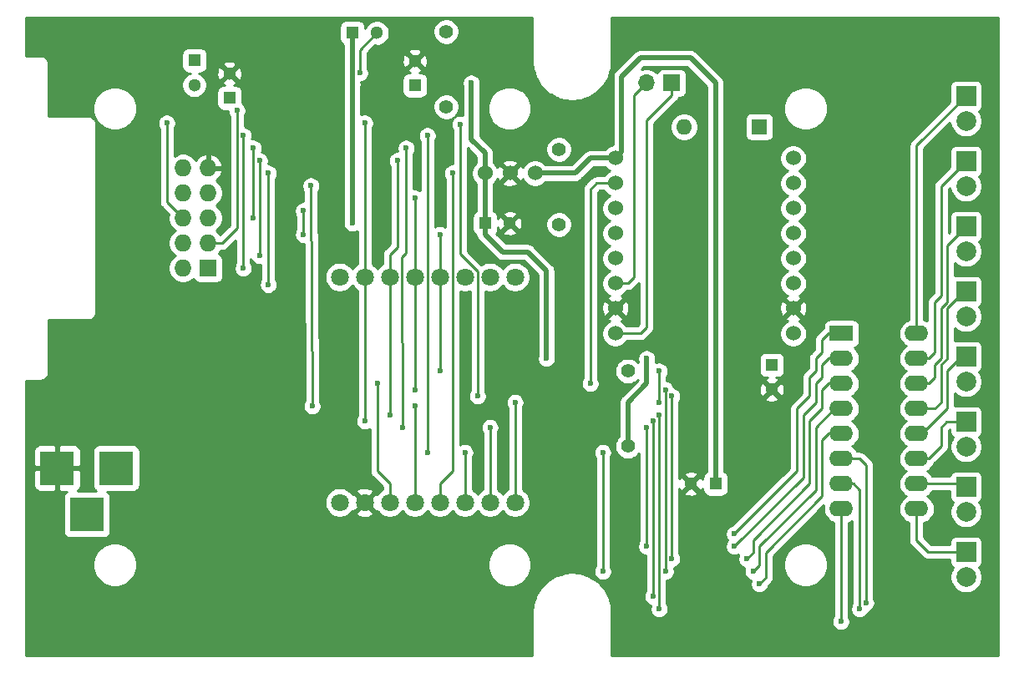
<source format=gbl>
G04 #@! TF.GenerationSoftware,KiCad,Pcbnew,5.1.12*
G04 #@! TF.CreationDate,2023-02-14T20:37:59-07:00*
G04 #@! TF.ProjectId,RetroWiFiModem,52657472-6f57-4694-9669-4d6f64656d2e,0.3*
G04 #@! TF.SameCoordinates,Original*
G04 #@! TF.FileFunction,Copper,L2,Bot*
G04 #@! TF.FilePolarity,Positive*
%FSLAX46Y46*%
G04 Gerber Fmt 4.6, Leading zero omitted, Abs format (unit mm)*
G04 Created by KiCad (PCBNEW 5.1.12) date 2023-02-14 20:37:59*
%MOMM*%
%LPD*%
G01*
G04 APERTURE LIST*
G04 #@! TA.AperFunction,ComponentPad*
%ADD10C,1.524000*%
G04 #@! TD*
G04 #@! TA.AperFunction,ComponentPad*
%ADD11C,1.300000*%
G04 #@! TD*
G04 #@! TA.AperFunction,ComponentPad*
%ADD12R,1.300000X1.300000*%
G04 #@! TD*
G04 #@! TA.AperFunction,ComponentPad*
%ADD13C,1.397000*%
G04 #@! TD*
G04 #@! TA.AperFunction,ComponentPad*
%ADD14C,1.800000*%
G04 #@! TD*
G04 #@! TA.AperFunction,ComponentPad*
%ADD15O,1.727200X1.727200*%
G04 #@! TD*
G04 #@! TA.AperFunction,ComponentPad*
%ADD16R,1.727200X1.727200*%
G04 #@! TD*
G04 #@! TA.AperFunction,ComponentPad*
%ADD17R,3.500120X3.500120*%
G04 #@! TD*
G04 #@! TA.AperFunction,ComponentPad*
%ADD18C,2.000000*%
G04 #@! TD*
G04 #@! TA.AperFunction,ComponentPad*
%ADD19R,2.000000X2.000000*%
G04 #@! TD*
G04 #@! TA.AperFunction,ComponentPad*
%ADD20R,1.700000X1.700000*%
G04 #@! TD*
G04 #@! TA.AperFunction,ComponentPad*
%ADD21O,1.700000X1.700000*%
G04 #@! TD*
G04 #@! TA.AperFunction,ComponentPad*
%ADD22O,2.400000X1.600000*%
G04 #@! TD*
G04 #@! TA.AperFunction,ComponentPad*
%ADD23R,2.400000X1.600000*%
G04 #@! TD*
G04 #@! TA.AperFunction,ComponentPad*
%ADD24R,1.600000X1.600000*%
G04 #@! TD*
G04 #@! TA.AperFunction,ComponentPad*
%ADD25O,1.600000X1.600000*%
G04 #@! TD*
G04 #@! TA.AperFunction,ViaPad*
%ADD26C,0.600000*%
G04 #@! TD*
G04 #@! TA.AperFunction,Conductor*
%ADD27C,0.508000*%
G04 #@! TD*
G04 #@! TA.AperFunction,Conductor*
%ADD28C,0.254000*%
G04 #@! TD*
G04 #@! TA.AperFunction,Conductor*
%ADD29C,0.150000*%
G04 #@! TD*
G04 APERTURE END LIST*
D10*
X188214000Y-90805000D03*
X188214000Y-93345000D03*
X188214000Y-95885000D03*
X188214000Y-98425000D03*
X188214000Y-100965000D03*
X188214000Y-103505000D03*
X188214000Y-106045000D03*
X188214000Y-108585000D03*
X170180000Y-108585000D03*
X170180000Y-106045000D03*
X170180000Y-103505000D03*
X170180000Y-100965000D03*
X170180000Y-98425000D03*
X170180000Y-95885000D03*
X170180000Y-93345000D03*
X170180000Y-90805000D03*
D11*
X186055000Y-114260000D03*
D12*
X186055000Y-111760000D03*
D11*
X159472000Y-97409000D03*
D12*
X156972000Y-97409000D03*
D11*
X177840000Y-123825000D03*
D12*
X180340000Y-123825000D03*
D11*
X149860000Y-80939000D03*
D12*
X149860000Y-83439000D03*
D11*
X146010000Y-78105000D03*
D12*
X143510000Y-78105000D03*
D11*
X131064000Y-82209000D03*
D12*
X131064000Y-84709000D03*
D11*
X127508000Y-83399000D03*
D12*
X127508000Y-80899000D03*
D13*
X171450000Y-112395000D03*
X171450000Y-120015000D03*
X153035000Y-85598000D03*
X153035000Y-77978000D03*
X164465000Y-97536000D03*
X164465000Y-89916000D03*
D14*
X160020000Y-125730000D03*
X160020000Y-102870000D03*
X157480000Y-125730000D03*
X157480000Y-102870000D03*
X154940000Y-125730000D03*
X154940000Y-102870000D03*
X152400000Y-125730000D03*
X152400000Y-102870000D03*
X149860000Y-125730000D03*
X149860000Y-102870000D03*
X147320000Y-125730000D03*
X147320000Y-102870000D03*
X144780000Y-125730000D03*
X144780000Y-102870000D03*
X142240000Y-125730000D03*
X142240000Y-102870000D03*
D15*
X126365000Y-91805000D03*
X128905000Y-91805000D03*
X126365000Y-94345000D03*
X128905000Y-94345000D03*
X126365000Y-96885000D03*
X128905000Y-96885000D03*
X126365000Y-99425000D03*
X128905000Y-99425000D03*
X126365000Y-101965000D03*
D16*
X128905000Y-101965000D03*
D17*
X116610400Y-126929000D03*
X113610660Y-122230000D03*
X119610140Y-122230000D03*
D18*
X205740000Y-133284000D03*
D19*
X205740000Y-130744000D03*
D18*
X205740000Y-126680000D03*
D19*
X205740000Y-124140000D03*
D18*
X205740000Y-120076000D03*
D19*
X205740000Y-117536000D03*
D18*
X205740000Y-113472000D03*
D19*
X205740000Y-110932000D03*
D18*
X205740000Y-106868000D03*
D19*
X205740000Y-104328000D03*
D18*
X205740000Y-100264000D03*
D19*
X205740000Y-97724000D03*
D18*
X205740000Y-93660000D03*
D19*
X205740000Y-91120000D03*
D18*
X205740000Y-87056000D03*
D19*
X205740000Y-84516000D03*
D20*
X175895000Y-83185000D03*
D21*
X173355000Y-83185000D03*
D22*
X200723500Y-108585000D03*
X193103500Y-126365000D03*
X200723500Y-111125000D03*
X193103500Y-123825000D03*
X200723500Y-113665000D03*
X193103500Y-121285000D03*
X200723500Y-116205000D03*
X193103500Y-118745000D03*
X200723500Y-118745000D03*
X193103500Y-116205000D03*
X200723500Y-121285000D03*
X193103500Y-113665000D03*
X200723500Y-123825000D03*
X193103500Y-111125000D03*
X200723500Y-126365000D03*
D23*
X193103500Y-108585000D03*
D10*
X156972000Y-92329000D03*
X162052000Y-92329000D03*
X159512000Y-92329000D03*
D24*
X184785000Y-87630000D03*
D25*
X177165000Y-87630000D03*
D26*
X143510000Y-97409000D03*
X143510000Y-83312000D03*
X173355000Y-111125000D03*
X163195000Y-111125000D03*
X155575000Y-83185000D03*
X132461000Y-88519000D03*
X132461000Y-101981000D03*
X135001000Y-103632000D03*
X135001000Y-92329000D03*
X131826000Y-85979000D03*
X134112000Y-91059000D03*
X134112000Y-100711000D03*
X133477000Y-96901000D03*
X133477000Y-89789000D03*
X124714000Y-87249000D03*
X182245000Y-128905000D03*
X138557000Y-98552000D03*
X138557000Y-96139000D03*
X152400000Y-98552000D03*
X152400000Y-112395000D03*
X149860000Y-94869000D03*
X149860000Y-114300000D03*
X175260000Y-114300000D03*
X175260000Y-132715000D03*
X139319000Y-93599000D03*
X149860000Y-115951000D03*
X139446000Y-115951000D03*
X160020000Y-115570000D03*
X174625000Y-115570000D03*
X174625000Y-112395000D03*
X146050000Y-113665000D03*
X167640000Y-113665000D03*
X144272000Y-82169000D03*
X153670000Y-92329000D03*
X148082000Y-91059000D03*
X174625000Y-136525000D03*
X147320000Y-116840000D03*
X174625000Y-116840000D03*
X148971000Y-89789000D03*
X173355000Y-130175000D03*
X173355000Y-118110000D03*
X157480000Y-118110000D03*
X148590000Y-118110000D03*
X154940000Y-120650000D03*
X151130000Y-88519000D03*
X151130000Y-120650000D03*
X168910000Y-120650000D03*
X168910000Y-132715000D03*
X144780000Y-87249000D03*
X173990000Y-135255000D03*
X144780000Y-117475000D03*
X173990000Y-117475000D03*
X154432000Y-87376000D03*
X175895000Y-131445000D03*
X156210000Y-114935000D03*
X175895000Y-114935000D03*
X182245000Y-130175000D03*
X183515000Y-131445000D03*
X184150000Y-132715000D03*
X184785000Y-133985000D03*
X195580000Y-135890000D03*
X194945000Y-136525000D03*
X193040000Y-137795000D03*
D27*
X143510000Y-83312000D02*
X143510000Y-97409000D01*
X143510000Y-83312000D02*
X143510000Y-78105000D01*
X171450000Y-120015000D02*
X171450000Y-115570000D01*
X173355000Y-113665000D02*
X173355000Y-111125000D01*
X171450000Y-115570000D02*
X173355000Y-113665000D01*
X156972000Y-92329000D02*
X156972000Y-97409000D01*
X156972000Y-97409000D02*
X156972000Y-98552000D01*
X156972000Y-98552000D02*
X158750000Y-100330000D01*
X158750000Y-100330000D02*
X161290000Y-100330000D01*
X163195000Y-102235000D02*
X163195000Y-111125000D01*
X161290000Y-100330000D02*
X163195000Y-102235000D01*
X156972000Y-92329000D02*
X156972000Y-90297000D01*
X155575000Y-88900000D02*
X155575000Y-83185000D01*
X156972000Y-90297000D02*
X155575000Y-88900000D01*
X162052000Y-92329000D02*
X166116000Y-92329000D01*
X167640000Y-90805000D02*
X170205000Y-90805000D01*
X166116000Y-92329000D02*
X167640000Y-90805000D01*
X180340000Y-123825000D02*
X180340000Y-83185000D01*
X180340000Y-83185000D02*
X177800000Y-80645000D01*
X177800000Y-80645000D02*
X172720000Y-80645000D01*
X170180000Y-90805000D02*
X170815000Y-90170000D01*
X170815000Y-90170000D02*
X170815000Y-82550000D01*
X170815000Y-82550000D02*
X172720000Y-80645000D01*
D28*
X200723500Y-89532500D02*
X205740000Y-84516000D01*
X200723500Y-108585000D02*
X200723500Y-89532500D01*
X203200000Y-93660000D02*
X205740000Y-91120000D01*
X203200000Y-104775000D02*
X203200000Y-93660000D01*
X200723500Y-111125000D02*
X201930000Y-111125000D01*
X202565000Y-110490000D02*
X202565000Y-105410000D01*
X201930000Y-111125000D02*
X202565000Y-110490000D01*
X202565000Y-105410000D02*
X203200000Y-104775000D01*
X203835000Y-99629000D02*
X205740000Y-97724000D01*
X203200000Y-111117934D02*
X203200000Y-106037934D01*
X200723500Y-113665000D02*
X201930000Y-113665000D01*
X203200000Y-106037934D02*
X203835000Y-105402934D01*
X202565000Y-113030000D02*
X202565000Y-111752934D01*
X203835000Y-105402934D02*
X203835000Y-99629000D01*
X201930000Y-113665000D02*
X202565000Y-113030000D01*
X202565000Y-111752934D02*
X203200000Y-111117934D01*
X200723500Y-116205000D02*
X202565000Y-116205000D01*
X202565000Y-116205000D02*
X203200000Y-115570000D01*
X205740000Y-104328000D02*
X205552000Y-104328000D01*
X205552000Y-104328000D02*
X203835000Y-106045000D01*
X203835000Y-106045000D02*
X203835000Y-111125000D01*
X203835000Y-111125000D02*
X203200000Y-111760000D01*
X203200000Y-111760000D02*
X203200000Y-115570000D01*
X200723500Y-118745000D02*
X201295000Y-118745000D01*
X201295000Y-118745000D02*
X203835000Y-116205000D01*
X203835000Y-116205000D02*
X203835000Y-112395000D01*
X205298000Y-110932000D02*
X205740000Y-110932000D01*
X203835000Y-112395000D02*
X205298000Y-110932000D01*
X200723500Y-121285000D02*
X201930000Y-121285000D01*
X201930000Y-121285000D02*
X203200000Y-120015000D01*
X203200000Y-120015000D02*
X203200000Y-118110000D01*
X203774000Y-117536000D02*
X205740000Y-117536000D01*
X203200000Y-118110000D02*
X203774000Y-117536000D01*
X205425000Y-123825000D02*
X205740000Y-124140000D01*
X200723500Y-123825000D02*
X205425000Y-123825000D01*
X200723500Y-126365000D02*
X200723500Y-126428500D01*
X200723500Y-126428500D02*
X200660000Y-126492000D01*
X200660000Y-126492000D02*
X200660000Y-129540000D01*
X201864000Y-130744000D02*
X205740000Y-130744000D01*
X200660000Y-129540000D02*
X201864000Y-130744000D01*
X132461000Y-101981000D02*
X132461000Y-88519000D01*
X135001000Y-92329000D02*
X135001000Y-103632000D01*
X130318000Y-99425000D02*
X128905000Y-99425000D01*
X131826000Y-97917000D02*
X130318000Y-99425000D01*
X131826000Y-85979000D02*
X131826000Y-97917000D01*
X134112000Y-100711000D02*
X134112000Y-91059000D01*
X133477000Y-89789000D02*
X133477000Y-96901000D01*
X124714000Y-95234000D02*
X126365000Y-96885000D01*
X124714000Y-87249000D02*
X124714000Y-95234000D01*
X182245000Y-128905000D02*
X188595000Y-122555000D01*
X188595000Y-122555000D02*
X188595000Y-116205000D01*
X188595000Y-116205000D02*
X189865000Y-114935000D01*
X189865000Y-114935000D02*
X189865000Y-113030000D01*
X189865000Y-113030000D02*
X190500000Y-112395000D01*
X190500000Y-112395000D02*
X190500000Y-111125000D01*
X190500000Y-111125000D02*
X191135000Y-110490000D01*
X191135000Y-110490000D02*
X191135000Y-109220000D01*
X191135000Y-109220000D02*
X191770000Y-108585000D01*
X191770000Y-108585000D02*
X193103500Y-108585000D01*
X138557000Y-96139000D02*
X138557000Y-98552000D01*
X152400000Y-102870000D02*
X152400000Y-98552000D01*
X152400000Y-102870000D02*
X152400000Y-112395000D01*
X149860000Y-102870000D02*
X149860000Y-94869000D01*
X149860000Y-102870000D02*
X149860000Y-114300000D01*
X175260000Y-114300000D02*
X175260000Y-132715000D01*
X139446000Y-115951000D02*
X139446000Y-115951000D01*
X149860000Y-115951000D02*
X149860000Y-125730000D01*
X149860000Y-115951000D02*
X149860000Y-115951000D01*
X139446000Y-115951000D02*
X139319000Y-93599000D01*
X160020000Y-125730000D02*
X160020000Y-115570000D01*
X174625000Y-115570000D02*
X174625000Y-112395000D01*
X147320000Y-125730000D02*
X147320000Y-123825000D01*
X147320000Y-123825000D02*
X146050000Y-122555000D01*
X146050000Y-122555000D02*
X146050000Y-113665000D01*
X168275000Y-93345000D02*
X170205000Y-93345000D01*
X167640000Y-93980000D02*
X168275000Y-93345000D01*
X167640000Y-113665000D02*
X167640000Y-93980000D01*
X146010000Y-78105000D02*
X144272000Y-79843000D01*
X144272000Y-79843000D02*
X144272000Y-82169000D01*
X152400000Y-125730000D02*
X152400000Y-123825000D01*
X153670000Y-122555000D02*
X153670000Y-92329000D01*
X152400000Y-123825000D02*
X153670000Y-122555000D01*
X147320000Y-102870000D02*
X147320000Y-100584000D01*
X148082000Y-99822000D02*
X148082000Y-91059000D01*
X147320000Y-100584000D02*
X148082000Y-99822000D01*
X147320000Y-102870000D02*
X147320000Y-116840000D01*
X174625000Y-116840000D02*
X174625000Y-136525000D01*
X173355000Y-118110000D02*
X173355000Y-130175000D01*
X157480000Y-118110000D02*
X157480000Y-125730000D01*
X148971000Y-100457000D02*
X148971000Y-89789000D01*
X148547001Y-100880999D02*
X148971000Y-100457000D01*
X148590000Y-118110000D02*
X148547001Y-100880999D01*
X154940000Y-125730000D02*
X154940000Y-120650000D01*
X151130000Y-120269000D02*
X151130000Y-88519000D01*
X151130000Y-120650000D02*
X151130000Y-120269000D01*
X168910000Y-120650000D02*
X168910000Y-132715000D01*
X144780000Y-102870000D02*
X144780000Y-87249000D01*
X144780000Y-102870000D02*
X144780000Y-117475000D01*
X173990000Y-117475000D02*
X173990000Y-135255000D01*
X156210000Y-114935000D02*
X156210000Y-102324038D01*
X156210000Y-102324038D02*
X154432000Y-100546038D01*
X154432000Y-100546038D02*
X154432000Y-87376000D01*
X175895000Y-131445000D02*
X175895000Y-114935000D01*
X175895000Y-83185000D02*
X175895000Y-84455000D01*
X175895000Y-84455000D02*
X173355000Y-86995000D01*
X173355000Y-86995000D02*
X173355000Y-107950000D01*
X170155000Y-108585000D02*
X172720000Y-108585000D01*
X172720000Y-108585000D02*
X173355000Y-107950000D01*
X172085000Y-102870000D02*
X171450000Y-103505000D01*
X171450000Y-103505000D02*
X170155000Y-103505000D01*
X172085000Y-84455000D02*
X172085000Y-102870000D01*
X173355000Y-83185000D02*
X172085000Y-84455000D01*
X182245000Y-130175000D02*
X189230000Y-123190000D01*
X189230000Y-123190000D02*
X189230000Y-116840000D01*
X189230000Y-116840000D02*
X190500000Y-115570000D01*
X190500000Y-115570000D02*
X190500000Y-113665000D01*
X190500000Y-113665000D02*
X191135000Y-113030000D01*
X191135000Y-113030000D02*
X191135000Y-111760000D01*
X191770000Y-111125000D02*
X193103500Y-111125000D01*
X191135000Y-111760000D02*
X191770000Y-111125000D01*
X191135000Y-114300000D02*
X191770000Y-113665000D01*
X191135000Y-116205000D02*
X191135000Y-114300000D01*
X189865000Y-117475000D02*
X191135000Y-116205000D01*
X189865000Y-123825000D02*
X189865000Y-117475000D01*
X191770000Y-113665000D02*
X193103500Y-113665000D01*
X183515000Y-131445000D02*
X184150000Y-130810000D01*
X184150000Y-130810000D02*
X184150000Y-129540000D01*
X184150000Y-129540000D02*
X189865000Y-123825000D01*
X184150000Y-132715000D02*
X184785000Y-132080000D01*
X184785000Y-132080000D02*
X184785000Y-130175000D01*
X184785000Y-130175000D02*
X190500000Y-124460000D01*
X193103500Y-116205000D02*
X192405000Y-116205000D01*
X192405000Y-116205000D02*
X190500000Y-118110000D01*
X190500000Y-118110000D02*
X190500000Y-124460000D01*
X191135000Y-119380000D02*
X191770000Y-118745000D01*
X191135000Y-125095000D02*
X191135000Y-119380000D01*
X185420000Y-130810000D02*
X191135000Y-125095000D01*
X184785000Y-133985000D02*
X185420000Y-133350000D01*
X191770000Y-118745000D02*
X193103500Y-118745000D01*
X185420000Y-133350000D02*
X185420000Y-130810000D01*
X195580000Y-135890000D02*
X195580000Y-121920000D01*
X194945000Y-121285000D02*
X193103500Y-121285000D01*
X195580000Y-121920000D02*
X194945000Y-121285000D01*
X194945000Y-136525000D02*
X194945000Y-124460000D01*
X194945000Y-124460000D02*
X194310000Y-123825000D01*
X194310000Y-123825000D02*
X193103500Y-123825000D01*
X193040000Y-126428500D02*
X193103500Y-126365000D01*
X193040000Y-137795000D02*
X193040000Y-126428500D01*
X161775001Y-81009877D02*
X161775243Y-81012334D01*
X161775340Y-81026239D01*
X161778711Y-81058313D01*
X161778711Y-81090570D01*
X161779748Y-81100428D01*
X161851866Y-81743370D01*
X161865237Y-81806277D01*
X161877744Y-81869439D01*
X161880675Y-81878909D01*
X162076300Y-82495599D01*
X162101645Y-82554733D01*
X162126173Y-82614242D01*
X162130888Y-82622962D01*
X162442572Y-83189912D01*
X162478899Y-83242966D01*
X162514538Y-83296607D01*
X162520857Y-83304245D01*
X162936724Y-83799856D01*
X162982673Y-83844853D01*
X163028045Y-83890542D01*
X163035727Y-83896807D01*
X163539939Y-84302204D01*
X163593769Y-84337429D01*
X163647135Y-84373425D01*
X163655888Y-84378079D01*
X164229239Y-84677819D01*
X164288885Y-84701917D01*
X164348226Y-84726862D01*
X164357716Y-84729727D01*
X164978368Y-84912395D01*
X165041572Y-84924452D01*
X165104616Y-84937393D01*
X165114480Y-84938360D01*
X165114482Y-84938360D01*
X165758794Y-84996997D01*
X165823110Y-84996548D01*
X165887492Y-84996997D01*
X165897358Y-84996030D01*
X166540788Y-84928403D01*
X166603832Y-84915462D01*
X166667036Y-84903405D01*
X166676526Y-84900540D01*
X167294567Y-84709223D01*
X167353846Y-84684304D01*
X167413554Y-84660181D01*
X167422307Y-84655527D01*
X167991417Y-84347811D01*
X168044768Y-84311825D01*
X168098613Y-84276590D01*
X168106295Y-84270324D01*
X168604799Y-83857926D01*
X168650136Y-83812271D01*
X168696119Y-83767241D01*
X168702437Y-83759603D01*
X169111344Y-83258234D01*
X169146940Y-83204659D01*
X169183312Y-83151538D01*
X169188027Y-83142818D01*
X169491763Y-82571572D01*
X169516275Y-82512102D01*
X169541636Y-82452930D01*
X169544567Y-82443460D01*
X169731563Y-81824100D01*
X169744064Y-81760962D01*
X169757441Y-81698030D01*
X169758477Y-81688171D01*
X169821611Y-81044284D01*
X169825000Y-81009877D01*
X169825000Y-76540000D01*
X208990000Y-76540000D01*
X208990001Y-141260000D01*
X169825000Y-141260000D01*
X169825000Y-136790123D01*
X169824757Y-136787655D01*
X169824660Y-136773760D01*
X169821289Y-136741687D01*
X169821289Y-136709430D01*
X169820252Y-136699571D01*
X169748134Y-136056630D01*
X169734763Y-135993723D01*
X169722256Y-135930561D01*
X169719324Y-135921091D01*
X169523700Y-135304401D01*
X169498355Y-135245267D01*
X169473827Y-135185758D01*
X169469112Y-135177038D01*
X169157429Y-134610089D01*
X169121080Y-134557002D01*
X169085462Y-134503393D01*
X169079148Y-134495762D01*
X169079143Y-134495755D01*
X169079137Y-134495750D01*
X168663276Y-134000144D01*
X168617290Y-133955112D01*
X168571955Y-133909459D01*
X168564273Y-133903193D01*
X168060061Y-133497796D01*
X168006231Y-133462571D01*
X167952865Y-133426575D01*
X167944112Y-133421921D01*
X167370761Y-133122181D01*
X167311115Y-133098083D01*
X167251774Y-133073138D01*
X167242284Y-133070273D01*
X166621632Y-132887605D01*
X166558435Y-132875549D01*
X166495384Y-132862607D01*
X166485520Y-132861640D01*
X166485518Y-132861640D01*
X165841206Y-132803003D01*
X165776890Y-132803452D01*
X165712508Y-132803003D01*
X165702642Y-132803970D01*
X165059212Y-132871597D01*
X164996168Y-132884538D01*
X164932964Y-132896595D01*
X164923474Y-132899460D01*
X164305433Y-133090776D01*
X164246121Y-133115709D01*
X164186446Y-133139819D01*
X164177693Y-133144473D01*
X163608583Y-133452189D01*
X163555255Y-133488159D01*
X163501387Y-133523410D01*
X163493705Y-133529676D01*
X162995202Y-133942074D01*
X162949883Y-133987710D01*
X162903881Y-134032759D01*
X162897562Y-134040397D01*
X162488656Y-134541766D01*
X162453071Y-134595326D01*
X162416688Y-134648462D01*
X162411973Y-134657182D01*
X162108237Y-135228427D01*
X162083714Y-135287923D01*
X162058364Y-135347070D01*
X162055433Y-135356540D01*
X161868437Y-135975901D01*
X161855937Y-136039031D01*
X161842559Y-136101970D01*
X161841523Y-136111829D01*
X161778439Y-136755210D01*
X161775000Y-136790124D01*
X161775001Y-141260000D01*
X110410000Y-141260000D01*
X110410000Y-131799872D01*
X117215000Y-131799872D01*
X117215000Y-132240128D01*
X117300890Y-132671925D01*
X117469369Y-133078669D01*
X117713962Y-133444729D01*
X118025271Y-133756038D01*
X118391331Y-134000631D01*
X118798075Y-134169110D01*
X119229872Y-134255000D01*
X119670128Y-134255000D01*
X120101925Y-134169110D01*
X120508669Y-134000631D01*
X120874729Y-133756038D01*
X121186038Y-133444729D01*
X121430631Y-133078669D01*
X121599110Y-132671925D01*
X121685000Y-132240128D01*
X121685000Y-131799872D01*
X157215000Y-131799872D01*
X157215000Y-132240128D01*
X157300890Y-132671925D01*
X157469369Y-133078669D01*
X157713962Y-133444729D01*
X158025271Y-133756038D01*
X158391331Y-134000631D01*
X158798075Y-134169110D01*
X159229872Y-134255000D01*
X159670128Y-134255000D01*
X160101925Y-134169110D01*
X160508669Y-134000631D01*
X160874729Y-133756038D01*
X161186038Y-133444729D01*
X161430631Y-133078669D01*
X161599110Y-132671925D01*
X161685000Y-132240128D01*
X161685000Y-131799872D01*
X161599110Y-131368075D01*
X161430631Y-130961331D01*
X161186038Y-130595271D01*
X160874729Y-130283962D01*
X160508669Y-130039369D01*
X160101925Y-129870890D01*
X159670128Y-129785000D01*
X159229872Y-129785000D01*
X158798075Y-129870890D01*
X158391331Y-130039369D01*
X158025271Y-130283962D01*
X157713962Y-130595271D01*
X157469369Y-130961331D01*
X157300890Y-131368075D01*
X157215000Y-131799872D01*
X121685000Y-131799872D01*
X121599110Y-131368075D01*
X121430631Y-130961331D01*
X121186038Y-130595271D01*
X120874729Y-130283962D01*
X120508669Y-130039369D01*
X120101925Y-129870890D01*
X119670128Y-129785000D01*
X119229872Y-129785000D01*
X118798075Y-129870890D01*
X118391331Y-130039369D01*
X118025271Y-130283962D01*
X117713962Y-130595271D01*
X117469369Y-130961331D01*
X117300890Y-131368075D01*
X117215000Y-131799872D01*
X110410000Y-131799872D01*
X110410000Y-123980060D01*
X111222528Y-123980060D01*
X111234788Y-124104542D01*
X111271098Y-124224240D01*
X111330063Y-124334554D01*
X111409415Y-124431245D01*
X111506106Y-124510597D01*
X111616420Y-124569562D01*
X111736118Y-124605872D01*
X111860600Y-124618132D01*
X113324910Y-124615060D01*
X113483660Y-124456310D01*
X113483660Y-122357000D01*
X113737660Y-122357000D01*
X113737660Y-124456310D01*
X113896410Y-124615060D01*
X114565599Y-124616464D01*
X114505846Y-124648403D01*
X114409155Y-124727755D01*
X114329803Y-124824446D01*
X114270838Y-124934760D01*
X114234528Y-125054458D01*
X114222268Y-125178940D01*
X114222268Y-128679060D01*
X114234528Y-128803542D01*
X114270838Y-128923240D01*
X114329803Y-129033554D01*
X114409155Y-129130245D01*
X114505846Y-129209597D01*
X114616160Y-129268562D01*
X114735858Y-129304872D01*
X114860340Y-129317132D01*
X118360460Y-129317132D01*
X118484942Y-129304872D01*
X118604640Y-129268562D01*
X118714954Y-129209597D01*
X118811645Y-129130245D01*
X118890997Y-129033554D01*
X118949962Y-128923240D01*
X118986272Y-128803542D01*
X118998532Y-128679060D01*
X118998532Y-125578816D01*
X140705000Y-125578816D01*
X140705000Y-125881184D01*
X140763989Y-126177743D01*
X140879701Y-126457095D01*
X141047688Y-126708505D01*
X141261495Y-126922312D01*
X141512905Y-127090299D01*
X141792257Y-127206011D01*
X142088816Y-127265000D01*
X142391184Y-127265000D01*
X142687743Y-127206011D01*
X142967095Y-127090299D01*
X143218505Y-126922312D01*
X143346737Y-126794080D01*
X143895525Y-126794080D01*
X143979208Y-127048261D01*
X144251775Y-127179158D01*
X144544642Y-127254365D01*
X144846553Y-127270991D01*
X145145907Y-127228397D01*
X145431199Y-127128222D01*
X145580792Y-127048261D01*
X145664475Y-126794080D01*
X144780000Y-125909605D01*
X143895525Y-126794080D01*
X143346737Y-126794080D01*
X143432312Y-126708505D01*
X143534951Y-126554895D01*
X143715920Y-126614475D01*
X144600395Y-125730000D01*
X143715920Y-124845525D01*
X143534951Y-124905105D01*
X143432312Y-124751495D01*
X143346737Y-124665920D01*
X143895525Y-124665920D01*
X144780000Y-125550395D01*
X145664475Y-124665920D01*
X145580792Y-124411739D01*
X145308225Y-124280842D01*
X145015358Y-124205635D01*
X144713447Y-124189009D01*
X144414093Y-124231603D01*
X144128801Y-124331778D01*
X143979208Y-124411739D01*
X143895525Y-124665920D01*
X143346737Y-124665920D01*
X143218505Y-124537688D01*
X142967095Y-124369701D01*
X142687743Y-124253989D01*
X142391184Y-124195000D01*
X142088816Y-124195000D01*
X141792257Y-124253989D01*
X141512905Y-124369701D01*
X141261495Y-124537688D01*
X141047688Y-124751495D01*
X140879701Y-125002905D01*
X140763989Y-125282257D01*
X140705000Y-125578816D01*
X118998532Y-125578816D01*
X118998532Y-125178940D01*
X118986272Y-125054458D01*
X118949962Y-124934760D01*
X118890997Y-124824446D01*
X118811645Y-124727755D01*
X118714954Y-124648403D01*
X118658322Y-124618132D01*
X121360200Y-124618132D01*
X121484682Y-124605872D01*
X121604380Y-124569562D01*
X121714694Y-124510597D01*
X121811385Y-124431245D01*
X121890737Y-124334554D01*
X121949702Y-124224240D01*
X121986012Y-124104542D01*
X121998272Y-123980060D01*
X121998272Y-120479940D01*
X121986012Y-120355458D01*
X121949702Y-120235760D01*
X121890737Y-120125446D01*
X121811385Y-120028755D01*
X121714694Y-119949403D01*
X121604380Y-119890438D01*
X121484682Y-119854128D01*
X121360200Y-119841868D01*
X117860080Y-119841868D01*
X117735598Y-119854128D01*
X117615900Y-119890438D01*
X117505586Y-119949403D01*
X117408895Y-120028755D01*
X117329543Y-120125446D01*
X117270578Y-120235760D01*
X117234268Y-120355458D01*
X117222008Y-120479940D01*
X117222008Y-123980060D01*
X117234268Y-124104542D01*
X117270578Y-124224240D01*
X117329543Y-124334554D01*
X117408895Y-124431245D01*
X117505586Y-124510597D01*
X117562218Y-124540868D01*
X115658582Y-124540868D01*
X115715214Y-124510597D01*
X115811905Y-124431245D01*
X115891257Y-124334554D01*
X115950222Y-124224240D01*
X115986532Y-124104542D01*
X115998792Y-123980060D01*
X115995720Y-122515750D01*
X115836970Y-122357000D01*
X113737660Y-122357000D01*
X113483660Y-122357000D01*
X111384350Y-122357000D01*
X111225600Y-122515750D01*
X111222528Y-123980060D01*
X110410000Y-123980060D01*
X110410000Y-120479940D01*
X111222528Y-120479940D01*
X111225600Y-121944250D01*
X111384350Y-122103000D01*
X113483660Y-122103000D01*
X113483660Y-120003690D01*
X113737660Y-120003690D01*
X113737660Y-122103000D01*
X115836970Y-122103000D01*
X115995720Y-121944250D01*
X115998792Y-120479940D01*
X115986532Y-120355458D01*
X115950222Y-120235760D01*
X115891257Y-120125446D01*
X115811905Y-120028755D01*
X115715214Y-119949403D01*
X115604900Y-119890438D01*
X115485202Y-119854128D01*
X115360720Y-119841868D01*
X113896410Y-119844940D01*
X113737660Y-120003690D01*
X113483660Y-120003690D01*
X113324910Y-119844940D01*
X111860600Y-119841868D01*
X111736118Y-119854128D01*
X111616420Y-119890438D01*
X111506106Y-119949403D01*
X111409415Y-120028755D01*
X111330063Y-120125446D01*
X111271098Y-120235760D01*
X111234788Y-120355458D01*
X111222528Y-120479940D01*
X110410000Y-120479940D01*
X110410000Y-113339000D01*
X111945723Y-113339000D01*
X111980600Y-113342435D01*
X112015477Y-113339000D01*
X112119784Y-113328727D01*
X112253620Y-113288128D01*
X112376963Y-113222200D01*
X112485075Y-113133475D01*
X112573800Y-113025363D01*
X112639728Y-112902020D01*
X112680327Y-112768184D01*
X112694035Y-112629000D01*
X112690600Y-112594123D01*
X112690600Y-107208900D01*
X116797123Y-107208900D01*
X116832000Y-107212335D01*
X116866877Y-107208900D01*
X116971184Y-107198627D01*
X117105020Y-107158028D01*
X117228363Y-107092100D01*
X117336475Y-107003375D01*
X117425200Y-106895263D01*
X117491128Y-106771920D01*
X117531727Y-106638084D01*
X117545435Y-106498900D01*
X117542000Y-106464023D01*
X117542000Y-87305976D01*
X117545435Y-87271100D01*
X117531727Y-87131916D01*
X117491128Y-86998080D01*
X117425200Y-86874737D01*
X117336475Y-86766625D01*
X117228363Y-86677900D01*
X117105020Y-86611972D01*
X116971184Y-86571373D01*
X116866877Y-86561100D01*
X116832000Y-86557665D01*
X116797123Y-86561100D01*
X112690600Y-86561100D01*
X112690600Y-85549872D01*
X117215000Y-85549872D01*
X117215000Y-85990128D01*
X117300890Y-86421925D01*
X117469369Y-86828669D01*
X117713962Y-87194729D01*
X118025271Y-87506038D01*
X118391331Y-87750631D01*
X118798075Y-87919110D01*
X119229872Y-88005000D01*
X119670128Y-88005000D01*
X120101925Y-87919110D01*
X120508669Y-87750631D01*
X120874729Y-87506038D01*
X121186038Y-87194729D01*
X121211307Y-87156911D01*
X123779000Y-87156911D01*
X123779000Y-87341089D01*
X123814932Y-87521729D01*
X123885414Y-87691889D01*
X123952000Y-87791542D01*
X123952001Y-95196567D01*
X123948314Y-95234000D01*
X123963027Y-95383378D01*
X124006599Y-95527015D01*
X124077355Y-95659392D01*
X124127884Y-95720961D01*
X124172579Y-95775422D01*
X124201649Y-95799279D01*
X124911755Y-96509385D01*
X124866400Y-96737401D01*
X124866400Y-97032599D01*
X124923990Y-97322125D01*
X125036958Y-97594853D01*
X125200961Y-97840302D01*
X125409698Y-98049039D01*
X125568281Y-98155000D01*
X125409698Y-98260961D01*
X125200961Y-98469698D01*
X125036958Y-98715147D01*
X124923990Y-98987875D01*
X124866400Y-99277401D01*
X124866400Y-99572599D01*
X124923990Y-99862125D01*
X125036958Y-100134853D01*
X125200961Y-100380302D01*
X125409698Y-100589039D01*
X125568281Y-100695000D01*
X125409698Y-100800961D01*
X125200961Y-101009698D01*
X125036958Y-101255147D01*
X124923990Y-101527875D01*
X124866400Y-101817401D01*
X124866400Y-102112599D01*
X124923990Y-102402125D01*
X125036958Y-102674853D01*
X125200961Y-102920302D01*
X125409698Y-103129039D01*
X125655147Y-103293042D01*
X125927875Y-103406010D01*
X126217401Y-103463600D01*
X126512599Y-103463600D01*
X126802125Y-103406010D01*
X127074853Y-103293042D01*
X127320302Y-103129039D01*
X127434364Y-103014977D01*
X127451898Y-103072780D01*
X127510863Y-103183094D01*
X127590215Y-103279785D01*
X127686906Y-103359137D01*
X127797220Y-103418102D01*
X127916918Y-103454412D01*
X128041400Y-103466672D01*
X129768600Y-103466672D01*
X129893082Y-103454412D01*
X130012780Y-103418102D01*
X130123094Y-103359137D01*
X130219785Y-103279785D01*
X130299137Y-103183094D01*
X130358102Y-103072780D01*
X130394412Y-102953082D01*
X130406672Y-102828600D01*
X130406672Y-101101400D01*
X130394412Y-100976918D01*
X130358102Y-100857220D01*
X130299137Y-100746906D01*
X130219785Y-100650215D01*
X130123094Y-100570863D01*
X130012780Y-100511898D01*
X129954977Y-100494364D01*
X130069039Y-100380302D01*
X130198199Y-100187000D01*
X130280577Y-100187000D01*
X130318000Y-100190686D01*
X130355423Y-100187000D01*
X130355426Y-100187000D01*
X130467378Y-100175974D01*
X130611015Y-100132402D01*
X130743392Y-100061645D01*
X130859422Y-99966422D01*
X130883284Y-99937346D01*
X131699000Y-99121630D01*
X131699000Y-101438458D01*
X131632414Y-101538111D01*
X131561932Y-101708271D01*
X131526000Y-101888911D01*
X131526000Y-102073089D01*
X131561932Y-102253729D01*
X131632414Y-102423889D01*
X131734738Y-102577028D01*
X131864972Y-102707262D01*
X132018111Y-102809586D01*
X132188271Y-102880068D01*
X132368911Y-102916000D01*
X132553089Y-102916000D01*
X132733729Y-102880068D01*
X132903889Y-102809586D01*
X133057028Y-102707262D01*
X133187262Y-102577028D01*
X133289586Y-102423889D01*
X133360068Y-102253729D01*
X133396000Y-102073089D01*
X133396000Y-101888911D01*
X133360068Y-101708271D01*
X133289586Y-101538111D01*
X133223000Y-101438458D01*
X133223000Y-101008036D01*
X133283414Y-101153889D01*
X133385738Y-101307028D01*
X133515972Y-101437262D01*
X133669111Y-101539586D01*
X133839271Y-101610068D01*
X134019911Y-101646000D01*
X134204089Y-101646000D01*
X134239001Y-101639056D01*
X134239001Y-103089456D01*
X134172414Y-103189111D01*
X134101932Y-103359271D01*
X134066000Y-103539911D01*
X134066000Y-103724089D01*
X134101932Y-103904729D01*
X134172414Y-104074889D01*
X134274738Y-104228028D01*
X134404972Y-104358262D01*
X134558111Y-104460586D01*
X134728271Y-104531068D01*
X134908911Y-104567000D01*
X135093089Y-104567000D01*
X135273729Y-104531068D01*
X135443889Y-104460586D01*
X135597028Y-104358262D01*
X135727262Y-104228028D01*
X135829586Y-104074889D01*
X135900068Y-103904729D01*
X135936000Y-103724089D01*
X135936000Y-103539911D01*
X135900068Y-103359271D01*
X135829586Y-103189111D01*
X135763000Y-103089458D01*
X135763000Y-96046911D01*
X137622000Y-96046911D01*
X137622000Y-96231089D01*
X137657932Y-96411729D01*
X137728414Y-96581889D01*
X137795000Y-96681543D01*
X137795001Y-98009457D01*
X137728414Y-98109111D01*
X137657932Y-98279271D01*
X137622000Y-98459911D01*
X137622000Y-98644089D01*
X137657932Y-98824729D01*
X137728414Y-98994889D01*
X137830738Y-99148028D01*
X137960972Y-99278262D01*
X138114111Y-99380586D01*
X138284271Y-99451068D01*
X138464911Y-99487000D01*
X138590443Y-99487000D01*
X138680931Y-115413051D01*
X138617414Y-115508111D01*
X138546932Y-115678271D01*
X138511000Y-115858911D01*
X138511000Y-116043089D01*
X138546932Y-116223729D01*
X138617414Y-116393889D01*
X138719738Y-116547028D01*
X138849972Y-116677262D01*
X139003111Y-116779586D01*
X139173271Y-116850068D01*
X139353911Y-116886000D01*
X139538089Y-116886000D01*
X139718729Y-116850068D01*
X139888889Y-116779586D01*
X140042028Y-116677262D01*
X140172262Y-116547028D01*
X140274586Y-116393889D01*
X140345068Y-116223729D01*
X140381000Y-116043089D01*
X140381000Y-115858911D01*
X140345068Y-115678271D01*
X140274586Y-115508111D01*
X140204903Y-115403823D01*
X140132830Y-102718816D01*
X140705000Y-102718816D01*
X140705000Y-103021184D01*
X140763989Y-103317743D01*
X140879701Y-103597095D01*
X141047688Y-103848505D01*
X141261495Y-104062312D01*
X141512905Y-104230299D01*
X141792257Y-104346011D01*
X142088816Y-104405000D01*
X142391184Y-104405000D01*
X142687743Y-104346011D01*
X142967095Y-104230299D01*
X143218505Y-104062312D01*
X143432312Y-103848505D01*
X143510000Y-103732237D01*
X143587688Y-103848505D01*
X143801495Y-104062312D01*
X144018000Y-104206976D01*
X144018001Y-116932456D01*
X143951414Y-117032111D01*
X143880932Y-117202271D01*
X143845000Y-117382911D01*
X143845000Y-117567089D01*
X143880932Y-117747729D01*
X143951414Y-117917889D01*
X144053738Y-118071028D01*
X144183972Y-118201262D01*
X144337111Y-118303586D01*
X144507271Y-118374068D01*
X144687911Y-118410000D01*
X144872089Y-118410000D01*
X145052729Y-118374068D01*
X145222889Y-118303586D01*
X145288000Y-118260080D01*
X145288000Y-122517577D01*
X145284314Y-122555000D01*
X145288000Y-122592423D01*
X145288000Y-122592425D01*
X145299026Y-122704377D01*
X145342598Y-122848014D01*
X145342600Y-122848017D01*
X145413355Y-122980392D01*
X145449061Y-123023899D01*
X145508578Y-123096422D01*
X145537654Y-123120284D01*
X146558001Y-124140632D01*
X146558001Y-124393023D01*
X146341495Y-124537688D01*
X146127688Y-124751495D01*
X146025049Y-124905105D01*
X145844080Y-124845525D01*
X144959605Y-125730000D01*
X145844080Y-126614475D01*
X146025049Y-126554895D01*
X146127688Y-126708505D01*
X146341495Y-126922312D01*
X146592905Y-127090299D01*
X146872257Y-127206011D01*
X147168816Y-127265000D01*
X147471184Y-127265000D01*
X147767743Y-127206011D01*
X148047095Y-127090299D01*
X148298505Y-126922312D01*
X148512312Y-126708505D01*
X148590000Y-126592237D01*
X148667688Y-126708505D01*
X148881495Y-126922312D01*
X149132905Y-127090299D01*
X149412257Y-127206011D01*
X149708816Y-127265000D01*
X150011184Y-127265000D01*
X150307743Y-127206011D01*
X150587095Y-127090299D01*
X150838505Y-126922312D01*
X151052312Y-126708505D01*
X151130000Y-126592237D01*
X151207688Y-126708505D01*
X151421495Y-126922312D01*
X151672905Y-127090299D01*
X151952257Y-127206011D01*
X152248816Y-127265000D01*
X152551184Y-127265000D01*
X152847743Y-127206011D01*
X153127095Y-127090299D01*
X153378505Y-126922312D01*
X153592312Y-126708505D01*
X153670000Y-126592237D01*
X153747688Y-126708505D01*
X153961495Y-126922312D01*
X154212905Y-127090299D01*
X154492257Y-127206011D01*
X154788816Y-127265000D01*
X155091184Y-127265000D01*
X155387743Y-127206011D01*
X155667095Y-127090299D01*
X155918505Y-126922312D01*
X156132312Y-126708505D01*
X156210000Y-126592237D01*
X156287688Y-126708505D01*
X156501495Y-126922312D01*
X156752905Y-127090299D01*
X157032257Y-127206011D01*
X157328816Y-127265000D01*
X157631184Y-127265000D01*
X157927743Y-127206011D01*
X158207095Y-127090299D01*
X158458505Y-126922312D01*
X158672312Y-126708505D01*
X158750000Y-126592237D01*
X158827688Y-126708505D01*
X159041495Y-126922312D01*
X159292905Y-127090299D01*
X159572257Y-127206011D01*
X159868816Y-127265000D01*
X160171184Y-127265000D01*
X160467743Y-127206011D01*
X160747095Y-127090299D01*
X160998505Y-126922312D01*
X161212312Y-126708505D01*
X161380299Y-126457095D01*
X161496011Y-126177743D01*
X161555000Y-125881184D01*
X161555000Y-125578816D01*
X161496011Y-125282257D01*
X161380299Y-125002905D01*
X161212312Y-124751495D01*
X160998505Y-124537688D01*
X160782000Y-124393024D01*
X160782000Y-120557911D01*
X167975000Y-120557911D01*
X167975000Y-120742089D01*
X168010932Y-120922729D01*
X168081414Y-121092889D01*
X168148000Y-121192542D01*
X168148001Y-132172456D01*
X168081414Y-132272111D01*
X168010932Y-132442271D01*
X167975000Y-132622911D01*
X167975000Y-132807089D01*
X168010932Y-132987729D01*
X168081414Y-133157889D01*
X168183738Y-133311028D01*
X168313972Y-133441262D01*
X168467111Y-133543586D01*
X168637271Y-133614068D01*
X168817911Y-133650000D01*
X169002089Y-133650000D01*
X169182729Y-133614068D01*
X169352889Y-133543586D01*
X169506028Y-133441262D01*
X169636262Y-133311028D01*
X169738586Y-133157889D01*
X169809068Y-132987729D01*
X169845000Y-132807089D01*
X169845000Y-132622911D01*
X169809068Y-132442271D01*
X169738586Y-132272111D01*
X169672000Y-132172458D01*
X169672000Y-121192542D01*
X169738586Y-121092889D01*
X169809068Y-120922729D01*
X169845000Y-120742089D01*
X169845000Y-120557911D01*
X169809068Y-120377271D01*
X169738586Y-120207111D01*
X169636262Y-120053972D01*
X169506028Y-119923738D01*
X169352889Y-119821414D01*
X169182729Y-119750932D01*
X169002089Y-119715000D01*
X168817911Y-119715000D01*
X168637271Y-119750932D01*
X168467111Y-119821414D01*
X168313972Y-119923738D01*
X168183738Y-120053972D01*
X168081414Y-120207111D01*
X168010932Y-120377271D01*
X167975000Y-120557911D01*
X160782000Y-120557911D01*
X160782000Y-116112542D01*
X160848586Y-116012889D01*
X160919068Y-115842729D01*
X160955000Y-115662089D01*
X160955000Y-115477911D01*
X160919068Y-115297271D01*
X160848586Y-115127111D01*
X160746262Y-114973972D01*
X160616028Y-114843738D01*
X160462889Y-114741414D01*
X160292729Y-114670932D01*
X160112089Y-114635000D01*
X159927911Y-114635000D01*
X159747271Y-114670932D01*
X159577111Y-114741414D01*
X159423972Y-114843738D01*
X159293738Y-114973972D01*
X159191414Y-115127111D01*
X159120932Y-115297271D01*
X159085000Y-115477911D01*
X159085000Y-115662089D01*
X159120932Y-115842729D01*
X159191414Y-116012889D01*
X159258001Y-116112544D01*
X159258000Y-124393024D01*
X159041495Y-124537688D01*
X158827688Y-124751495D01*
X158750000Y-124867763D01*
X158672312Y-124751495D01*
X158458505Y-124537688D01*
X158242000Y-124393024D01*
X158242000Y-118652542D01*
X158308586Y-118552889D01*
X158379068Y-118382729D01*
X158415000Y-118202089D01*
X158415000Y-118017911D01*
X158379068Y-117837271D01*
X158308586Y-117667111D01*
X158206262Y-117513972D01*
X158076028Y-117383738D01*
X157922889Y-117281414D01*
X157752729Y-117210932D01*
X157572089Y-117175000D01*
X157387911Y-117175000D01*
X157207271Y-117210932D01*
X157037111Y-117281414D01*
X156883972Y-117383738D01*
X156753738Y-117513972D01*
X156651414Y-117667111D01*
X156580932Y-117837271D01*
X156545000Y-118017911D01*
X156545000Y-118202089D01*
X156580932Y-118382729D01*
X156651414Y-118552889D01*
X156718000Y-118652542D01*
X156718001Y-124393023D01*
X156501495Y-124537688D01*
X156287688Y-124751495D01*
X156210000Y-124867763D01*
X156132312Y-124751495D01*
X155918505Y-124537688D01*
X155702000Y-124393024D01*
X155702000Y-121192542D01*
X155768586Y-121092889D01*
X155839068Y-120922729D01*
X155875000Y-120742089D01*
X155875000Y-120557911D01*
X155839068Y-120377271D01*
X155768586Y-120207111D01*
X155666262Y-120053972D01*
X155536028Y-119923738D01*
X155382889Y-119821414D01*
X155212729Y-119750932D01*
X155032089Y-119715000D01*
X154847911Y-119715000D01*
X154667271Y-119750932D01*
X154497111Y-119821414D01*
X154432000Y-119864920D01*
X154432000Y-104321052D01*
X154492257Y-104346011D01*
X154788816Y-104405000D01*
X155091184Y-104405000D01*
X155387743Y-104346011D01*
X155448001Y-104321051D01*
X155448000Y-114392458D01*
X155381414Y-114492111D01*
X155310932Y-114662271D01*
X155275000Y-114842911D01*
X155275000Y-115027089D01*
X155310932Y-115207729D01*
X155381414Y-115377889D01*
X155483738Y-115531028D01*
X155613972Y-115661262D01*
X155767111Y-115763586D01*
X155937271Y-115834068D01*
X156117911Y-115870000D01*
X156302089Y-115870000D01*
X156482729Y-115834068D01*
X156652889Y-115763586D01*
X156806028Y-115661262D01*
X156936262Y-115531028D01*
X157038586Y-115377889D01*
X157109068Y-115207729D01*
X157145000Y-115027089D01*
X157145000Y-114842911D01*
X157109068Y-114662271D01*
X157038586Y-114492111D01*
X156972000Y-114392458D01*
X156972000Y-104321052D01*
X157032257Y-104346011D01*
X157328816Y-104405000D01*
X157631184Y-104405000D01*
X157927743Y-104346011D01*
X158207095Y-104230299D01*
X158458505Y-104062312D01*
X158672312Y-103848505D01*
X158750000Y-103732237D01*
X158827688Y-103848505D01*
X159041495Y-104062312D01*
X159292905Y-104230299D01*
X159572257Y-104346011D01*
X159868816Y-104405000D01*
X160171184Y-104405000D01*
X160467743Y-104346011D01*
X160747095Y-104230299D01*
X160998505Y-104062312D01*
X161212312Y-103848505D01*
X161380299Y-103597095D01*
X161496011Y-103317743D01*
X161555000Y-103021184D01*
X161555000Y-102718816D01*
X161496011Y-102422257D01*
X161380299Y-102142905D01*
X161212312Y-101891495D01*
X160998505Y-101677688D01*
X160747095Y-101509701D01*
X160467743Y-101393989D01*
X160171184Y-101335000D01*
X159868816Y-101335000D01*
X159572257Y-101393989D01*
X159292905Y-101509701D01*
X159041495Y-101677688D01*
X158827688Y-101891495D01*
X158750000Y-102007763D01*
X158672312Y-101891495D01*
X158458505Y-101677688D01*
X158207095Y-101509701D01*
X157927743Y-101393989D01*
X157631184Y-101335000D01*
X157328816Y-101335000D01*
X157032257Y-101393989D01*
X156752905Y-101509701D01*
X156585290Y-101621698D01*
X155194000Y-100230408D01*
X155194000Y-89776235D01*
X156083001Y-90665236D01*
X156083001Y-91242854D01*
X156081465Y-91243880D01*
X155886880Y-91438465D01*
X155733995Y-91667273D01*
X155628686Y-91921510D01*
X155575000Y-92191408D01*
X155575000Y-92466592D01*
X155628686Y-92736490D01*
X155733995Y-92990727D01*
X155886880Y-93219535D01*
X156081465Y-93414120D01*
X156083000Y-93415146D01*
X156083001Y-96167926D01*
X156077820Y-96169498D01*
X155967506Y-96228463D01*
X155870815Y-96307815D01*
X155791463Y-96404506D01*
X155732498Y-96514820D01*
X155696188Y-96634518D01*
X155683928Y-96759000D01*
X155683928Y-98059000D01*
X155696188Y-98183482D01*
X155732498Y-98303180D01*
X155791463Y-98413494D01*
X155870815Y-98510185D01*
X155967506Y-98589537D01*
X156077820Y-98648502D01*
X156088524Y-98651749D01*
X156095864Y-98726274D01*
X156146698Y-98893852D01*
X156200236Y-98994013D01*
X156229248Y-99048291D01*
X156340342Y-99183659D01*
X156374259Y-99211494D01*
X158090504Y-100927740D01*
X158118341Y-100961659D01*
X158152258Y-100989494D01*
X158152259Y-100989495D01*
X158194554Y-101024206D01*
X158253709Y-101072753D01*
X158408149Y-101155303D01*
X158524892Y-101190716D01*
X158575725Y-101206136D01*
X158592325Y-101207771D01*
X158706333Y-101219000D01*
X158706340Y-101219000D01*
X158750000Y-101223300D01*
X158793660Y-101219000D01*
X160921765Y-101219000D01*
X162306000Y-102603236D01*
X162306001Y-110827962D01*
X162295932Y-110852271D01*
X162260000Y-111032911D01*
X162260000Y-111217089D01*
X162295932Y-111397729D01*
X162366414Y-111567889D01*
X162468738Y-111721028D01*
X162598972Y-111851262D01*
X162752111Y-111953586D01*
X162922271Y-112024068D01*
X163102911Y-112060000D01*
X163287089Y-112060000D01*
X163467729Y-112024068D01*
X163637889Y-111953586D01*
X163791028Y-111851262D01*
X163921262Y-111721028D01*
X164023586Y-111567889D01*
X164094068Y-111397729D01*
X164130000Y-111217089D01*
X164130000Y-111032911D01*
X164094068Y-110852271D01*
X164084000Y-110827964D01*
X164084000Y-102278660D01*
X164088300Y-102235000D01*
X164084000Y-102191340D01*
X164084000Y-102191333D01*
X164071136Y-102060726D01*
X164020303Y-101893149D01*
X163937753Y-101738709D01*
X163862231Y-101646685D01*
X163854495Y-101637259D01*
X163854494Y-101637258D01*
X163826659Y-101603341D01*
X163792743Y-101575507D01*
X161949499Y-99732264D01*
X161921659Y-99698341D01*
X161786291Y-99587247D01*
X161631851Y-99504697D01*
X161464274Y-99453864D01*
X161333667Y-99441000D01*
X161333660Y-99441000D01*
X161290000Y-99436700D01*
X161246340Y-99441000D01*
X159118236Y-99441000D01*
X158124677Y-98447442D01*
X158152537Y-98413494D01*
X158211502Y-98303180D01*
X158214126Y-98294527D01*
X158766078Y-98294527D01*
X158819466Y-98523201D01*
X159049374Y-98629095D01*
X159295524Y-98688102D01*
X159548455Y-98697952D01*
X159798449Y-98658270D01*
X160035896Y-98570578D01*
X160124534Y-98523201D01*
X160177922Y-98294527D01*
X159472000Y-97588605D01*
X158766078Y-98294527D01*
X158214126Y-98294527D01*
X158247812Y-98183482D01*
X158260072Y-98059000D01*
X158260072Y-97836561D01*
X158310422Y-97972896D01*
X158357799Y-98061534D01*
X158586473Y-98114922D01*
X159292395Y-97409000D01*
X159651605Y-97409000D01*
X160357527Y-98114922D01*
X160586201Y-98061534D01*
X160692095Y-97831626D01*
X160751102Y-97585476D01*
X160758143Y-97404662D01*
X163131500Y-97404662D01*
X163131500Y-97667338D01*
X163182746Y-97924968D01*
X163283268Y-98167649D01*
X163429203Y-98386057D01*
X163614943Y-98571797D01*
X163833351Y-98717732D01*
X164076032Y-98818254D01*
X164333662Y-98869500D01*
X164596338Y-98869500D01*
X164853968Y-98818254D01*
X165096649Y-98717732D01*
X165315057Y-98571797D01*
X165500797Y-98386057D01*
X165646732Y-98167649D01*
X165747254Y-97924968D01*
X165798500Y-97667338D01*
X165798500Y-97404662D01*
X165747254Y-97147032D01*
X165646732Y-96904351D01*
X165500797Y-96685943D01*
X165315057Y-96500203D01*
X165096649Y-96354268D01*
X164853968Y-96253746D01*
X164596338Y-96202500D01*
X164333662Y-96202500D01*
X164076032Y-96253746D01*
X163833351Y-96354268D01*
X163614943Y-96500203D01*
X163429203Y-96685943D01*
X163283268Y-96904351D01*
X163182746Y-97147032D01*
X163131500Y-97404662D01*
X160758143Y-97404662D01*
X160760952Y-97332545D01*
X160721270Y-97082551D01*
X160633578Y-96845104D01*
X160586201Y-96756466D01*
X160357527Y-96703078D01*
X159651605Y-97409000D01*
X159292395Y-97409000D01*
X158586473Y-96703078D01*
X158357799Y-96756466D01*
X158260072Y-96968643D01*
X158260072Y-96759000D01*
X158247812Y-96634518D01*
X158214127Y-96523473D01*
X158766078Y-96523473D01*
X159472000Y-97229395D01*
X160177922Y-96523473D01*
X160124534Y-96294799D01*
X159894626Y-96188905D01*
X159648476Y-96129898D01*
X159395545Y-96120048D01*
X159145551Y-96159730D01*
X158908104Y-96247422D01*
X158819466Y-96294799D01*
X158766078Y-96523473D01*
X158214127Y-96523473D01*
X158211502Y-96514820D01*
X158152537Y-96404506D01*
X158073185Y-96307815D01*
X157976494Y-96228463D01*
X157866180Y-96169498D01*
X157861000Y-96167927D01*
X157861000Y-93415146D01*
X157862535Y-93414120D01*
X157982090Y-93294565D01*
X158726040Y-93294565D01*
X158793020Y-93534656D01*
X159042048Y-93651756D01*
X159309135Y-93718023D01*
X159584017Y-93730910D01*
X159856133Y-93689922D01*
X160115023Y-93596636D01*
X160230980Y-93534656D01*
X160297960Y-93294565D01*
X159512000Y-92508605D01*
X158726040Y-93294565D01*
X157982090Y-93294565D01*
X158057120Y-93219535D01*
X158210005Y-92990727D01*
X158239692Y-92919057D01*
X158244364Y-92932023D01*
X158306344Y-93047980D01*
X158546435Y-93114960D01*
X159332395Y-92329000D01*
X159691605Y-92329000D01*
X160477565Y-93114960D01*
X160717656Y-93047980D01*
X160781485Y-92912240D01*
X160813995Y-92990727D01*
X160966880Y-93219535D01*
X161161465Y-93414120D01*
X161390273Y-93567005D01*
X161644510Y-93672314D01*
X161914408Y-93726000D01*
X162189592Y-93726000D01*
X162459490Y-93672314D01*
X162713727Y-93567005D01*
X162942535Y-93414120D01*
X163137120Y-93219535D01*
X163138146Y-93218000D01*
X166072340Y-93218000D01*
X166116000Y-93222300D01*
X166159660Y-93218000D01*
X166159667Y-93218000D01*
X166290274Y-93205136D01*
X166457851Y-93154303D01*
X166612291Y-93071753D01*
X166747659Y-92960659D01*
X166775499Y-92926736D01*
X168008236Y-91694000D01*
X169093854Y-91694000D01*
X169094880Y-91695535D01*
X169289465Y-91890120D01*
X169518273Y-92043005D01*
X169595515Y-92075000D01*
X169518273Y-92106995D01*
X169289465Y-92259880D01*
X169094880Y-92454465D01*
X169008995Y-92583000D01*
X168312423Y-92583000D01*
X168275000Y-92579314D01*
X168237577Y-92583000D01*
X168237574Y-92583000D01*
X168125622Y-92594026D01*
X167981985Y-92637598D01*
X167920364Y-92670535D01*
X167849607Y-92708355D01*
X167815325Y-92736490D01*
X167733578Y-92803578D01*
X167709716Y-92832654D01*
X167127649Y-93414721D01*
X167098579Y-93438578D01*
X167074722Y-93467648D01*
X167074721Y-93467649D01*
X167003355Y-93554608D01*
X166932599Y-93686985D01*
X166889027Y-93830622D01*
X166874314Y-93980000D01*
X166878001Y-94017433D01*
X166878000Y-113122458D01*
X166811414Y-113222111D01*
X166740932Y-113392271D01*
X166705000Y-113572911D01*
X166705000Y-113757089D01*
X166740932Y-113937729D01*
X166811414Y-114107889D01*
X166913738Y-114261028D01*
X167043972Y-114391262D01*
X167197111Y-114493586D01*
X167367271Y-114564068D01*
X167547911Y-114600000D01*
X167732089Y-114600000D01*
X167912729Y-114564068D01*
X168082889Y-114493586D01*
X168236028Y-114391262D01*
X168366262Y-114261028D01*
X168468586Y-114107889D01*
X168539068Y-113937729D01*
X168575000Y-113757089D01*
X168575000Y-113572911D01*
X168539068Y-113392271D01*
X168468586Y-113222111D01*
X168402000Y-113122458D01*
X168402000Y-112263662D01*
X170116500Y-112263662D01*
X170116500Y-112526338D01*
X170167746Y-112783968D01*
X170268268Y-113026649D01*
X170414203Y-113245057D01*
X170599943Y-113430797D01*
X170818351Y-113576732D01*
X171061032Y-113677254D01*
X171318662Y-113728500D01*
X171581338Y-113728500D01*
X171838968Y-113677254D01*
X172081649Y-113576732D01*
X172300057Y-113430797D01*
X172466000Y-113264854D01*
X172466000Y-113296764D01*
X170852259Y-114910506D01*
X170818342Y-114938341D01*
X170790507Y-114972258D01*
X170790505Y-114972260D01*
X170707248Y-115073709D01*
X170624698Y-115228148D01*
X170573864Y-115395726D01*
X170556700Y-115570000D01*
X170561001Y-115613670D01*
X170561000Y-119018146D01*
X170414203Y-119164943D01*
X170268268Y-119383351D01*
X170167746Y-119626032D01*
X170116500Y-119883662D01*
X170116500Y-120146338D01*
X170167746Y-120403968D01*
X170268268Y-120646649D01*
X170414203Y-120865057D01*
X170599943Y-121050797D01*
X170818351Y-121196732D01*
X171061032Y-121297254D01*
X171318662Y-121348500D01*
X171581338Y-121348500D01*
X171838968Y-121297254D01*
X172081649Y-121196732D01*
X172300057Y-121050797D01*
X172485797Y-120865057D01*
X172593000Y-120704615D01*
X172593001Y-129632456D01*
X172526414Y-129732111D01*
X172455932Y-129902271D01*
X172420000Y-130082911D01*
X172420000Y-130267089D01*
X172455932Y-130447729D01*
X172526414Y-130617889D01*
X172628738Y-130771028D01*
X172758972Y-130901262D01*
X172912111Y-131003586D01*
X173082271Y-131074068D01*
X173228001Y-131103056D01*
X173228001Y-134712456D01*
X173161414Y-134812111D01*
X173090932Y-134982271D01*
X173055000Y-135162911D01*
X173055000Y-135347089D01*
X173090932Y-135527729D01*
X173161414Y-135697889D01*
X173263738Y-135851028D01*
X173393972Y-135981262D01*
X173547111Y-136083586D01*
X173717271Y-136154068D01*
X173762853Y-136163135D01*
X173725932Y-136252271D01*
X173690000Y-136432911D01*
X173690000Y-136617089D01*
X173725932Y-136797729D01*
X173796414Y-136967889D01*
X173898738Y-137121028D01*
X174028972Y-137251262D01*
X174182111Y-137353586D01*
X174352271Y-137424068D01*
X174532911Y-137460000D01*
X174717089Y-137460000D01*
X174897729Y-137424068D01*
X175067889Y-137353586D01*
X175221028Y-137251262D01*
X175351262Y-137121028D01*
X175453586Y-136967889D01*
X175524068Y-136797729D01*
X175560000Y-136617089D01*
X175560000Y-136432911D01*
X175524068Y-136252271D01*
X175453586Y-136082111D01*
X175387000Y-135982458D01*
X175387000Y-133643056D01*
X175532729Y-133614068D01*
X175702889Y-133543586D01*
X175856028Y-133441262D01*
X175986262Y-133311028D01*
X176088586Y-133157889D01*
X176159068Y-132987729D01*
X176195000Y-132807089D01*
X176195000Y-132622911D01*
X176159068Y-132442271D01*
X176122147Y-132353135D01*
X176167729Y-132344068D01*
X176337889Y-132273586D01*
X176491028Y-132171262D01*
X176621262Y-132041028D01*
X176723586Y-131887889D01*
X176794068Y-131717729D01*
X176830000Y-131537089D01*
X176830000Y-131352911D01*
X176794068Y-131172271D01*
X176723586Y-131002111D01*
X176657000Y-130902458D01*
X176657000Y-128812911D01*
X181310000Y-128812911D01*
X181310000Y-128997089D01*
X181345932Y-129177729D01*
X181416414Y-129347889D01*
X181518738Y-129501028D01*
X181557710Y-129540000D01*
X181518738Y-129578972D01*
X181416414Y-129732111D01*
X181345932Y-129902271D01*
X181310000Y-130082911D01*
X181310000Y-130267089D01*
X181345932Y-130447729D01*
X181416414Y-130617889D01*
X181518738Y-130771028D01*
X181648972Y-130901262D01*
X181802111Y-131003586D01*
X181972271Y-131074068D01*
X182152911Y-131110000D01*
X182337089Y-131110000D01*
X182517729Y-131074068D01*
X182685371Y-131004629D01*
X182615932Y-131172271D01*
X182580000Y-131352911D01*
X182580000Y-131537089D01*
X182615932Y-131717729D01*
X182686414Y-131887889D01*
X182788738Y-132041028D01*
X182918972Y-132171262D01*
X183072111Y-132273586D01*
X183242271Y-132344068D01*
X183287853Y-132353135D01*
X183250932Y-132442271D01*
X183215000Y-132622911D01*
X183215000Y-132807089D01*
X183250932Y-132987729D01*
X183321414Y-133157889D01*
X183423738Y-133311028D01*
X183553972Y-133441262D01*
X183707111Y-133543586D01*
X183877271Y-133614068D01*
X183922853Y-133623135D01*
X183885932Y-133712271D01*
X183850000Y-133892911D01*
X183850000Y-134077089D01*
X183885932Y-134257729D01*
X183956414Y-134427889D01*
X184058738Y-134581028D01*
X184188972Y-134711262D01*
X184342111Y-134813586D01*
X184512271Y-134884068D01*
X184692911Y-134920000D01*
X184877089Y-134920000D01*
X185057729Y-134884068D01*
X185227889Y-134813586D01*
X185381028Y-134711262D01*
X185511262Y-134581028D01*
X185613586Y-134427889D01*
X185684068Y-134257729D01*
X185707450Y-134140180D01*
X185932347Y-133915283D01*
X185961422Y-133891422D01*
X186029864Y-133808025D01*
X186056645Y-133775393D01*
X186106509Y-133682103D01*
X186127402Y-133643015D01*
X186170974Y-133499378D01*
X186182000Y-133387426D01*
X186182000Y-133387423D01*
X186185686Y-133350000D01*
X186182000Y-133312577D01*
X186182000Y-131799872D01*
X187215000Y-131799872D01*
X187215000Y-132240128D01*
X187300890Y-132671925D01*
X187469369Y-133078669D01*
X187713962Y-133444729D01*
X188025271Y-133756038D01*
X188391331Y-134000631D01*
X188798075Y-134169110D01*
X189229872Y-134255000D01*
X189670128Y-134255000D01*
X190101925Y-134169110D01*
X190508669Y-134000631D01*
X190874729Y-133756038D01*
X191186038Y-133444729D01*
X191430631Y-133078669D01*
X191599110Y-132671925D01*
X191685000Y-132240128D01*
X191685000Y-131799872D01*
X191599110Y-131368075D01*
X191430631Y-130961331D01*
X191186038Y-130595271D01*
X190874729Y-130283962D01*
X190508669Y-130039369D01*
X190101925Y-129870890D01*
X189670128Y-129785000D01*
X189229872Y-129785000D01*
X188798075Y-129870890D01*
X188391331Y-130039369D01*
X188025271Y-130283962D01*
X187713962Y-130595271D01*
X187469369Y-130961331D01*
X187300890Y-131368075D01*
X187215000Y-131799872D01*
X186182000Y-131799872D01*
X186182000Y-131125630D01*
X191317708Y-125989922D01*
X191289264Y-126083691D01*
X191261557Y-126365000D01*
X191289264Y-126646309D01*
X191371318Y-126916808D01*
X191504568Y-127166101D01*
X191683892Y-127384608D01*
X191902399Y-127563932D01*
X192151692Y-127697182D01*
X192278001Y-127735497D01*
X192278000Y-137252458D01*
X192211414Y-137352111D01*
X192140932Y-137522271D01*
X192105000Y-137702911D01*
X192105000Y-137887089D01*
X192140932Y-138067729D01*
X192211414Y-138237889D01*
X192313738Y-138391028D01*
X192443972Y-138521262D01*
X192597111Y-138623586D01*
X192767271Y-138694068D01*
X192947911Y-138730000D01*
X193132089Y-138730000D01*
X193312729Y-138694068D01*
X193482889Y-138623586D01*
X193636028Y-138521262D01*
X193766262Y-138391028D01*
X193868586Y-138237889D01*
X193939068Y-138067729D01*
X193975000Y-137887089D01*
X193975000Y-137702911D01*
X193939068Y-137522271D01*
X193868586Y-137352111D01*
X193802000Y-137252458D01*
X193802000Y-127774021D01*
X194055308Y-127697182D01*
X194183001Y-127628929D01*
X194183000Y-135982458D01*
X194116414Y-136082111D01*
X194045932Y-136252271D01*
X194010000Y-136432911D01*
X194010000Y-136617089D01*
X194045932Y-136797729D01*
X194116414Y-136967889D01*
X194218738Y-137121028D01*
X194348972Y-137251262D01*
X194502111Y-137353586D01*
X194672271Y-137424068D01*
X194852911Y-137460000D01*
X195037089Y-137460000D01*
X195217729Y-137424068D01*
X195387889Y-137353586D01*
X195541028Y-137251262D01*
X195671262Y-137121028D01*
X195773586Y-136967889D01*
X195844068Y-136797729D01*
X195845505Y-136790505D01*
X195852729Y-136789068D01*
X196022889Y-136718586D01*
X196176028Y-136616262D01*
X196306262Y-136486028D01*
X196408586Y-136332889D01*
X196479068Y-136162729D01*
X196515000Y-135982089D01*
X196515000Y-135797911D01*
X196479068Y-135617271D01*
X196408586Y-135447111D01*
X196342000Y-135347458D01*
X196342000Y-121957423D01*
X196345686Y-121920000D01*
X196338555Y-121847599D01*
X196330974Y-121770622D01*
X196287402Y-121626985D01*
X196254465Y-121565364D01*
X196216645Y-121494607D01*
X196181857Y-121452219D01*
X196121422Y-121378578D01*
X196092346Y-121354716D01*
X195510284Y-120772654D01*
X195486422Y-120743578D01*
X195370392Y-120648355D01*
X195238015Y-120577598D01*
X195094378Y-120534026D01*
X194982426Y-120523000D01*
X194982423Y-120523000D01*
X194945000Y-120519314D01*
X194907577Y-120523000D01*
X194723332Y-120523000D01*
X194702432Y-120483899D01*
X194523108Y-120265392D01*
X194304601Y-120086068D01*
X194171642Y-120015000D01*
X194304601Y-119943932D01*
X194523108Y-119764608D01*
X194702432Y-119546101D01*
X194835682Y-119296808D01*
X194917736Y-119026309D01*
X194945443Y-118745000D01*
X194917736Y-118463691D01*
X194835682Y-118193192D01*
X194702432Y-117943899D01*
X194523108Y-117725392D01*
X194304601Y-117546068D01*
X194171642Y-117475000D01*
X194304601Y-117403932D01*
X194523108Y-117224608D01*
X194702432Y-117006101D01*
X194835682Y-116756808D01*
X194917736Y-116486309D01*
X194945443Y-116205000D01*
X194917736Y-115923691D01*
X194835682Y-115653192D01*
X194702432Y-115403899D01*
X194523108Y-115185392D01*
X194304601Y-115006068D01*
X194171642Y-114935000D01*
X194304601Y-114863932D01*
X194523108Y-114684608D01*
X194702432Y-114466101D01*
X194835682Y-114216808D01*
X194917736Y-113946309D01*
X194945443Y-113665000D01*
X194917736Y-113383691D01*
X194835682Y-113113192D01*
X194702432Y-112863899D01*
X194523108Y-112645392D01*
X194304601Y-112466068D01*
X194171642Y-112395000D01*
X194304601Y-112323932D01*
X194523108Y-112144608D01*
X194702432Y-111926101D01*
X194835682Y-111676808D01*
X194917736Y-111406309D01*
X194945443Y-111125000D01*
X194917736Y-110843691D01*
X194835682Y-110573192D01*
X194702432Y-110323899D01*
X194523108Y-110105392D01*
X194410018Y-110012581D01*
X194427982Y-110010812D01*
X194547680Y-109974502D01*
X194657994Y-109915537D01*
X194754685Y-109836185D01*
X194834037Y-109739494D01*
X194893002Y-109629180D01*
X194929312Y-109509482D01*
X194941572Y-109385000D01*
X194941572Y-108585000D01*
X198881557Y-108585000D01*
X198909264Y-108866309D01*
X198991318Y-109136808D01*
X199124568Y-109386101D01*
X199303892Y-109604608D01*
X199522399Y-109783932D01*
X199655358Y-109855000D01*
X199522399Y-109926068D01*
X199303892Y-110105392D01*
X199124568Y-110323899D01*
X198991318Y-110573192D01*
X198909264Y-110843691D01*
X198881557Y-111125000D01*
X198909264Y-111406309D01*
X198991318Y-111676808D01*
X199124568Y-111926101D01*
X199303892Y-112144608D01*
X199522399Y-112323932D01*
X199655358Y-112395000D01*
X199522399Y-112466068D01*
X199303892Y-112645392D01*
X199124568Y-112863899D01*
X198991318Y-113113192D01*
X198909264Y-113383691D01*
X198881557Y-113665000D01*
X198909264Y-113946309D01*
X198991318Y-114216808D01*
X199124568Y-114466101D01*
X199303892Y-114684608D01*
X199522399Y-114863932D01*
X199655358Y-114935000D01*
X199522399Y-115006068D01*
X199303892Y-115185392D01*
X199124568Y-115403899D01*
X198991318Y-115653192D01*
X198909264Y-115923691D01*
X198881557Y-116205000D01*
X198909264Y-116486309D01*
X198991318Y-116756808D01*
X199124568Y-117006101D01*
X199303892Y-117224608D01*
X199522399Y-117403932D01*
X199655358Y-117475000D01*
X199522399Y-117546068D01*
X199303892Y-117725392D01*
X199124568Y-117943899D01*
X198991318Y-118193192D01*
X198909264Y-118463691D01*
X198881557Y-118745000D01*
X198909264Y-119026309D01*
X198991318Y-119296808D01*
X199124568Y-119546101D01*
X199303892Y-119764608D01*
X199522399Y-119943932D01*
X199655358Y-120015000D01*
X199522399Y-120086068D01*
X199303892Y-120265392D01*
X199124568Y-120483899D01*
X198991318Y-120733192D01*
X198909264Y-121003691D01*
X198881557Y-121285000D01*
X198909264Y-121566309D01*
X198991318Y-121836808D01*
X199124568Y-122086101D01*
X199303892Y-122304608D01*
X199522399Y-122483932D01*
X199655358Y-122555000D01*
X199522399Y-122626068D01*
X199303892Y-122805392D01*
X199124568Y-123023899D01*
X198991318Y-123273192D01*
X198909264Y-123543691D01*
X198881557Y-123825000D01*
X198909264Y-124106309D01*
X198991318Y-124376808D01*
X199124568Y-124626101D01*
X199303892Y-124844608D01*
X199522399Y-125023932D01*
X199655358Y-125095000D01*
X199522399Y-125166068D01*
X199303892Y-125345392D01*
X199124568Y-125563899D01*
X198991318Y-125813192D01*
X198909264Y-126083691D01*
X198881557Y-126365000D01*
X198909264Y-126646309D01*
X198991318Y-126916808D01*
X199124568Y-127166101D01*
X199303892Y-127384608D01*
X199522399Y-127563932D01*
X199771692Y-127697182D01*
X199898000Y-127735497D01*
X199898001Y-129502567D01*
X199894314Y-129540000D01*
X199909027Y-129689378D01*
X199952599Y-129833015D01*
X200023355Y-129965392D01*
X200072785Y-130025622D01*
X200118579Y-130081422D01*
X200147649Y-130105279D01*
X201298721Y-131256352D01*
X201322578Y-131285422D01*
X201438608Y-131380645D01*
X201570985Y-131451402D01*
X201714622Y-131494974D01*
X201826574Y-131506000D01*
X201826576Y-131506000D01*
X201863999Y-131509686D01*
X201901422Y-131506000D01*
X204101928Y-131506000D01*
X204101928Y-131744000D01*
X204114188Y-131868482D01*
X204150498Y-131988180D01*
X204209463Y-132098494D01*
X204288815Y-132195185D01*
X204385506Y-132274537D01*
X204431630Y-132299191D01*
X204291082Y-132509537D01*
X204167832Y-132807088D01*
X204105000Y-133122967D01*
X204105000Y-133445033D01*
X204167832Y-133760912D01*
X204291082Y-134058463D01*
X204470013Y-134326252D01*
X204697748Y-134553987D01*
X204965537Y-134732918D01*
X205263088Y-134856168D01*
X205578967Y-134919000D01*
X205901033Y-134919000D01*
X206216912Y-134856168D01*
X206514463Y-134732918D01*
X206782252Y-134553987D01*
X207009987Y-134326252D01*
X207188918Y-134058463D01*
X207312168Y-133760912D01*
X207375000Y-133445033D01*
X207375000Y-133122967D01*
X207312168Y-132807088D01*
X207188918Y-132509537D01*
X207048370Y-132299191D01*
X207094494Y-132274537D01*
X207191185Y-132195185D01*
X207270537Y-132098494D01*
X207329502Y-131988180D01*
X207365812Y-131868482D01*
X207378072Y-131744000D01*
X207378072Y-129744000D01*
X207365812Y-129619518D01*
X207329502Y-129499820D01*
X207270537Y-129389506D01*
X207191185Y-129292815D01*
X207094494Y-129213463D01*
X206984180Y-129154498D01*
X206864482Y-129118188D01*
X206740000Y-129105928D01*
X204740000Y-129105928D01*
X204615518Y-129118188D01*
X204495820Y-129154498D01*
X204385506Y-129213463D01*
X204288815Y-129292815D01*
X204209463Y-129389506D01*
X204150498Y-129499820D01*
X204114188Y-129619518D01*
X204101928Y-129744000D01*
X204101928Y-129982000D01*
X202179631Y-129982000D01*
X201422000Y-129224370D01*
X201422000Y-127774021D01*
X201675308Y-127697182D01*
X201924601Y-127563932D01*
X202143108Y-127384608D01*
X202322432Y-127166101D01*
X202455682Y-126916808D01*
X202537736Y-126646309D01*
X202565443Y-126365000D01*
X202537736Y-126083691D01*
X202455682Y-125813192D01*
X202322432Y-125563899D01*
X202143108Y-125345392D01*
X201924601Y-125166068D01*
X201791642Y-125095000D01*
X201924601Y-125023932D01*
X202143108Y-124844608D01*
X202322432Y-124626101D01*
X202343332Y-124587000D01*
X204101928Y-124587000D01*
X204101928Y-125140000D01*
X204114188Y-125264482D01*
X204150498Y-125384180D01*
X204209463Y-125494494D01*
X204288815Y-125591185D01*
X204385506Y-125670537D01*
X204431630Y-125695191D01*
X204291082Y-125905537D01*
X204167832Y-126203088D01*
X204105000Y-126518967D01*
X204105000Y-126841033D01*
X204167832Y-127156912D01*
X204291082Y-127454463D01*
X204470013Y-127722252D01*
X204697748Y-127949987D01*
X204965537Y-128128918D01*
X205263088Y-128252168D01*
X205578967Y-128315000D01*
X205901033Y-128315000D01*
X206216912Y-128252168D01*
X206514463Y-128128918D01*
X206782252Y-127949987D01*
X207009987Y-127722252D01*
X207188918Y-127454463D01*
X207312168Y-127156912D01*
X207375000Y-126841033D01*
X207375000Y-126518967D01*
X207312168Y-126203088D01*
X207188918Y-125905537D01*
X207048370Y-125695191D01*
X207094494Y-125670537D01*
X207191185Y-125591185D01*
X207270537Y-125494494D01*
X207329502Y-125384180D01*
X207365812Y-125264482D01*
X207378072Y-125140000D01*
X207378072Y-123140000D01*
X207365812Y-123015518D01*
X207329502Y-122895820D01*
X207270537Y-122785506D01*
X207191185Y-122688815D01*
X207094494Y-122609463D01*
X206984180Y-122550498D01*
X206864482Y-122514188D01*
X206740000Y-122501928D01*
X204740000Y-122501928D01*
X204615518Y-122514188D01*
X204495820Y-122550498D01*
X204385506Y-122609463D01*
X204288815Y-122688815D01*
X204209463Y-122785506D01*
X204150498Y-122895820D01*
X204114188Y-123015518D01*
X204109512Y-123063000D01*
X202343332Y-123063000D01*
X202322432Y-123023899D01*
X202143108Y-122805392D01*
X201924601Y-122626068D01*
X201791642Y-122555000D01*
X201924601Y-122483932D01*
X202143108Y-122304608D01*
X202322432Y-122086101D01*
X202453272Y-121841318D01*
X202471422Y-121826422D01*
X202495284Y-121797346D01*
X203712353Y-120580278D01*
X203741422Y-120556422D01*
X203836645Y-120440392D01*
X203907402Y-120308015D01*
X203950974Y-120164378D01*
X203962000Y-120052426D01*
X203962000Y-120052424D01*
X203965686Y-120015001D01*
X203962000Y-119977578D01*
X203962000Y-118425630D01*
X204089630Y-118298000D01*
X204101928Y-118298000D01*
X204101928Y-118536000D01*
X204114188Y-118660482D01*
X204150498Y-118780180D01*
X204209463Y-118890494D01*
X204288815Y-118987185D01*
X204385506Y-119066537D01*
X204431630Y-119091191D01*
X204291082Y-119301537D01*
X204167832Y-119599088D01*
X204105000Y-119914967D01*
X204105000Y-120237033D01*
X204167832Y-120552912D01*
X204291082Y-120850463D01*
X204470013Y-121118252D01*
X204697748Y-121345987D01*
X204965537Y-121524918D01*
X205263088Y-121648168D01*
X205578967Y-121711000D01*
X205901033Y-121711000D01*
X206216912Y-121648168D01*
X206514463Y-121524918D01*
X206782252Y-121345987D01*
X207009987Y-121118252D01*
X207188918Y-120850463D01*
X207312168Y-120552912D01*
X207375000Y-120237033D01*
X207375000Y-119914967D01*
X207312168Y-119599088D01*
X207188918Y-119301537D01*
X207048370Y-119091191D01*
X207094494Y-119066537D01*
X207191185Y-118987185D01*
X207270537Y-118890494D01*
X207329502Y-118780180D01*
X207365812Y-118660482D01*
X207378072Y-118536000D01*
X207378072Y-116536000D01*
X207365812Y-116411518D01*
X207329502Y-116291820D01*
X207270537Y-116181506D01*
X207191185Y-116084815D01*
X207094494Y-116005463D01*
X206984180Y-115946498D01*
X206864482Y-115910188D01*
X206740000Y-115897928D01*
X204740000Y-115897928D01*
X204615518Y-115910188D01*
X204597000Y-115915805D01*
X204597000Y-114641239D01*
X204697748Y-114741987D01*
X204965537Y-114920918D01*
X205263088Y-115044168D01*
X205578967Y-115107000D01*
X205901033Y-115107000D01*
X206216912Y-115044168D01*
X206514463Y-114920918D01*
X206782252Y-114741987D01*
X207009987Y-114514252D01*
X207188918Y-114246463D01*
X207312168Y-113948912D01*
X207375000Y-113633033D01*
X207375000Y-113310967D01*
X207312168Y-112995088D01*
X207188918Y-112697537D01*
X207048370Y-112487191D01*
X207094494Y-112462537D01*
X207191185Y-112383185D01*
X207270537Y-112286494D01*
X207329502Y-112176180D01*
X207365812Y-112056482D01*
X207378072Y-111932000D01*
X207378072Y-109932000D01*
X207365812Y-109807518D01*
X207329502Y-109687820D01*
X207270537Y-109577506D01*
X207191185Y-109480815D01*
X207094494Y-109401463D01*
X206984180Y-109342498D01*
X206864482Y-109306188D01*
X206740000Y-109293928D01*
X204740000Y-109293928D01*
X204615518Y-109306188D01*
X204597000Y-109311805D01*
X204597000Y-108037239D01*
X204697748Y-108137987D01*
X204965537Y-108316918D01*
X205263088Y-108440168D01*
X205578967Y-108503000D01*
X205901033Y-108503000D01*
X206216912Y-108440168D01*
X206514463Y-108316918D01*
X206782252Y-108137987D01*
X207009987Y-107910252D01*
X207188918Y-107642463D01*
X207312168Y-107344912D01*
X207375000Y-107029033D01*
X207375000Y-106706967D01*
X207312168Y-106391088D01*
X207188918Y-106093537D01*
X207048370Y-105883191D01*
X207094494Y-105858537D01*
X207191185Y-105779185D01*
X207270537Y-105682494D01*
X207329502Y-105572180D01*
X207365812Y-105452482D01*
X207378072Y-105328000D01*
X207378072Y-103328000D01*
X207365812Y-103203518D01*
X207329502Y-103083820D01*
X207270537Y-102973506D01*
X207191185Y-102876815D01*
X207094494Y-102797463D01*
X206984180Y-102738498D01*
X206864482Y-102702188D01*
X206740000Y-102689928D01*
X204740000Y-102689928D01*
X204615518Y-102702188D01*
X204597000Y-102707805D01*
X204597000Y-101433239D01*
X204697748Y-101533987D01*
X204965537Y-101712918D01*
X205263088Y-101836168D01*
X205578967Y-101899000D01*
X205901033Y-101899000D01*
X206216912Y-101836168D01*
X206514463Y-101712918D01*
X206782252Y-101533987D01*
X207009987Y-101306252D01*
X207188918Y-101038463D01*
X207312168Y-100740912D01*
X207375000Y-100425033D01*
X207375000Y-100102967D01*
X207312168Y-99787088D01*
X207188918Y-99489537D01*
X207048370Y-99279191D01*
X207094494Y-99254537D01*
X207191185Y-99175185D01*
X207270537Y-99078494D01*
X207329502Y-98968180D01*
X207365812Y-98848482D01*
X207378072Y-98724000D01*
X207378072Y-96724000D01*
X207365812Y-96599518D01*
X207329502Y-96479820D01*
X207270537Y-96369506D01*
X207191185Y-96272815D01*
X207094494Y-96193463D01*
X206984180Y-96134498D01*
X206864482Y-96098188D01*
X206740000Y-96085928D01*
X204740000Y-96085928D01*
X204615518Y-96098188D01*
X204495820Y-96134498D01*
X204385506Y-96193463D01*
X204288815Y-96272815D01*
X204209463Y-96369506D01*
X204150498Y-96479820D01*
X204114188Y-96599518D01*
X204101928Y-96724000D01*
X204101928Y-98284442D01*
X203962000Y-98424370D01*
X203962000Y-93975630D01*
X204106924Y-93830706D01*
X204167832Y-94136912D01*
X204291082Y-94434463D01*
X204470013Y-94702252D01*
X204697748Y-94929987D01*
X204965537Y-95108918D01*
X205263088Y-95232168D01*
X205578967Y-95295000D01*
X205901033Y-95295000D01*
X206216912Y-95232168D01*
X206514463Y-95108918D01*
X206782252Y-94929987D01*
X207009987Y-94702252D01*
X207188918Y-94434463D01*
X207312168Y-94136912D01*
X207375000Y-93821033D01*
X207375000Y-93498967D01*
X207312168Y-93183088D01*
X207188918Y-92885537D01*
X207048370Y-92675191D01*
X207094494Y-92650537D01*
X207191185Y-92571185D01*
X207270537Y-92474494D01*
X207329502Y-92364180D01*
X207365812Y-92244482D01*
X207378072Y-92120000D01*
X207378072Y-90120000D01*
X207365812Y-89995518D01*
X207329502Y-89875820D01*
X207270537Y-89765506D01*
X207191185Y-89668815D01*
X207094494Y-89589463D01*
X206984180Y-89530498D01*
X206864482Y-89494188D01*
X206740000Y-89481928D01*
X204740000Y-89481928D01*
X204615518Y-89494188D01*
X204495820Y-89530498D01*
X204385506Y-89589463D01*
X204288815Y-89668815D01*
X204209463Y-89765506D01*
X204150498Y-89875820D01*
X204114188Y-89995518D01*
X204101928Y-90120000D01*
X204101928Y-91680441D01*
X202687649Y-93094721D01*
X202658579Y-93118578D01*
X202634722Y-93147648D01*
X202634721Y-93147649D01*
X202563355Y-93234608D01*
X202492599Y-93366985D01*
X202449027Y-93510622D01*
X202434314Y-93660000D01*
X202438001Y-93697433D01*
X202438000Y-104459370D01*
X202052649Y-104844721D01*
X202023579Y-104868578D01*
X201999722Y-104897648D01*
X201999721Y-104897649D01*
X201928355Y-104984608D01*
X201857599Y-105116985D01*
X201814027Y-105260622D01*
X201799314Y-105410000D01*
X201803001Y-105447433D01*
X201803001Y-107321071D01*
X201675308Y-107252818D01*
X201485500Y-107195241D01*
X201485500Y-89848130D01*
X204106924Y-87226706D01*
X204167832Y-87532912D01*
X204291082Y-87830463D01*
X204470013Y-88098252D01*
X204697748Y-88325987D01*
X204965537Y-88504918D01*
X205263088Y-88628168D01*
X205578967Y-88691000D01*
X205901033Y-88691000D01*
X206216912Y-88628168D01*
X206514463Y-88504918D01*
X206782252Y-88325987D01*
X207009987Y-88098252D01*
X207188918Y-87830463D01*
X207312168Y-87532912D01*
X207375000Y-87217033D01*
X207375000Y-86894967D01*
X207312168Y-86579088D01*
X207188918Y-86281537D01*
X207048370Y-86071191D01*
X207094494Y-86046537D01*
X207191185Y-85967185D01*
X207270537Y-85870494D01*
X207329502Y-85760180D01*
X207365812Y-85640482D01*
X207378072Y-85516000D01*
X207378072Y-83516000D01*
X207365812Y-83391518D01*
X207329502Y-83271820D01*
X207270537Y-83161506D01*
X207191185Y-83064815D01*
X207094494Y-82985463D01*
X206984180Y-82926498D01*
X206864482Y-82890188D01*
X206740000Y-82877928D01*
X204740000Y-82877928D01*
X204615518Y-82890188D01*
X204495820Y-82926498D01*
X204385506Y-82985463D01*
X204288815Y-83064815D01*
X204209463Y-83161506D01*
X204150498Y-83271820D01*
X204114188Y-83391518D01*
X204101928Y-83516000D01*
X204101928Y-85076441D01*
X200211149Y-88967221D01*
X200182079Y-88991078D01*
X200158222Y-89020148D01*
X200158221Y-89020149D01*
X200086855Y-89107108D01*
X200016099Y-89239485D01*
X199972527Y-89383122D01*
X199957814Y-89532500D01*
X199961501Y-89569933D01*
X199961500Y-107195241D01*
X199771692Y-107252818D01*
X199522399Y-107386068D01*
X199303892Y-107565392D01*
X199124568Y-107783899D01*
X198991318Y-108033192D01*
X198909264Y-108303691D01*
X198881557Y-108585000D01*
X194941572Y-108585000D01*
X194941572Y-107785000D01*
X194929312Y-107660518D01*
X194893002Y-107540820D01*
X194834037Y-107430506D01*
X194754685Y-107333815D01*
X194657994Y-107254463D01*
X194547680Y-107195498D01*
X194427982Y-107159188D01*
X194303500Y-107146928D01*
X191903500Y-107146928D01*
X191779018Y-107159188D01*
X191659320Y-107195498D01*
X191549006Y-107254463D01*
X191452315Y-107333815D01*
X191372963Y-107430506D01*
X191313998Y-107540820D01*
X191277688Y-107660518D01*
X191265428Y-107785000D01*
X191265428Y-108013336D01*
X191228578Y-108043578D01*
X191204716Y-108072654D01*
X190622649Y-108654721D01*
X190593579Y-108678578D01*
X190569722Y-108707648D01*
X190569721Y-108707649D01*
X190498355Y-108794608D01*
X190427599Y-108926985D01*
X190384027Y-109070622D01*
X190369314Y-109220000D01*
X190373001Y-109257433D01*
X190373000Y-110174370D01*
X189987649Y-110559721D01*
X189958579Y-110583578D01*
X189934722Y-110612648D01*
X189934721Y-110612649D01*
X189863355Y-110699608D01*
X189792599Y-110831985D01*
X189749027Y-110975622D01*
X189734314Y-111125000D01*
X189738001Y-111162433D01*
X189738000Y-112079370D01*
X189352649Y-112464721D01*
X189323579Y-112488578D01*
X189299722Y-112517648D01*
X189299721Y-112517649D01*
X189228355Y-112604608D01*
X189157599Y-112736985D01*
X189114027Y-112880622D01*
X189099314Y-113030000D01*
X189103001Y-113067433D01*
X189103000Y-114619369D01*
X188082649Y-115639721D01*
X188053579Y-115663578D01*
X188029722Y-115692648D01*
X188029721Y-115692649D01*
X187958355Y-115779608D01*
X187887599Y-115911985D01*
X187844027Y-116055622D01*
X187829314Y-116205000D01*
X187833001Y-116242433D01*
X187833000Y-122239369D01*
X182089820Y-127982550D01*
X181972271Y-128005932D01*
X181802111Y-128076414D01*
X181648972Y-128178738D01*
X181518738Y-128308972D01*
X181416414Y-128462111D01*
X181345932Y-128632271D01*
X181310000Y-128812911D01*
X176657000Y-128812911D01*
X176657000Y-124710527D01*
X177134078Y-124710527D01*
X177187466Y-124939201D01*
X177417374Y-125045095D01*
X177663524Y-125104102D01*
X177916455Y-125113952D01*
X178166449Y-125074270D01*
X178403896Y-124986578D01*
X178492534Y-124939201D01*
X178545922Y-124710527D01*
X177840000Y-124004605D01*
X177134078Y-124710527D01*
X176657000Y-124710527D01*
X176657000Y-124330891D01*
X176678422Y-124388896D01*
X176725799Y-124477534D01*
X176954473Y-124530922D01*
X177660395Y-123825000D01*
X176954473Y-123119078D01*
X176725799Y-123172466D01*
X176657000Y-123321837D01*
X176657000Y-122939473D01*
X177134078Y-122939473D01*
X177840000Y-123645395D01*
X178545922Y-122939473D01*
X178492534Y-122710799D01*
X178262626Y-122604905D01*
X178016476Y-122545898D01*
X177763545Y-122536048D01*
X177513551Y-122575730D01*
X177276104Y-122663422D01*
X177187466Y-122710799D01*
X177134078Y-122939473D01*
X176657000Y-122939473D01*
X176657000Y-115477542D01*
X176723586Y-115377889D01*
X176794068Y-115207729D01*
X176830000Y-115027089D01*
X176830000Y-114842911D01*
X176794068Y-114662271D01*
X176723586Y-114492111D01*
X176621262Y-114338972D01*
X176491028Y-114208738D01*
X176337889Y-114106414D01*
X176167729Y-114035932D01*
X176160505Y-114034495D01*
X176159068Y-114027271D01*
X176088586Y-113857111D01*
X175986262Y-113703972D01*
X175856028Y-113573738D01*
X175702889Y-113471414D01*
X175532729Y-113400932D01*
X175387000Y-113371944D01*
X175387000Y-112937542D01*
X175453586Y-112837889D01*
X175524068Y-112667729D01*
X175560000Y-112487089D01*
X175560000Y-112302911D01*
X175524068Y-112122271D01*
X175453586Y-111952111D01*
X175351262Y-111798972D01*
X175221028Y-111668738D01*
X175067889Y-111566414D01*
X174897729Y-111495932D01*
X174717089Y-111460000D01*
X174532911Y-111460000D01*
X174352271Y-111495932D01*
X174244000Y-111540779D01*
X174244000Y-111422036D01*
X174254068Y-111397729D01*
X174290000Y-111217089D01*
X174290000Y-111032911D01*
X174254068Y-110852271D01*
X174183586Y-110682111D01*
X174081262Y-110528972D01*
X173951028Y-110398738D01*
X173797889Y-110296414D01*
X173627729Y-110225932D01*
X173447089Y-110190000D01*
X173262911Y-110190000D01*
X173082271Y-110225932D01*
X172912111Y-110296414D01*
X172758972Y-110398738D01*
X172628738Y-110528972D01*
X172526414Y-110682111D01*
X172455932Y-110852271D01*
X172420000Y-111032911D01*
X172420000Y-111217089D01*
X172455932Y-111397729D01*
X172466001Y-111422038D01*
X172466001Y-111525147D01*
X172300057Y-111359203D01*
X172081649Y-111213268D01*
X171838968Y-111112746D01*
X171581338Y-111061500D01*
X171318662Y-111061500D01*
X171061032Y-111112746D01*
X170818351Y-111213268D01*
X170599943Y-111359203D01*
X170414203Y-111544943D01*
X170268268Y-111763351D01*
X170167746Y-112006032D01*
X170116500Y-112263662D01*
X168402000Y-112263662D01*
X168402000Y-106117017D01*
X168778090Y-106117017D01*
X168819078Y-106389133D01*
X168912364Y-106648023D01*
X168974344Y-106763980D01*
X169214435Y-106830960D01*
X170000395Y-106045000D01*
X170359605Y-106045000D01*
X171145565Y-106830960D01*
X171385656Y-106763980D01*
X171502756Y-106514952D01*
X171569023Y-106247865D01*
X171581910Y-105972983D01*
X171540922Y-105700867D01*
X171447636Y-105441977D01*
X171385656Y-105326020D01*
X171145565Y-105259040D01*
X170359605Y-106045000D01*
X170000395Y-106045000D01*
X169214435Y-105259040D01*
X168974344Y-105326020D01*
X168857244Y-105575048D01*
X168790977Y-105842135D01*
X168778090Y-106117017D01*
X168402000Y-106117017D01*
X168402000Y-94295630D01*
X168590630Y-94107000D01*
X169008995Y-94107000D01*
X169094880Y-94235535D01*
X169289465Y-94430120D01*
X169518273Y-94583005D01*
X169595515Y-94615000D01*
X169518273Y-94646995D01*
X169289465Y-94799880D01*
X169094880Y-94994465D01*
X168941995Y-95223273D01*
X168836686Y-95477510D01*
X168783000Y-95747408D01*
X168783000Y-96022592D01*
X168836686Y-96292490D01*
X168941995Y-96546727D01*
X169094880Y-96775535D01*
X169289465Y-96970120D01*
X169518273Y-97123005D01*
X169595515Y-97155000D01*
X169518273Y-97186995D01*
X169289465Y-97339880D01*
X169094880Y-97534465D01*
X168941995Y-97763273D01*
X168836686Y-98017510D01*
X168783000Y-98287408D01*
X168783000Y-98562592D01*
X168836686Y-98832490D01*
X168941995Y-99086727D01*
X169094880Y-99315535D01*
X169289465Y-99510120D01*
X169518273Y-99663005D01*
X169595515Y-99695000D01*
X169518273Y-99726995D01*
X169289465Y-99879880D01*
X169094880Y-100074465D01*
X168941995Y-100303273D01*
X168836686Y-100557510D01*
X168783000Y-100827408D01*
X168783000Y-101102592D01*
X168836686Y-101372490D01*
X168941995Y-101626727D01*
X169094880Y-101855535D01*
X169289465Y-102050120D01*
X169518273Y-102203005D01*
X169595515Y-102235000D01*
X169518273Y-102266995D01*
X169289465Y-102419880D01*
X169094880Y-102614465D01*
X168941995Y-102843273D01*
X168836686Y-103097510D01*
X168783000Y-103367408D01*
X168783000Y-103642592D01*
X168836686Y-103912490D01*
X168941995Y-104166727D01*
X169094880Y-104395535D01*
X169289465Y-104590120D01*
X169518273Y-104743005D01*
X169589943Y-104772692D01*
X169576977Y-104777364D01*
X169461020Y-104839344D01*
X169394040Y-105079435D01*
X170180000Y-105865395D01*
X170965960Y-105079435D01*
X170898980Y-104839344D01*
X170763240Y-104775515D01*
X170841727Y-104743005D01*
X171070535Y-104590120D01*
X171265120Y-104395535D01*
X171351005Y-104267000D01*
X171412577Y-104267000D01*
X171450000Y-104270686D01*
X171487423Y-104267000D01*
X171487426Y-104267000D01*
X171599378Y-104255974D01*
X171743015Y-104212402D01*
X171875392Y-104141645D01*
X171991422Y-104046422D01*
X172015284Y-104017346D01*
X172593001Y-103439629D01*
X172593001Y-107634369D01*
X172404370Y-107823000D01*
X171351005Y-107823000D01*
X171265120Y-107694465D01*
X171070535Y-107499880D01*
X170841727Y-107346995D01*
X170770057Y-107317308D01*
X170783023Y-107312636D01*
X170898980Y-107250656D01*
X170965960Y-107010565D01*
X170180000Y-106224605D01*
X169394040Y-107010565D01*
X169461020Y-107250656D01*
X169596760Y-107314485D01*
X169518273Y-107346995D01*
X169289465Y-107499880D01*
X169094880Y-107694465D01*
X168941995Y-107923273D01*
X168836686Y-108177510D01*
X168783000Y-108447408D01*
X168783000Y-108722592D01*
X168836686Y-108992490D01*
X168941995Y-109246727D01*
X169094880Y-109475535D01*
X169289465Y-109670120D01*
X169518273Y-109823005D01*
X169772510Y-109928314D01*
X170042408Y-109982000D01*
X170317592Y-109982000D01*
X170587490Y-109928314D01*
X170841727Y-109823005D01*
X171070535Y-109670120D01*
X171265120Y-109475535D01*
X171351005Y-109347000D01*
X172682577Y-109347000D01*
X172720000Y-109350686D01*
X172757423Y-109347000D01*
X172757426Y-109347000D01*
X172869378Y-109335974D01*
X173013015Y-109292402D01*
X173145392Y-109221645D01*
X173261422Y-109126422D01*
X173285284Y-109097346D01*
X173867346Y-108515284D01*
X173896422Y-108491422D01*
X173956857Y-108417781D01*
X173991645Y-108375393D01*
X174036227Y-108291985D01*
X174062402Y-108243015D01*
X174105974Y-108099378D01*
X174117000Y-107987426D01*
X174117000Y-107987423D01*
X174120686Y-107950000D01*
X174117000Y-107912577D01*
X174117000Y-87488665D01*
X175730000Y-87488665D01*
X175730000Y-87771335D01*
X175785147Y-88048574D01*
X175893320Y-88309727D01*
X176050363Y-88544759D01*
X176250241Y-88744637D01*
X176485273Y-88901680D01*
X176746426Y-89009853D01*
X177023665Y-89065000D01*
X177306335Y-89065000D01*
X177583574Y-89009853D01*
X177844727Y-88901680D01*
X178079759Y-88744637D01*
X178279637Y-88544759D01*
X178436680Y-88309727D01*
X178544853Y-88048574D01*
X178600000Y-87771335D01*
X178600000Y-87488665D01*
X178544853Y-87211426D01*
X178436680Y-86950273D01*
X178279637Y-86715241D01*
X178079759Y-86515363D01*
X177844727Y-86358320D01*
X177583574Y-86250147D01*
X177306335Y-86195000D01*
X177023665Y-86195000D01*
X176746426Y-86250147D01*
X176485273Y-86358320D01*
X176250241Y-86515363D01*
X176050363Y-86715241D01*
X175893320Y-86950273D01*
X175785147Y-87211426D01*
X175730000Y-87488665D01*
X174117000Y-87488665D01*
X174117000Y-87310630D01*
X176407352Y-85020279D01*
X176436422Y-84996422D01*
X176531645Y-84880392D01*
X176602402Y-84748015D01*
X176625136Y-84673072D01*
X176745000Y-84673072D01*
X176869482Y-84660812D01*
X176989180Y-84624502D01*
X177099494Y-84565537D01*
X177196185Y-84486185D01*
X177275537Y-84389494D01*
X177334502Y-84279180D01*
X177370812Y-84159482D01*
X177383072Y-84035000D01*
X177383072Y-82335000D01*
X177370812Y-82210518D01*
X177334502Y-82090820D01*
X177275537Y-81980506D01*
X177196185Y-81883815D01*
X177099494Y-81804463D01*
X176989180Y-81745498D01*
X176869482Y-81709188D01*
X176745000Y-81696928D01*
X175045000Y-81696928D01*
X174920518Y-81709188D01*
X174800820Y-81745498D01*
X174690506Y-81804463D01*
X174593815Y-81883815D01*
X174514463Y-81980506D01*
X174455498Y-82090820D01*
X174433487Y-82163380D01*
X174301632Y-82031525D01*
X174058411Y-81869010D01*
X173788158Y-81757068D01*
X173501260Y-81700000D01*
X173208740Y-81700000D01*
X172921842Y-81757068D01*
X172825093Y-81797142D01*
X173088236Y-81534000D01*
X177431765Y-81534000D01*
X179451001Y-83553237D01*
X179451000Y-122583927D01*
X179445820Y-122585498D01*
X179335506Y-122644463D01*
X179238815Y-122723815D01*
X179159463Y-122820506D01*
X179100498Y-122930820D01*
X179064188Y-123050518D01*
X179051928Y-123175000D01*
X179051928Y-123397439D01*
X179001578Y-123261104D01*
X178954201Y-123172466D01*
X178725527Y-123119078D01*
X178019605Y-123825000D01*
X178725527Y-124530922D01*
X178954201Y-124477534D01*
X179051928Y-124265357D01*
X179051928Y-124475000D01*
X179064188Y-124599482D01*
X179100498Y-124719180D01*
X179159463Y-124829494D01*
X179238815Y-124926185D01*
X179335506Y-125005537D01*
X179445820Y-125064502D01*
X179565518Y-125100812D01*
X179690000Y-125113072D01*
X180990000Y-125113072D01*
X181114482Y-125100812D01*
X181234180Y-125064502D01*
X181344494Y-125005537D01*
X181441185Y-124926185D01*
X181520537Y-124829494D01*
X181579502Y-124719180D01*
X181615812Y-124599482D01*
X181628072Y-124475000D01*
X181628072Y-123175000D01*
X181615812Y-123050518D01*
X181579502Y-122930820D01*
X181520537Y-122820506D01*
X181441185Y-122723815D01*
X181344494Y-122644463D01*
X181234180Y-122585498D01*
X181229000Y-122583927D01*
X181229000Y-115145527D01*
X185349078Y-115145527D01*
X185402466Y-115374201D01*
X185632374Y-115480095D01*
X185878524Y-115539102D01*
X186131455Y-115548952D01*
X186381449Y-115509270D01*
X186618896Y-115421578D01*
X186707534Y-115374201D01*
X186760922Y-115145527D01*
X186055000Y-114439605D01*
X185349078Y-115145527D01*
X181229000Y-115145527D01*
X181229000Y-114336455D01*
X184766048Y-114336455D01*
X184805730Y-114586449D01*
X184893422Y-114823896D01*
X184940799Y-114912534D01*
X185169473Y-114965922D01*
X185875395Y-114260000D01*
X186234605Y-114260000D01*
X186940527Y-114965922D01*
X187169201Y-114912534D01*
X187275095Y-114682626D01*
X187334102Y-114436476D01*
X187343952Y-114183545D01*
X187304270Y-113933551D01*
X187216578Y-113696104D01*
X187169201Y-113607466D01*
X186940527Y-113554078D01*
X186234605Y-114260000D01*
X185875395Y-114260000D01*
X185169473Y-113554078D01*
X184940799Y-113607466D01*
X184834905Y-113837374D01*
X184775898Y-114083524D01*
X184766048Y-114336455D01*
X181229000Y-114336455D01*
X181229000Y-111110000D01*
X184766928Y-111110000D01*
X184766928Y-112410000D01*
X184779188Y-112534482D01*
X184815498Y-112654180D01*
X184874463Y-112764494D01*
X184953815Y-112861185D01*
X185050506Y-112940537D01*
X185160820Y-112999502D01*
X185280518Y-113035812D01*
X185405000Y-113048072D01*
X185627439Y-113048072D01*
X185491104Y-113098422D01*
X185402466Y-113145799D01*
X185349078Y-113374473D01*
X186055000Y-114080395D01*
X186760922Y-113374473D01*
X186707534Y-113145799D01*
X186495357Y-113048072D01*
X186705000Y-113048072D01*
X186829482Y-113035812D01*
X186949180Y-112999502D01*
X187059494Y-112940537D01*
X187156185Y-112861185D01*
X187235537Y-112764494D01*
X187294502Y-112654180D01*
X187330812Y-112534482D01*
X187343072Y-112410000D01*
X187343072Y-111110000D01*
X187330812Y-110985518D01*
X187294502Y-110865820D01*
X187235537Y-110755506D01*
X187156185Y-110658815D01*
X187059494Y-110579463D01*
X186949180Y-110520498D01*
X186829482Y-110484188D01*
X186705000Y-110471928D01*
X185405000Y-110471928D01*
X185280518Y-110484188D01*
X185160820Y-110520498D01*
X185050506Y-110579463D01*
X184953815Y-110658815D01*
X184874463Y-110755506D01*
X184815498Y-110865820D01*
X184779188Y-110985518D01*
X184766928Y-111110000D01*
X181229000Y-111110000D01*
X181229000Y-108447408D01*
X186817000Y-108447408D01*
X186817000Y-108722592D01*
X186870686Y-108992490D01*
X186975995Y-109246727D01*
X187128880Y-109475535D01*
X187323465Y-109670120D01*
X187552273Y-109823005D01*
X187806510Y-109928314D01*
X188076408Y-109982000D01*
X188351592Y-109982000D01*
X188621490Y-109928314D01*
X188875727Y-109823005D01*
X189104535Y-109670120D01*
X189299120Y-109475535D01*
X189452005Y-109246727D01*
X189557314Y-108992490D01*
X189611000Y-108722592D01*
X189611000Y-108447408D01*
X189557314Y-108177510D01*
X189452005Y-107923273D01*
X189299120Y-107694465D01*
X189104535Y-107499880D01*
X188875727Y-107346995D01*
X188804057Y-107317308D01*
X188817023Y-107312636D01*
X188932980Y-107250656D01*
X188999960Y-107010565D01*
X188214000Y-106224605D01*
X187428040Y-107010565D01*
X187495020Y-107250656D01*
X187630760Y-107314485D01*
X187552273Y-107346995D01*
X187323465Y-107499880D01*
X187128880Y-107694465D01*
X186975995Y-107923273D01*
X186870686Y-108177510D01*
X186817000Y-108447408D01*
X181229000Y-108447408D01*
X181229000Y-106117017D01*
X186812090Y-106117017D01*
X186853078Y-106389133D01*
X186946364Y-106648023D01*
X187008344Y-106763980D01*
X187248435Y-106830960D01*
X188034395Y-106045000D01*
X188393605Y-106045000D01*
X189179565Y-106830960D01*
X189419656Y-106763980D01*
X189536756Y-106514952D01*
X189603023Y-106247865D01*
X189615910Y-105972983D01*
X189574922Y-105700867D01*
X189481636Y-105441977D01*
X189419656Y-105326020D01*
X189179565Y-105259040D01*
X188393605Y-106045000D01*
X188034395Y-106045000D01*
X187248435Y-105259040D01*
X187008344Y-105326020D01*
X186891244Y-105575048D01*
X186824977Y-105842135D01*
X186812090Y-106117017D01*
X181229000Y-106117017D01*
X181229000Y-90667408D01*
X186817000Y-90667408D01*
X186817000Y-90942592D01*
X186870686Y-91212490D01*
X186975995Y-91466727D01*
X187128880Y-91695535D01*
X187323465Y-91890120D01*
X187552273Y-92043005D01*
X187629515Y-92075000D01*
X187552273Y-92106995D01*
X187323465Y-92259880D01*
X187128880Y-92454465D01*
X186975995Y-92683273D01*
X186870686Y-92937510D01*
X186817000Y-93207408D01*
X186817000Y-93482592D01*
X186870686Y-93752490D01*
X186975995Y-94006727D01*
X187128880Y-94235535D01*
X187323465Y-94430120D01*
X187552273Y-94583005D01*
X187629515Y-94615000D01*
X187552273Y-94646995D01*
X187323465Y-94799880D01*
X187128880Y-94994465D01*
X186975995Y-95223273D01*
X186870686Y-95477510D01*
X186817000Y-95747408D01*
X186817000Y-96022592D01*
X186870686Y-96292490D01*
X186975995Y-96546727D01*
X187128880Y-96775535D01*
X187323465Y-96970120D01*
X187552273Y-97123005D01*
X187629515Y-97155000D01*
X187552273Y-97186995D01*
X187323465Y-97339880D01*
X187128880Y-97534465D01*
X186975995Y-97763273D01*
X186870686Y-98017510D01*
X186817000Y-98287408D01*
X186817000Y-98562592D01*
X186870686Y-98832490D01*
X186975995Y-99086727D01*
X187128880Y-99315535D01*
X187323465Y-99510120D01*
X187552273Y-99663005D01*
X187629515Y-99695000D01*
X187552273Y-99726995D01*
X187323465Y-99879880D01*
X187128880Y-100074465D01*
X186975995Y-100303273D01*
X186870686Y-100557510D01*
X186817000Y-100827408D01*
X186817000Y-101102592D01*
X186870686Y-101372490D01*
X186975995Y-101626727D01*
X187128880Y-101855535D01*
X187323465Y-102050120D01*
X187552273Y-102203005D01*
X187629515Y-102235000D01*
X187552273Y-102266995D01*
X187323465Y-102419880D01*
X187128880Y-102614465D01*
X186975995Y-102843273D01*
X186870686Y-103097510D01*
X186817000Y-103367408D01*
X186817000Y-103642592D01*
X186870686Y-103912490D01*
X186975995Y-104166727D01*
X187128880Y-104395535D01*
X187323465Y-104590120D01*
X187552273Y-104743005D01*
X187623943Y-104772692D01*
X187610977Y-104777364D01*
X187495020Y-104839344D01*
X187428040Y-105079435D01*
X188214000Y-105865395D01*
X188999960Y-105079435D01*
X188932980Y-104839344D01*
X188797240Y-104775515D01*
X188875727Y-104743005D01*
X189104535Y-104590120D01*
X189299120Y-104395535D01*
X189452005Y-104166727D01*
X189557314Y-103912490D01*
X189611000Y-103642592D01*
X189611000Y-103367408D01*
X189557314Y-103097510D01*
X189452005Y-102843273D01*
X189299120Y-102614465D01*
X189104535Y-102419880D01*
X188875727Y-102266995D01*
X188798485Y-102235000D01*
X188875727Y-102203005D01*
X189104535Y-102050120D01*
X189299120Y-101855535D01*
X189452005Y-101626727D01*
X189557314Y-101372490D01*
X189611000Y-101102592D01*
X189611000Y-100827408D01*
X189557314Y-100557510D01*
X189452005Y-100303273D01*
X189299120Y-100074465D01*
X189104535Y-99879880D01*
X188875727Y-99726995D01*
X188798485Y-99695000D01*
X188875727Y-99663005D01*
X189104535Y-99510120D01*
X189299120Y-99315535D01*
X189452005Y-99086727D01*
X189557314Y-98832490D01*
X189611000Y-98562592D01*
X189611000Y-98287408D01*
X189557314Y-98017510D01*
X189452005Y-97763273D01*
X189299120Y-97534465D01*
X189104535Y-97339880D01*
X188875727Y-97186995D01*
X188798485Y-97155000D01*
X188875727Y-97123005D01*
X189104535Y-96970120D01*
X189299120Y-96775535D01*
X189452005Y-96546727D01*
X189557314Y-96292490D01*
X189611000Y-96022592D01*
X189611000Y-95747408D01*
X189557314Y-95477510D01*
X189452005Y-95223273D01*
X189299120Y-94994465D01*
X189104535Y-94799880D01*
X188875727Y-94646995D01*
X188798485Y-94615000D01*
X188875727Y-94583005D01*
X189104535Y-94430120D01*
X189299120Y-94235535D01*
X189452005Y-94006727D01*
X189557314Y-93752490D01*
X189611000Y-93482592D01*
X189611000Y-93207408D01*
X189557314Y-92937510D01*
X189452005Y-92683273D01*
X189299120Y-92454465D01*
X189104535Y-92259880D01*
X188875727Y-92106995D01*
X188798485Y-92075000D01*
X188875727Y-92043005D01*
X189104535Y-91890120D01*
X189299120Y-91695535D01*
X189452005Y-91466727D01*
X189557314Y-91212490D01*
X189611000Y-90942592D01*
X189611000Y-90667408D01*
X189557314Y-90397510D01*
X189452005Y-90143273D01*
X189299120Y-89914465D01*
X189104535Y-89719880D01*
X188875727Y-89566995D01*
X188621490Y-89461686D01*
X188351592Y-89408000D01*
X188076408Y-89408000D01*
X187806510Y-89461686D01*
X187552273Y-89566995D01*
X187323465Y-89719880D01*
X187128880Y-89914465D01*
X186975995Y-90143273D01*
X186870686Y-90397510D01*
X186817000Y-90667408D01*
X181229000Y-90667408D01*
X181229000Y-86830000D01*
X183346928Y-86830000D01*
X183346928Y-88430000D01*
X183359188Y-88554482D01*
X183395498Y-88674180D01*
X183454463Y-88784494D01*
X183533815Y-88881185D01*
X183630506Y-88960537D01*
X183740820Y-89019502D01*
X183860518Y-89055812D01*
X183985000Y-89068072D01*
X185585000Y-89068072D01*
X185709482Y-89055812D01*
X185829180Y-89019502D01*
X185939494Y-88960537D01*
X186036185Y-88881185D01*
X186115537Y-88784494D01*
X186174502Y-88674180D01*
X186210812Y-88554482D01*
X186223072Y-88430000D01*
X186223072Y-86830000D01*
X186210812Y-86705518D01*
X186174502Y-86585820D01*
X186115537Y-86475506D01*
X186036185Y-86378815D01*
X185939494Y-86299463D01*
X185829180Y-86240498D01*
X185709482Y-86204188D01*
X185585000Y-86191928D01*
X183985000Y-86191928D01*
X183860518Y-86204188D01*
X183740820Y-86240498D01*
X183630506Y-86299463D01*
X183533815Y-86378815D01*
X183454463Y-86475506D01*
X183395498Y-86585820D01*
X183359188Y-86705518D01*
X183346928Y-86830000D01*
X181229000Y-86830000D01*
X181229000Y-85549872D01*
X187215000Y-85549872D01*
X187215000Y-85990128D01*
X187300890Y-86421925D01*
X187469369Y-86828669D01*
X187713962Y-87194729D01*
X188025271Y-87506038D01*
X188391331Y-87750631D01*
X188798075Y-87919110D01*
X189229872Y-88005000D01*
X189670128Y-88005000D01*
X190101925Y-87919110D01*
X190508669Y-87750631D01*
X190874729Y-87506038D01*
X191186038Y-87194729D01*
X191430631Y-86828669D01*
X191599110Y-86421925D01*
X191685000Y-85990128D01*
X191685000Y-85549872D01*
X191599110Y-85118075D01*
X191430631Y-84711331D01*
X191186038Y-84345271D01*
X190874729Y-84033962D01*
X190508669Y-83789369D01*
X190101925Y-83620890D01*
X189670128Y-83535000D01*
X189229872Y-83535000D01*
X188798075Y-83620890D01*
X188391331Y-83789369D01*
X188025271Y-84033962D01*
X187713962Y-84345271D01*
X187469369Y-84711331D01*
X187300890Y-85118075D01*
X187215000Y-85549872D01*
X181229000Y-85549872D01*
X181229000Y-83228659D01*
X181233300Y-83184999D01*
X181229000Y-83141339D01*
X181229000Y-83141333D01*
X181216769Y-83017149D01*
X181216136Y-83010724D01*
X181179572Y-82890188D01*
X181165303Y-82843149D01*
X181082753Y-82688709D01*
X180971659Y-82553341D01*
X180937742Y-82525506D01*
X178459499Y-80047264D01*
X178431659Y-80013341D01*
X178296291Y-79902247D01*
X178141851Y-79819697D01*
X177974274Y-79768864D01*
X177843667Y-79756000D01*
X177843660Y-79756000D01*
X177800000Y-79751700D01*
X177756340Y-79756000D01*
X172763660Y-79756000D01*
X172720000Y-79751700D01*
X172676340Y-79756000D01*
X172676333Y-79756000D01*
X172562325Y-79767229D01*
X172545725Y-79768864D01*
X172472758Y-79790998D01*
X172378149Y-79819697D01*
X172223709Y-79902247D01*
X172088341Y-80013341D01*
X172060506Y-80047258D01*
X170217259Y-81890506D01*
X170183342Y-81918341D01*
X170155507Y-81952258D01*
X170155505Y-81952260D01*
X170072248Y-82053709D01*
X169989698Y-82208148D01*
X169938864Y-82375726D01*
X169921700Y-82550000D01*
X169926001Y-82593670D01*
X169926000Y-89431155D01*
X169772510Y-89461686D01*
X169518273Y-89566995D01*
X169289465Y-89719880D01*
X169094880Y-89914465D01*
X169093854Y-89916000D01*
X167683659Y-89916000D01*
X167639999Y-89911700D01*
X167596339Y-89916000D01*
X167596333Y-89916000D01*
X167498924Y-89925594D01*
X167465724Y-89928864D01*
X167379081Y-89955147D01*
X167298149Y-89979697D01*
X167143709Y-90062247D01*
X167008341Y-90173341D01*
X166980506Y-90207259D01*
X165747765Y-91440000D01*
X163138146Y-91440000D01*
X163137120Y-91438465D01*
X162942535Y-91243880D01*
X162713727Y-91090995D01*
X162459490Y-90985686D01*
X162189592Y-90932000D01*
X161914408Y-90932000D01*
X161644510Y-90985686D01*
X161390273Y-91090995D01*
X161161465Y-91243880D01*
X160966880Y-91438465D01*
X160813995Y-91667273D01*
X160784308Y-91738943D01*
X160779636Y-91725977D01*
X160717656Y-91610020D01*
X160477565Y-91543040D01*
X159691605Y-92329000D01*
X159332395Y-92329000D01*
X158546435Y-91543040D01*
X158306344Y-91610020D01*
X158242515Y-91745760D01*
X158210005Y-91667273D01*
X158057120Y-91438465D01*
X157982090Y-91363435D01*
X158726040Y-91363435D01*
X159512000Y-92149395D01*
X160297960Y-91363435D01*
X160230980Y-91123344D01*
X159981952Y-91006244D01*
X159714865Y-90939977D01*
X159439983Y-90927090D01*
X159167867Y-90968078D01*
X158908977Y-91061364D01*
X158793020Y-91123344D01*
X158726040Y-91363435D01*
X157982090Y-91363435D01*
X157862535Y-91243880D01*
X157861000Y-91242854D01*
X157861000Y-90340659D01*
X157865300Y-90296999D01*
X157861000Y-90253339D01*
X157861000Y-90253333D01*
X157850160Y-90143273D01*
X157848136Y-90122724D01*
X157809611Y-89995725D01*
X157797303Y-89955149D01*
X157714753Y-89800709D01*
X157701584Y-89784662D01*
X163131500Y-89784662D01*
X163131500Y-90047338D01*
X163182746Y-90304968D01*
X163283268Y-90547649D01*
X163429203Y-90766057D01*
X163614943Y-90951797D01*
X163833351Y-91097732D01*
X164076032Y-91198254D01*
X164333662Y-91249500D01*
X164596338Y-91249500D01*
X164853968Y-91198254D01*
X165096649Y-91097732D01*
X165315057Y-90951797D01*
X165500797Y-90766057D01*
X165646732Y-90547649D01*
X165747254Y-90304968D01*
X165798500Y-90047338D01*
X165798500Y-89784662D01*
X165747254Y-89527032D01*
X165646732Y-89284351D01*
X165500797Y-89065943D01*
X165315057Y-88880203D01*
X165096649Y-88734268D01*
X164853968Y-88633746D01*
X164596338Y-88582500D01*
X164333662Y-88582500D01*
X164076032Y-88633746D01*
X163833351Y-88734268D01*
X163614943Y-88880203D01*
X163429203Y-89065943D01*
X163283268Y-89284351D01*
X163182746Y-89527032D01*
X163131500Y-89784662D01*
X157701584Y-89784662D01*
X157603659Y-89665341D01*
X157569736Y-89637501D01*
X156464000Y-88531765D01*
X156464000Y-85549872D01*
X157215000Y-85549872D01*
X157215000Y-85990128D01*
X157300890Y-86421925D01*
X157469369Y-86828669D01*
X157713962Y-87194729D01*
X158025271Y-87506038D01*
X158391331Y-87750631D01*
X158798075Y-87919110D01*
X159229872Y-88005000D01*
X159670128Y-88005000D01*
X160101925Y-87919110D01*
X160508669Y-87750631D01*
X160874729Y-87506038D01*
X161186038Y-87194729D01*
X161430631Y-86828669D01*
X161599110Y-86421925D01*
X161685000Y-85990128D01*
X161685000Y-85549872D01*
X161599110Y-85118075D01*
X161430631Y-84711331D01*
X161186038Y-84345271D01*
X160874729Y-84033962D01*
X160508669Y-83789369D01*
X160101925Y-83620890D01*
X159670128Y-83535000D01*
X159229872Y-83535000D01*
X158798075Y-83620890D01*
X158391331Y-83789369D01*
X158025271Y-84033962D01*
X157713962Y-84345271D01*
X157469369Y-84711331D01*
X157300890Y-85118075D01*
X157215000Y-85549872D01*
X156464000Y-85549872D01*
X156464000Y-83482036D01*
X156474068Y-83457729D01*
X156510000Y-83277089D01*
X156510000Y-83092911D01*
X156474068Y-82912271D01*
X156403586Y-82742111D01*
X156301262Y-82588972D01*
X156171028Y-82458738D01*
X156017889Y-82356414D01*
X155847729Y-82285932D01*
X155667089Y-82250000D01*
X155482911Y-82250000D01*
X155302271Y-82285932D01*
X155132111Y-82356414D01*
X154978972Y-82458738D01*
X154848738Y-82588972D01*
X154746414Y-82742111D01*
X154675932Y-82912271D01*
X154640000Y-83092911D01*
X154640000Y-83277089D01*
X154675932Y-83457729D01*
X154686001Y-83482038D01*
X154686000Y-86473207D01*
X154524089Y-86441000D01*
X154339911Y-86441000D01*
X154159271Y-86476932D01*
X153989111Y-86547414D01*
X153935857Y-86582997D01*
X154070797Y-86448057D01*
X154216732Y-86229649D01*
X154317254Y-85986968D01*
X154368500Y-85729338D01*
X154368500Y-85466662D01*
X154317254Y-85209032D01*
X154216732Y-84966351D01*
X154070797Y-84747943D01*
X153885057Y-84562203D01*
X153666649Y-84416268D01*
X153423968Y-84315746D01*
X153166338Y-84264500D01*
X152903662Y-84264500D01*
X152646032Y-84315746D01*
X152403351Y-84416268D01*
X152184943Y-84562203D01*
X151999203Y-84747943D01*
X151853268Y-84966351D01*
X151752746Y-85209032D01*
X151701500Y-85466662D01*
X151701500Y-85729338D01*
X151752746Y-85986968D01*
X151853268Y-86229649D01*
X151999203Y-86448057D01*
X152184943Y-86633797D01*
X152403351Y-86779732D01*
X152646032Y-86880254D01*
X152903662Y-86931500D01*
X153166338Y-86931500D01*
X153423968Y-86880254D01*
X153666649Y-86779732D01*
X153785173Y-86700537D01*
X153705738Y-86779972D01*
X153603414Y-86933111D01*
X153532932Y-87103271D01*
X153497000Y-87283911D01*
X153497000Y-87468089D01*
X153532932Y-87648729D01*
X153603414Y-87818889D01*
X153670001Y-87918544D01*
X153670001Y-91394000D01*
X153577911Y-91394000D01*
X153397271Y-91429932D01*
X153227111Y-91500414D01*
X153073972Y-91602738D01*
X152943738Y-91732972D01*
X152841414Y-91886111D01*
X152770932Y-92056271D01*
X152735000Y-92236911D01*
X152735000Y-92421089D01*
X152770932Y-92601729D01*
X152841414Y-92771889D01*
X152908001Y-92871544D01*
X152908001Y-97766920D01*
X152842889Y-97723414D01*
X152672729Y-97652932D01*
X152492089Y-97617000D01*
X152307911Y-97617000D01*
X152127271Y-97652932D01*
X151957111Y-97723414D01*
X151892000Y-97766920D01*
X151892000Y-89061542D01*
X151958586Y-88961889D01*
X152029068Y-88791729D01*
X152065000Y-88611089D01*
X152065000Y-88426911D01*
X152029068Y-88246271D01*
X151958586Y-88076111D01*
X151856262Y-87922972D01*
X151726028Y-87792738D01*
X151572889Y-87690414D01*
X151402729Y-87619932D01*
X151222089Y-87584000D01*
X151037911Y-87584000D01*
X150857271Y-87619932D01*
X150687111Y-87690414D01*
X150533972Y-87792738D01*
X150403738Y-87922972D01*
X150301414Y-88076111D01*
X150230932Y-88246271D01*
X150195000Y-88426911D01*
X150195000Y-88611089D01*
X150230932Y-88791729D01*
X150301414Y-88961889D01*
X150368001Y-89061544D01*
X150368001Y-94083920D01*
X150302889Y-94040414D01*
X150132729Y-93969932D01*
X149952089Y-93934000D01*
X149767911Y-93934000D01*
X149733000Y-93940944D01*
X149733000Y-90331542D01*
X149799586Y-90231889D01*
X149870068Y-90061729D01*
X149906000Y-89881089D01*
X149906000Y-89696911D01*
X149870068Y-89516271D01*
X149799586Y-89346111D01*
X149697262Y-89192972D01*
X149567028Y-89062738D01*
X149413889Y-88960414D01*
X149243729Y-88889932D01*
X149063089Y-88854000D01*
X148878911Y-88854000D01*
X148698271Y-88889932D01*
X148528111Y-88960414D01*
X148374972Y-89062738D01*
X148244738Y-89192972D01*
X148142414Y-89346111D01*
X148071932Y-89516271D01*
X148036000Y-89696911D01*
X148036000Y-89881089D01*
X148071932Y-90061729D01*
X148097725Y-90124000D01*
X147989911Y-90124000D01*
X147809271Y-90159932D01*
X147639111Y-90230414D01*
X147485972Y-90332738D01*
X147355738Y-90462972D01*
X147253414Y-90616111D01*
X147182932Y-90786271D01*
X147147000Y-90966911D01*
X147147000Y-91151089D01*
X147182932Y-91331729D01*
X147253414Y-91501889D01*
X147320001Y-91601544D01*
X147320000Y-99506369D01*
X146807649Y-100018721D01*
X146778579Y-100042578D01*
X146754722Y-100071648D01*
X146754721Y-100071649D01*
X146683355Y-100158608D01*
X146612599Y-100290985D01*
X146569027Y-100434622D01*
X146554314Y-100584000D01*
X146558001Y-100621433D01*
X146558001Y-101533023D01*
X146341495Y-101677688D01*
X146127688Y-101891495D01*
X146050000Y-102007763D01*
X145972312Y-101891495D01*
X145758505Y-101677688D01*
X145542000Y-101533024D01*
X145542000Y-87791542D01*
X145608586Y-87691889D01*
X145679068Y-87521729D01*
X145715000Y-87341089D01*
X145715000Y-87156911D01*
X145679068Y-86976271D01*
X145608586Y-86806111D01*
X145506262Y-86652972D01*
X145376028Y-86522738D01*
X145222889Y-86420414D01*
X145052729Y-86349932D01*
X144872089Y-86314000D01*
X144687911Y-86314000D01*
X144507271Y-86349932D01*
X144399000Y-86394779D01*
X144399000Y-83609036D01*
X144409068Y-83584729D01*
X144445000Y-83404089D01*
X144445000Y-83219911D01*
X144419742Y-83092930D01*
X144544729Y-83068068D01*
X144714889Y-82997586D01*
X144868028Y-82895262D01*
X144974290Y-82789000D01*
X148571928Y-82789000D01*
X148571928Y-84089000D01*
X148584188Y-84213482D01*
X148620498Y-84333180D01*
X148679463Y-84443494D01*
X148758815Y-84540185D01*
X148855506Y-84619537D01*
X148965820Y-84678502D01*
X149085518Y-84714812D01*
X149210000Y-84727072D01*
X150510000Y-84727072D01*
X150634482Y-84714812D01*
X150754180Y-84678502D01*
X150864494Y-84619537D01*
X150961185Y-84540185D01*
X151040537Y-84443494D01*
X151099502Y-84333180D01*
X151135812Y-84213482D01*
X151148072Y-84089000D01*
X151148072Y-82789000D01*
X151135812Y-82664518D01*
X151099502Y-82544820D01*
X151040537Y-82434506D01*
X150961185Y-82337815D01*
X150864494Y-82258463D01*
X150754180Y-82199498D01*
X150634482Y-82163188D01*
X150510000Y-82150928D01*
X150287561Y-82150928D01*
X150423896Y-82100578D01*
X150512534Y-82053201D01*
X150565922Y-81824527D01*
X149860000Y-81118605D01*
X149154078Y-81824527D01*
X149207466Y-82053201D01*
X149419643Y-82150928D01*
X149210000Y-82150928D01*
X149085518Y-82163188D01*
X148965820Y-82199498D01*
X148855506Y-82258463D01*
X148758815Y-82337815D01*
X148679463Y-82434506D01*
X148620498Y-82544820D01*
X148584188Y-82664518D01*
X148571928Y-82789000D01*
X144974290Y-82789000D01*
X144998262Y-82765028D01*
X145100586Y-82611889D01*
X145171068Y-82441729D01*
X145207000Y-82261089D01*
X145207000Y-82076911D01*
X145171068Y-81896271D01*
X145100586Y-81726111D01*
X145034000Y-81626458D01*
X145034000Y-81015455D01*
X148571048Y-81015455D01*
X148610730Y-81265449D01*
X148698422Y-81502896D01*
X148745799Y-81591534D01*
X148974473Y-81644922D01*
X149680395Y-80939000D01*
X150039605Y-80939000D01*
X150745527Y-81644922D01*
X150974201Y-81591534D01*
X151080095Y-81361626D01*
X151139102Y-81115476D01*
X151148952Y-80862545D01*
X151109270Y-80612551D01*
X151021578Y-80375104D01*
X150974201Y-80286466D01*
X150745527Y-80233078D01*
X150039605Y-80939000D01*
X149680395Y-80939000D01*
X148974473Y-80233078D01*
X148745799Y-80286466D01*
X148639905Y-80516374D01*
X148580898Y-80762524D01*
X148571048Y-81015455D01*
X145034000Y-81015455D01*
X145034000Y-80158630D01*
X145139157Y-80053473D01*
X149154078Y-80053473D01*
X149860000Y-80759395D01*
X150565922Y-80053473D01*
X150512534Y-79824799D01*
X150282626Y-79718905D01*
X150036476Y-79659898D01*
X149783545Y-79650048D01*
X149533551Y-79689730D01*
X149296104Y-79777422D01*
X149207466Y-79824799D01*
X149154078Y-80053473D01*
X145139157Y-80053473D01*
X145816037Y-79376593D01*
X145883439Y-79390000D01*
X146136561Y-79390000D01*
X146384821Y-79340619D01*
X146618676Y-79243753D01*
X146829140Y-79103125D01*
X147008125Y-78924140D01*
X147148753Y-78713676D01*
X147245619Y-78479821D01*
X147295000Y-78231561D01*
X147295000Y-77978439D01*
X147268789Y-77846662D01*
X151701500Y-77846662D01*
X151701500Y-78109338D01*
X151752746Y-78366968D01*
X151853268Y-78609649D01*
X151999203Y-78828057D01*
X152184943Y-79013797D01*
X152403351Y-79159732D01*
X152646032Y-79260254D01*
X152903662Y-79311500D01*
X153166338Y-79311500D01*
X153423968Y-79260254D01*
X153666649Y-79159732D01*
X153885057Y-79013797D01*
X154070797Y-78828057D01*
X154216732Y-78609649D01*
X154317254Y-78366968D01*
X154368500Y-78109338D01*
X154368500Y-77846662D01*
X154317254Y-77589032D01*
X154216732Y-77346351D01*
X154070797Y-77127943D01*
X153885057Y-76942203D01*
X153666649Y-76796268D01*
X153423968Y-76695746D01*
X153166338Y-76644500D01*
X152903662Y-76644500D01*
X152646032Y-76695746D01*
X152403351Y-76796268D01*
X152184943Y-76942203D01*
X151999203Y-77127943D01*
X151853268Y-77346351D01*
X151752746Y-77589032D01*
X151701500Y-77846662D01*
X147268789Y-77846662D01*
X147245619Y-77730179D01*
X147148753Y-77496324D01*
X147008125Y-77285860D01*
X146829140Y-77106875D01*
X146618676Y-76966247D01*
X146384821Y-76869381D01*
X146136561Y-76820000D01*
X145883439Y-76820000D01*
X145635179Y-76869381D01*
X145401324Y-76966247D01*
X145190860Y-77106875D01*
X145011875Y-77285860D01*
X144871247Y-77496324D01*
X144798072Y-77672984D01*
X144798072Y-77455000D01*
X144785812Y-77330518D01*
X144749502Y-77210820D01*
X144690537Y-77100506D01*
X144611185Y-77003815D01*
X144514494Y-76924463D01*
X144404180Y-76865498D01*
X144284482Y-76829188D01*
X144160000Y-76816928D01*
X142860000Y-76816928D01*
X142735518Y-76829188D01*
X142615820Y-76865498D01*
X142505506Y-76924463D01*
X142408815Y-77003815D01*
X142329463Y-77100506D01*
X142270498Y-77210820D01*
X142234188Y-77330518D01*
X142221928Y-77455000D01*
X142221928Y-78755000D01*
X142234188Y-78879482D01*
X142270498Y-78999180D01*
X142329463Y-79109494D01*
X142408815Y-79206185D01*
X142505506Y-79285537D01*
X142615820Y-79344502D01*
X142621001Y-79346074D01*
X142621000Y-83014964D01*
X142610932Y-83039271D01*
X142575000Y-83219911D01*
X142575000Y-83404089D01*
X142610932Y-83584729D01*
X142621000Y-83609036D01*
X142621001Y-97111962D01*
X142610932Y-97136271D01*
X142575000Y-97316911D01*
X142575000Y-97501089D01*
X142610932Y-97681729D01*
X142681414Y-97851889D01*
X142783738Y-98005028D01*
X142913972Y-98135262D01*
X143067111Y-98237586D01*
X143237271Y-98308068D01*
X143417911Y-98344000D01*
X143602089Y-98344000D01*
X143782729Y-98308068D01*
X143952889Y-98237586D01*
X144018000Y-98194080D01*
X144018000Y-101533024D01*
X143801495Y-101677688D01*
X143587688Y-101891495D01*
X143510000Y-102007763D01*
X143432312Y-101891495D01*
X143218505Y-101677688D01*
X142967095Y-101509701D01*
X142687743Y-101393989D01*
X142391184Y-101335000D01*
X142088816Y-101335000D01*
X141792257Y-101393989D01*
X141512905Y-101509701D01*
X141261495Y-101677688D01*
X141047688Y-101891495D01*
X140879701Y-102142905D01*
X140763989Y-102422257D01*
X140705000Y-102718816D01*
X140132830Y-102718816D01*
X140084069Y-94136949D01*
X140147586Y-94041889D01*
X140218068Y-93871729D01*
X140254000Y-93691089D01*
X140254000Y-93506911D01*
X140218068Y-93326271D01*
X140147586Y-93156111D01*
X140045262Y-93002972D01*
X139915028Y-92872738D01*
X139761889Y-92770414D01*
X139591729Y-92699932D01*
X139411089Y-92664000D01*
X139226911Y-92664000D01*
X139046271Y-92699932D01*
X138876111Y-92770414D01*
X138722972Y-92872738D01*
X138592738Y-93002972D01*
X138490414Y-93156111D01*
X138419932Y-93326271D01*
X138384000Y-93506911D01*
X138384000Y-93691089D01*
X138419932Y-93871729D01*
X138490414Y-94041889D01*
X138560097Y-94146177D01*
X138566107Y-95204000D01*
X138464911Y-95204000D01*
X138284271Y-95239932D01*
X138114111Y-95310414D01*
X137960972Y-95412738D01*
X137830738Y-95542972D01*
X137728414Y-95696111D01*
X137657932Y-95866271D01*
X137622000Y-96046911D01*
X135763000Y-96046911D01*
X135763000Y-92871542D01*
X135829586Y-92771889D01*
X135900068Y-92601729D01*
X135936000Y-92421089D01*
X135936000Y-92236911D01*
X135900068Y-92056271D01*
X135829586Y-91886111D01*
X135727262Y-91732972D01*
X135597028Y-91602738D01*
X135443889Y-91500414D01*
X135273729Y-91429932D01*
X135093089Y-91394000D01*
X134985275Y-91394000D01*
X135011068Y-91331729D01*
X135047000Y-91151089D01*
X135047000Y-90966911D01*
X135011068Y-90786271D01*
X134940586Y-90616111D01*
X134838262Y-90462972D01*
X134708028Y-90332738D01*
X134554889Y-90230414D01*
X134384729Y-90159932D01*
X134339147Y-90150865D01*
X134376068Y-90061729D01*
X134412000Y-89881089D01*
X134412000Y-89696911D01*
X134376068Y-89516271D01*
X134305586Y-89346111D01*
X134203262Y-89192972D01*
X134073028Y-89062738D01*
X133919889Y-88960414D01*
X133749729Y-88889932D01*
X133569089Y-88854000D01*
X133384911Y-88854000D01*
X133329728Y-88864977D01*
X133360068Y-88791729D01*
X133396000Y-88611089D01*
X133396000Y-88426911D01*
X133360068Y-88246271D01*
X133289586Y-88076111D01*
X133187262Y-87922972D01*
X133057028Y-87792738D01*
X132903889Y-87690414D01*
X132733729Y-87619932D01*
X132588000Y-87590944D01*
X132588000Y-86521542D01*
X132654586Y-86421889D01*
X132725068Y-86251729D01*
X132761000Y-86071089D01*
X132761000Y-85886911D01*
X132725068Y-85706271D01*
X132654586Y-85536111D01*
X132552262Y-85382972D01*
X132422028Y-85252738D01*
X132352072Y-85205995D01*
X132352072Y-84059000D01*
X132339812Y-83934518D01*
X132303502Y-83814820D01*
X132244537Y-83704506D01*
X132165185Y-83607815D01*
X132068494Y-83528463D01*
X131958180Y-83469498D01*
X131838482Y-83433188D01*
X131714000Y-83420928D01*
X131491561Y-83420928D01*
X131627896Y-83370578D01*
X131716534Y-83323201D01*
X131769922Y-83094527D01*
X131064000Y-82388605D01*
X130358078Y-83094527D01*
X130411466Y-83323201D01*
X130623643Y-83420928D01*
X130414000Y-83420928D01*
X130289518Y-83433188D01*
X130169820Y-83469498D01*
X130059506Y-83528463D01*
X129962815Y-83607815D01*
X129883463Y-83704506D01*
X129824498Y-83814820D01*
X129788188Y-83934518D01*
X129775928Y-84059000D01*
X129775928Y-85359000D01*
X129788188Y-85483482D01*
X129824498Y-85603180D01*
X129883463Y-85713494D01*
X129962815Y-85810185D01*
X130059506Y-85889537D01*
X130169820Y-85948502D01*
X130289518Y-85984812D01*
X130414000Y-85997072D01*
X130891000Y-85997072D01*
X130891000Y-86071089D01*
X130926932Y-86251729D01*
X130997414Y-86421889D01*
X131064000Y-86521542D01*
X131064001Y-97601368D01*
X130119761Y-98545609D01*
X130069039Y-98469698D01*
X129860302Y-98260961D01*
X129701719Y-98155000D01*
X129860302Y-98049039D01*
X130069039Y-97840302D01*
X130233042Y-97594853D01*
X130346010Y-97322125D01*
X130403600Y-97032599D01*
X130403600Y-96737401D01*
X130346010Y-96447875D01*
X130233042Y-96175147D01*
X130069039Y-95929698D01*
X129860302Y-95720961D01*
X129701719Y-95615000D01*
X129860302Y-95509039D01*
X130069039Y-95300302D01*
X130233042Y-95054853D01*
X130346010Y-94782125D01*
X130403600Y-94492599D01*
X130403600Y-94197401D01*
X130346010Y-93907875D01*
X130233042Y-93635147D01*
X130069039Y-93389698D01*
X129860302Y-93180961D01*
X129699187Y-93073308D01*
X129915293Y-92911854D01*
X130111817Y-92693488D01*
X130261964Y-92440978D01*
X130359963Y-92164027D01*
X130239464Y-91932000D01*
X129032000Y-91932000D01*
X129032000Y-91952000D01*
X128778000Y-91952000D01*
X128778000Y-91932000D01*
X128758000Y-91932000D01*
X128758000Y-91678000D01*
X128778000Y-91678000D01*
X128778000Y-90471183D01*
X129032000Y-90471183D01*
X129032000Y-91678000D01*
X130239464Y-91678000D01*
X130359963Y-91445973D01*
X130261964Y-91169022D01*
X130111817Y-90916512D01*
X129915293Y-90698146D01*
X129679944Y-90522316D01*
X129414814Y-90395778D01*
X129264026Y-90350042D01*
X129032000Y-90471183D01*
X128778000Y-90471183D01*
X128545974Y-90350042D01*
X128395186Y-90395778D01*
X128130056Y-90522316D01*
X127894707Y-90698146D01*
X127698183Y-90916512D01*
X127639559Y-91015103D01*
X127529039Y-90849698D01*
X127320302Y-90640961D01*
X127074853Y-90476958D01*
X126802125Y-90363990D01*
X126512599Y-90306400D01*
X126217401Y-90306400D01*
X125927875Y-90363990D01*
X125655147Y-90476958D01*
X125476000Y-90596660D01*
X125476000Y-87791542D01*
X125542586Y-87691889D01*
X125613068Y-87521729D01*
X125649000Y-87341089D01*
X125649000Y-87156911D01*
X125613068Y-86976271D01*
X125542586Y-86806111D01*
X125440262Y-86652972D01*
X125310028Y-86522738D01*
X125156889Y-86420414D01*
X124986729Y-86349932D01*
X124806089Y-86314000D01*
X124621911Y-86314000D01*
X124441271Y-86349932D01*
X124271111Y-86420414D01*
X124117972Y-86522738D01*
X123987738Y-86652972D01*
X123885414Y-86806111D01*
X123814932Y-86976271D01*
X123779000Y-87156911D01*
X121211307Y-87156911D01*
X121430631Y-86828669D01*
X121599110Y-86421925D01*
X121685000Y-85990128D01*
X121685000Y-85549872D01*
X121599110Y-85118075D01*
X121430631Y-84711331D01*
X121186038Y-84345271D01*
X120874729Y-84033962D01*
X120508669Y-83789369D01*
X120101925Y-83620890D01*
X119670128Y-83535000D01*
X119229872Y-83535000D01*
X118798075Y-83620890D01*
X118391331Y-83789369D01*
X118025271Y-84033962D01*
X117713962Y-84345271D01*
X117469369Y-84711331D01*
X117300890Y-85118075D01*
X117215000Y-85549872D01*
X112690600Y-85549872D01*
X112690600Y-81175876D01*
X112694035Y-81141000D01*
X112680327Y-81001816D01*
X112639728Y-80867980D01*
X112573800Y-80744637D01*
X112485075Y-80636525D01*
X112376963Y-80547800D01*
X112253620Y-80481872D01*
X112119784Y-80441273D01*
X112015477Y-80431000D01*
X111980600Y-80427565D01*
X111945723Y-80431000D01*
X110410000Y-80431000D01*
X110410000Y-80249000D01*
X126219928Y-80249000D01*
X126219928Y-81549000D01*
X126232188Y-81673482D01*
X126268498Y-81793180D01*
X126327463Y-81903494D01*
X126406815Y-82000185D01*
X126503506Y-82079537D01*
X126613820Y-82138502D01*
X126733518Y-82174812D01*
X126858000Y-82187072D01*
X127075984Y-82187072D01*
X126899324Y-82260247D01*
X126688860Y-82400875D01*
X126509875Y-82579860D01*
X126369247Y-82790324D01*
X126272381Y-83024179D01*
X126223000Y-83272439D01*
X126223000Y-83525561D01*
X126272381Y-83773821D01*
X126369247Y-84007676D01*
X126509875Y-84218140D01*
X126688860Y-84397125D01*
X126899324Y-84537753D01*
X127133179Y-84634619D01*
X127381439Y-84684000D01*
X127634561Y-84684000D01*
X127882821Y-84634619D01*
X128116676Y-84537753D01*
X128327140Y-84397125D01*
X128506125Y-84218140D01*
X128646753Y-84007676D01*
X128743619Y-83773821D01*
X128793000Y-83525561D01*
X128793000Y-83272439D01*
X128743619Y-83024179D01*
X128646753Y-82790324D01*
X128506125Y-82579860D01*
X128327140Y-82400875D01*
X128154403Y-82285455D01*
X129775048Y-82285455D01*
X129814730Y-82535449D01*
X129902422Y-82772896D01*
X129949799Y-82861534D01*
X130178473Y-82914922D01*
X130884395Y-82209000D01*
X131243605Y-82209000D01*
X131949527Y-82914922D01*
X132178201Y-82861534D01*
X132284095Y-82631626D01*
X132343102Y-82385476D01*
X132352952Y-82132545D01*
X132313270Y-81882551D01*
X132225578Y-81645104D01*
X132178201Y-81556466D01*
X131949527Y-81503078D01*
X131243605Y-82209000D01*
X130884395Y-82209000D01*
X130178473Y-81503078D01*
X129949799Y-81556466D01*
X129843905Y-81786374D01*
X129784898Y-82032524D01*
X129775048Y-82285455D01*
X128154403Y-82285455D01*
X128116676Y-82260247D01*
X127940016Y-82187072D01*
X128158000Y-82187072D01*
X128282482Y-82174812D01*
X128402180Y-82138502D01*
X128512494Y-82079537D01*
X128609185Y-82000185D01*
X128688537Y-81903494D01*
X128747502Y-81793180D01*
X128783812Y-81673482D01*
X128796072Y-81549000D01*
X128796072Y-81323473D01*
X130358078Y-81323473D01*
X131064000Y-82029395D01*
X131769922Y-81323473D01*
X131716534Y-81094799D01*
X131486626Y-80988905D01*
X131240476Y-80929898D01*
X130987545Y-80920048D01*
X130737551Y-80959730D01*
X130500104Y-81047422D01*
X130411466Y-81094799D01*
X130358078Y-81323473D01*
X128796072Y-81323473D01*
X128796072Y-80249000D01*
X128783812Y-80124518D01*
X128747502Y-80004820D01*
X128688537Y-79894506D01*
X128609185Y-79797815D01*
X128512494Y-79718463D01*
X128402180Y-79659498D01*
X128282482Y-79623188D01*
X128158000Y-79610928D01*
X126858000Y-79610928D01*
X126733518Y-79623188D01*
X126613820Y-79659498D01*
X126503506Y-79718463D01*
X126406815Y-79797815D01*
X126327463Y-79894506D01*
X126268498Y-80004820D01*
X126232188Y-80124518D01*
X126219928Y-80249000D01*
X110410000Y-80249000D01*
X110410000Y-76540000D01*
X161775000Y-76540000D01*
X161775001Y-81009877D01*
G04 #@! TA.AperFunction,Conductor*
D29*
G36*
X161775001Y-81009877D02*
G01*
X161775243Y-81012334D01*
X161775340Y-81026239D01*
X161778711Y-81058313D01*
X161778711Y-81090570D01*
X161779748Y-81100428D01*
X161851866Y-81743370D01*
X161865237Y-81806277D01*
X161877744Y-81869439D01*
X161880675Y-81878909D01*
X162076300Y-82495599D01*
X162101645Y-82554733D01*
X162126173Y-82614242D01*
X162130888Y-82622962D01*
X162442572Y-83189912D01*
X162478899Y-83242966D01*
X162514538Y-83296607D01*
X162520857Y-83304245D01*
X162936724Y-83799856D01*
X162982673Y-83844853D01*
X163028045Y-83890542D01*
X163035727Y-83896807D01*
X163539939Y-84302204D01*
X163593769Y-84337429D01*
X163647135Y-84373425D01*
X163655888Y-84378079D01*
X164229239Y-84677819D01*
X164288885Y-84701917D01*
X164348226Y-84726862D01*
X164357716Y-84729727D01*
X164978368Y-84912395D01*
X165041572Y-84924452D01*
X165104616Y-84937393D01*
X165114480Y-84938360D01*
X165114482Y-84938360D01*
X165758794Y-84996997D01*
X165823110Y-84996548D01*
X165887492Y-84996997D01*
X165897358Y-84996030D01*
X166540788Y-84928403D01*
X166603832Y-84915462D01*
X166667036Y-84903405D01*
X166676526Y-84900540D01*
X167294567Y-84709223D01*
X167353846Y-84684304D01*
X167413554Y-84660181D01*
X167422307Y-84655527D01*
X167991417Y-84347811D01*
X168044768Y-84311825D01*
X168098613Y-84276590D01*
X168106295Y-84270324D01*
X168604799Y-83857926D01*
X168650136Y-83812271D01*
X168696119Y-83767241D01*
X168702437Y-83759603D01*
X169111344Y-83258234D01*
X169146940Y-83204659D01*
X169183312Y-83151538D01*
X169188027Y-83142818D01*
X169491763Y-82571572D01*
X169516275Y-82512102D01*
X169541636Y-82452930D01*
X169544567Y-82443460D01*
X169731563Y-81824100D01*
X169744064Y-81760962D01*
X169757441Y-81698030D01*
X169758477Y-81688171D01*
X169821611Y-81044284D01*
X169825000Y-81009877D01*
X169825000Y-76540000D01*
X208990000Y-76540000D01*
X208990001Y-141260000D01*
X169825000Y-141260000D01*
X169825000Y-136790123D01*
X169824757Y-136787655D01*
X169824660Y-136773760D01*
X169821289Y-136741687D01*
X169821289Y-136709430D01*
X169820252Y-136699571D01*
X169748134Y-136056630D01*
X169734763Y-135993723D01*
X169722256Y-135930561D01*
X169719324Y-135921091D01*
X169523700Y-135304401D01*
X169498355Y-135245267D01*
X169473827Y-135185758D01*
X169469112Y-135177038D01*
X169157429Y-134610089D01*
X169121080Y-134557002D01*
X169085462Y-134503393D01*
X169079148Y-134495762D01*
X169079143Y-134495755D01*
X169079137Y-134495750D01*
X168663276Y-134000144D01*
X168617290Y-133955112D01*
X168571955Y-133909459D01*
X168564273Y-133903193D01*
X168060061Y-133497796D01*
X168006231Y-133462571D01*
X167952865Y-133426575D01*
X167944112Y-133421921D01*
X167370761Y-133122181D01*
X167311115Y-133098083D01*
X167251774Y-133073138D01*
X167242284Y-133070273D01*
X166621632Y-132887605D01*
X166558435Y-132875549D01*
X166495384Y-132862607D01*
X166485520Y-132861640D01*
X166485518Y-132861640D01*
X165841206Y-132803003D01*
X165776890Y-132803452D01*
X165712508Y-132803003D01*
X165702642Y-132803970D01*
X165059212Y-132871597D01*
X164996168Y-132884538D01*
X164932964Y-132896595D01*
X164923474Y-132899460D01*
X164305433Y-133090776D01*
X164246121Y-133115709D01*
X164186446Y-133139819D01*
X164177693Y-133144473D01*
X163608583Y-133452189D01*
X163555255Y-133488159D01*
X163501387Y-133523410D01*
X163493705Y-133529676D01*
X162995202Y-133942074D01*
X162949883Y-133987710D01*
X162903881Y-134032759D01*
X162897562Y-134040397D01*
X162488656Y-134541766D01*
X162453071Y-134595326D01*
X162416688Y-134648462D01*
X162411973Y-134657182D01*
X162108237Y-135228427D01*
X162083714Y-135287923D01*
X162058364Y-135347070D01*
X162055433Y-135356540D01*
X161868437Y-135975901D01*
X161855937Y-136039031D01*
X161842559Y-136101970D01*
X161841523Y-136111829D01*
X161778439Y-136755210D01*
X161775000Y-136790124D01*
X161775001Y-141260000D01*
X110410000Y-141260000D01*
X110410000Y-131799872D01*
X117215000Y-131799872D01*
X117215000Y-132240128D01*
X117300890Y-132671925D01*
X117469369Y-133078669D01*
X117713962Y-133444729D01*
X118025271Y-133756038D01*
X118391331Y-134000631D01*
X118798075Y-134169110D01*
X119229872Y-134255000D01*
X119670128Y-134255000D01*
X120101925Y-134169110D01*
X120508669Y-134000631D01*
X120874729Y-133756038D01*
X121186038Y-133444729D01*
X121430631Y-133078669D01*
X121599110Y-132671925D01*
X121685000Y-132240128D01*
X121685000Y-131799872D01*
X157215000Y-131799872D01*
X157215000Y-132240128D01*
X157300890Y-132671925D01*
X157469369Y-133078669D01*
X157713962Y-133444729D01*
X158025271Y-133756038D01*
X158391331Y-134000631D01*
X158798075Y-134169110D01*
X159229872Y-134255000D01*
X159670128Y-134255000D01*
X160101925Y-134169110D01*
X160508669Y-134000631D01*
X160874729Y-133756038D01*
X161186038Y-133444729D01*
X161430631Y-133078669D01*
X161599110Y-132671925D01*
X161685000Y-132240128D01*
X161685000Y-131799872D01*
X161599110Y-131368075D01*
X161430631Y-130961331D01*
X161186038Y-130595271D01*
X160874729Y-130283962D01*
X160508669Y-130039369D01*
X160101925Y-129870890D01*
X159670128Y-129785000D01*
X159229872Y-129785000D01*
X158798075Y-129870890D01*
X158391331Y-130039369D01*
X158025271Y-130283962D01*
X157713962Y-130595271D01*
X157469369Y-130961331D01*
X157300890Y-131368075D01*
X157215000Y-131799872D01*
X121685000Y-131799872D01*
X121599110Y-131368075D01*
X121430631Y-130961331D01*
X121186038Y-130595271D01*
X120874729Y-130283962D01*
X120508669Y-130039369D01*
X120101925Y-129870890D01*
X119670128Y-129785000D01*
X119229872Y-129785000D01*
X118798075Y-129870890D01*
X118391331Y-130039369D01*
X118025271Y-130283962D01*
X117713962Y-130595271D01*
X117469369Y-130961331D01*
X117300890Y-131368075D01*
X117215000Y-131799872D01*
X110410000Y-131799872D01*
X110410000Y-123980060D01*
X111222528Y-123980060D01*
X111234788Y-124104542D01*
X111271098Y-124224240D01*
X111330063Y-124334554D01*
X111409415Y-124431245D01*
X111506106Y-124510597D01*
X111616420Y-124569562D01*
X111736118Y-124605872D01*
X111860600Y-124618132D01*
X113324910Y-124615060D01*
X113483660Y-124456310D01*
X113483660Y-122357000D01*
X113737660Y-122357000D01*
X113737660Y-124456310D01*
X113896410Y-124615060D01*
X114565599Y-124616464D01*
X114505846Y-124648403D01*
X114409155Y-124727755D01*
X114329803Y-124824446D01*
X114270838Y-124934760D01*
X114234528Y-125054458D01*
X114222268Y-125178940D01*
X114222268Y-128679060D01*
X114234528Y-128803542D01*
X114270838Y-128923240D01*
X114329803Y-129033554D01*
X114409155Y-129130245D01*
X114505846Y-129209597D01*
X114616160Y-129268562D01*
X114735858Y-129304872D01*
X114860340Y-129317132D01*
X118360460Y-129317132D01*
X118484942Y-129304872D01*
X118604640Y-129268562D01*
X118714954Y-129209597D01*
X118811645Y-129130245D01*
X118890997Y-129033554D01*
X118949962Y-128923240D01*
X118986272Y-128803542D01*
X118998532Y-128679060D01*
X118998532Y-125578816D01*
X140705000Y-125578816D01*
X140705000Y-125881184D01*
X140763989Y-126177743D01*
X140879701Y-126457095D01*
X141047688Y-126708505D01*
X141261495Y-126922312D01*
X141512905Y-127090299D01*
X141792257Y-127206011D01*
X142088816Y-127265000D01*
X142391184Y-127265000D01*
X142687743Y-127206011D01*
X142967095Y-127090299D01*
X143218505Y-126922312D01*
X143346737Y-126794080D01*
X143895525Y-126794080D01*
X143979208Y-127048261D01*
X144251775Y-127179158D01*
X144544642Y-127254365D01*
X144846553Y-127270991D01*
X145145907Y-127228397D01*
X145431199Y-127128222D01*
X145580792Y-127048261D01*
X145664475Y-126794080D01*
X144780000Y-125909605D01*
X143895525Y-126794080D01*
X143346737Y-126794080D01*
X143432312Y-126708505D01*
X143534951Y-126554895D01*
X143715920Y-126614475D01*
X144600395Y-125730000D01*
X143715920Y-124845525D01*
X143534951Y-124905105D01*
X143432312Y-124751495D01*
X143346737Y-124665920D01*
X143895525Y-124665920D01*
X144780000Y-125550395D01*
X145664475Y-124665920D01*
X145580792Y-124411739D01*
X145308225Y-124280842D01*
X145015358Y-124205635D01*
X144713447Y-124189009D01*
X144414093Y-124231603D01*
X144128801Y-124331778D01*
X143979208Y-124411739D01*
X143895525Y-124665920D01*
X143346737Y-124665920D01*
X143218505Y-124537688D01*
X142967095Y-124369701D01*
X142687743Y-124253989D01*
X142391184Y-124195000D01*
X142088816Y-124195000D01*
X141792257Y-124253989D01*
X141512905Y-124369701D01*
X141261495Y-124537688D01*
X141047688Y-124751495D01*
X140879701Y-125002905D01*
X140763989Y-125282257D01*
X140705000Y-125578816D01*
X118998532Y-125578816D01*
X118998532Y-125178940D01*
X118986272Y-125054458D01*
X118949962Y-124934760D01*
X118890997Y-124824446D01*
X118811645Y-124727755D01*
X118714954Y-124648403D01*
X118658322Y-124618132D01*
X121360200Y-124618132D01*
X121484682Y-124605872D01*
X121604380Y-124569562D01*
X121714694Y-124510597D01*
X121811385Y-124431245D01*
X121890737Y-124334554D01*
X121949702Y-124224240D01*
X121986012Y-124104542D01*
X121998272Y-123980060D01*
X121998272Y-120479940D01*
X121986012Y-120355458D01*
X121949702Y-120235760D01*
X121890737Y-120125446D01*
X121811385Y-120028755D01*
X121714694Y-119949403D01*
X121604380Y-119890438D01*
X121484682Y-119854128D01*
X121360200Y-119841868D01*
X117860080Y-119841868D01*
X117735598Y-119854128D01*
X117615900Y-119890438D01*
X117505586Y-119949403D01*
X117408895Y-120028755D01*
X117329543Y-120125446D01*
X117270578Y-120235760D01*
X117234268Y-120355458D01*
X117222008Y-120479940D01*
X117222008Y-123980060D01*
X117234268Y-124104542D01*
X117270578Y-124224240D01*
X117329543Y-124334554D01*
X117408895Y-124431245D01*
X117505586Y-124510597D01*
X117562218Y-124540868D01*
X115658582Y-124540868D01*
X115715214Y-124510597D01*
X115811905Y-124431245D01*
X115891257Y-124334554D01*
X115950222Y-124224240D01*
X115986532Y-124104542D01*
X115998792Y-123980060D01*
X115995720Y-122515750D01*
X115836970Y-122357000D01*
X113737660Y-122357000D01*
X113483660Y-122357000D01*
X111384350Y-122357000D01*
X111225600Y-122515750D01*
X111222528Y-123980060D01*
X110410000Y-123980060D01*
X110410000Y-120479940D01*
X111222528Y-120479940D01*
X111225600Y-121944250D01*
X111384350Y-122103000D01*
X113483660Y-122103000D01*
X113483660Y-120003690D01*
X113737660Y-120003690D01*
X113737660Y-122103000D01*
X115836970Y-122103000D01*
X115995720Y-121944250D01*
X115998792Y-120479940D01*
X115986532Y-120355458D01*
X115950222Y-120235760D01*
X115891257Y-120125446D01*
X115811905Y-120028755D01*
X115715214Y-119949403D01*
X115604900Y-119890438D01*
X115485202Y-119854128D01*
X115360720Y-119841868D01*
X113896410Y-119844940D01*
X113737660Y-120003690D01*
X113483660Y-120003690D01*
X113324910Y-119844940D01*
X111860600Y-119841868D01*
X111736118Y-119854128D01*
X111616420Y-119890438D01*
X111506106Y-119949403D01*
X111409415Y-120028755D01*
X111330063Y-120125446D01*
X111271098Y-120235760D01*
X111234788Y-120355458D01*
X111222528Y-120479940D01*
X110410000Y-120479940D01*
X110410000Y-113339000D01*
X111945723Y-113339000D01*
X111980600Y-113342435D01*
X112015477Y-113339000D01*
X112119784Y-113328727D01*
X112253620Y-113288128D01*
X112376963Y-113222200D01*
X112485075Y-113133475D01*
X112573800Y-113025363D01*
X112639728Y-112902020D01*
X112680327Y-112768184D01*
X112694035Y-112629000D01*
X112690600Y-112594123D01*
X112690600Y-107208900D01*
X116797123Y-107208900D01*
X116832000Y-107212335D01*
X116866877Y-107208900D01*
X116971184Y-107198627D01*
X117105020Y-107158028D01*
X117228363Y-107092100D01*
X117336475Y-107003375D01*
X117425200Y-106895263D01*
X117491128Y-106771920D01*
X117531727Y-106638084D01*
X117545435Y-106498900D01*
X117542000Y-106464023D01*
X117542000Y-87305976D01*
X117545435Y-87271100D01*
X117531727Y-87131916D01*
X117491128Y-86998080D01*
X117425200Y-86874737D01*
X117336475Y-86766625D01*
X117228363Y-86677900D01*
X117105020Y-86611972D01*
X116971184Y-86571373D01*
X116866877Y-86561100D01*
X116832000Y-86557665D01*
X116797123Y-86561100D01*
X112690600Y-86561100D01*
X112690600Y-85549872D01*
X117215000Y-85549872D01*
X117215000Y-85990128D01*
X117300890Y-86421925D01*
X117469369Y-86828669D01*
X117713962Y-87194729D01*
X118025271Y-87506038D01*
X118391331Y-87750631D01*
X118798075Y-87919110D01*
X119229872Y-88005000D01*
X119670128Y-88005000D01*
X120101925Y-87919110D01*
X120508669Y-87750631D01*
X120874729Y-87506038D01*
X121186038Y-87194729D01*
X121211307Y-87156911D01*
X123779000Y-87156911D01*
X123779000Y-87341089D01*
X123814932Y-87521729D01*
X123885414Y-87691889D01*
X123952000Y-87791542D01*
X123952001Y-95196567D01*
X123948314Y-95234000D01*
X123963027Y-95383378D01*
X124006599Y-95527015D01*
X124077355Y-95659392D01*
X124127884Y-95720961D01*
X124172579Y-95775422D01*
X124201649Y-95799279D01*
X124911755Y-96509385D01*
X124866400Y-96737401D01*
X124866400Y-97032599D01*
X124923990Y-97322125D01*
X125036958Y-97594853D01*
X125200961Y-97840302D01*
X125409698Y-98049039D01*
X125568281Y-98155000D01*
X125409698Y-98260961D01*
X125200961Y-98469698D01*
X125036958Y-98715147D01*
X124923990Y-98987875D01*
X124866400Y-99277401D01*
X124866400Y-99572599D01*
X124923990Y-99862125D01*
X125036958Y-100134853D01*
X125200961Y-100380302D01*
X125409698Y-100589039D01*
X125568281Y-100695000D01*
X125409698Y-100800961D01*
X125200961Y-101009698D01*
X125036958Y-101255147D01*
X124923990Y-101527875D01*
X124866400Y-101817401D01*
X124866400Y-102112599D01*
X124923990Y-102402125D01*
X125036958Y-102674853D01*
X125200961Y-102920302D01*
X125409698Y-103129039D01*
X125655147Y-103293042D01*
X125927875Y-103406010D01*
X126217401Y-103463600D01*
X126512599Y-103463600D01*
X126802125Y-103406010D01*
X127074853Y-103293042D01*
X127320302Y-103129039D01*
X127434364Y-103014977D01*
X127451898Y-103072780D01*
X127510863Y-103183094D01*
X127590215Y-103279785D01*
X127686906Y-103359137D01*
X127797220Y-103418102D01*
X127916918Y-103454412D01*
X128041400Y-103466672D01*
X129768600Y-103466672D01*
X129893082Y-103454412D01*
X130012780Y-103418102D01*
X130123094Y-103359137D01*
X130219785Y-103279785D01*
X130299137Y-103183094D01*
X130358102Y-103072780D01*
X130394412Y-102953082D01*
X130406672Y-102828600D01*
X130406672Y-101101400D01*
X130394412Y-100976918D01*
X130358102Y-100857220D01*
X130299137Y-100746906D01*
X130219785Y-100650215D01*
X130123094Y-100570863D01*
X130012780Y-100511898D01*
X129954977Y-100494364D01*
X130069039Y-100380302D01*
X130198199Y-100187000D01*
X130280577Y-100187000D01*
X130318000Y-100190686D01*
X130355423Y-100187000D01*
X130355426Y-100187000D01*
X130467378Y-100175974D01*
X130611015Y-100132402D01*
X130743392Y-100061645D01*
X130859422Y-99966422D01*
X130883284Y-99937346D01*
X131699000Y-99121630D01*
X131699000Y-101438458D01*
X131632414Y-101538111D01*
X131561932Y-101708271D01*
X131526000Y-101888911D01*
X131526000Y-102073089D01*
X131561932Y-102253729D01*
X131632414Y-102423889D01*
X131734738Y-102577028D01*
X131864972Y-102707262D01*
X132018111Y-102809586D01*
X132188271Y-102880068D01*
X132368911Y-102916000D01*
X132553089Y-102916000D01*
X132733729Y-102880068D01*
X132903889Y-102809586D01*
X133057028Y-102707262D01*
X133187262Y-102577028D01*
X133289586Y-102423889D01*
X133360068Y-102253729D01*
X133396000Y-102073089D01*
X133396000Y-101888911D01*
X133360068Y-101708271D01*
X133289586Y-101538111D01*
X133223000Y-101438458D01*
X133223000Y-101008036D01*
X133283414Y-101153889D01*
X133385738Y-101307028D01*
X133515972Y-101437262D01*
X133669111Y-101539586D01*
X133839271Y-101610068D01*
X134019911Y-101646000D01*
X134204089Y-101646000D01*
X134239001Y-101639056D01*
X134239001Y-103089456D01*
X134172414Y-103189111D01*
X134101932Y-103359271D01*
X134066000Y-103539911D01*
X134066000Y-103724089D01*
X134101932Y-103904729D01*
X134172414Y-104074889D01*
X134274738Y-104228028D01*
X134404972Y-104358262D01*
X134558111Y-104460586D01*
X134728271Y-104531068D01*
X134908911Y-104567000D01*
X135093089Y-104567000D01*
X135273729Y-104531068D01*
X135443889Y-104460586D01*
X135597028Y-104358262D01*
X135727262Y-104228028D01*
X135829586Y-104074889D01*
X135900068Y-103904729D01*
X135936000Y-103724089D01*
X135936000Y-103539911D01*
X135900068Y-103359271D01*
X135829586Y-103189111D01*
X135763000Y-103089458D01*
X135763000Y-96046911D01*
X137622000Y-96046911D01*
X137622000Y-96231089D01*
X137657932Y-96411729D01*
X137728414Y-96581889D01*
X137795000Y-96681543D01*
X137795001Y-98009457D01*
X137728414Y-98109111D01*
X137657932Y-98279271D01*
X137622000Y-98459911D01*
X137622000Y-98644089D01*
X137657932Y-98824729D01*
X137728414Y-98994889D01*
X137830738Y-99148028D01*
X137960972Y-99278262D01*
X138114111Y-99380586D01*
X138284271Y-99451068D01*
X138464911Y-99487000D01*
X138590443Y-99487000D01*
X138680931Y-115413051D01*
X138617414Y-115508111D01*
X138546932Y-115678271D01*
X138511000Y-115858911D01*
X138511000Y-116043089D01*
X138546932Y-116223729D01*
X138617414Y-116393889D01*
X138719738Y-116547028D01*
X138849972Y-116677262D01*
X139003111Y-116779586D01*
X139173271Y-116850068D01*
X139353911Y-116886000D01*
X139538089Y-116886000D01*
X139718729Y-116850068D01*
X139888889Y-116779586D01*
X140042028Y-116677262D01*
X140172262Y-116547028D01*
X140274586Y-116393889D01*
X140345068Y-116223729D01*
X140381000Y-116043089D01*
X140381000Y-115858911D01*
X140345068Y-115678271D01*
X140274586Y-115508111D01*
X140204903Y-115403823D01*
X140132830Y-102718816D01*
X140705000Y-102718816D01*
X140705000Y-103021184D01*
X140763989Y-103317743D01*
X140879701Y-103597095D01*
X141047688Y-103848505D01*
X141261495Y-104062312D01*
X141512905Y-104230299D01*
X141792257Y-104346011D01*
X142088816Y-104405000D01*
X142391184Y-104405000D01*
X142687743Y-104346011D01*
X142967095Y-104230299D01*
X143218505Y-104062312D01*
X143432312Y-103848505D01*
X143510000Y-103732237D01*
X143587688Y-103848505D01*
X143801495Y-104062312D01*
X144018000Y-104206976D01*
X144018001Y-116932456D01*
X143951414Y-117032111D01*
X143880932Y-117202271D01*
X143845000Y-117382911D01*
X143845000Y-117567089D01*
X143880932Y-117747729D01*
X143951414Y-117917889D01*
X144053738Y-118071028D01*
X144183972Y-118201262D01*
X144337111Y-118303586D01*
X144507271Y-118374068D01*
X144687911Y-118410000D01*
X144872089Y-118410000D01*
X145052729Y-118374068D01*
X145222889Y-118303586D01*
X145288000Y-118260080D01*
X145288000Y-122517577D01*
X145284314Y-122555000D01*
X145288000Y-122592423D01*
X145288000Y-122592425D01*
X145299026Y-122704377D01*
X145342598Y-122848014D01*
X145342600Y-122848017D01*
X145413355Y-122980392D01*
X145449061Y-123023899D01*
X145508578Y-123096422D01*
X145537654Y-123120284D01*
X146558001Y-124140632D01*
X146558001Y-124393023D01*
X146341495Y-124537688D01*
X146127688Y-124751495D01*
X146025049Y-124905105D01*
X145844080Y-124845525D01*
X144959605Y-125730000D01*
X145844080Y-126614475D01*
X146025049Y-126554895D01*
X146127688Y-126708505D01*
X146341495Y-126922312D01*
X146592905Y-127090299D01*
X146872257Y-127206011D01*
X147168816Y-127265000D01*
X147471184Y-127265000D01*
X147767743Y-127206011D01*
X148047095Y-127090299D01*
X148298505Y-126922312D01*
X148512312Y-126708505D01*
X148590000Y-126592237D01*
X148667688Y-126708505D01*
X148881495Y-126922312D01*
X149132905Y-127090299D01*
X149412257Y-127206011D01*
X149708816Y-127265000D01*
X150011184Y-127265000D01*
X150307743Y-127206011D01*
X150587095Y-127090299D01*
X150838505Y-126922312D01*
X151052312Y-126708505D01*
X151130000Y-126592237D01*
X151207688Y-126708505D01*
X151421495Y-126922312D01*
X151672905Y-127090299D01*
X151952257Y-127206011D01*
X152248816Y-127265000D01*
X152551184Y-127265000D01*
X152847743Y-127206011D01*
X153127095Y-127090299D01*
X153378505Y-126922312D01*
X153592312Y-126708505D01*
X153670000Y-126592237D01*
X153747688Y-126708505D01*
X153961495Y-126922312D01*
X154212905Y-127090299D01*
X154492257Y-127206011D01*
X154788816Y-127265000D01*
X155091184Y-127265000D01*
X155387743Y-127206011D01*
X155667095Y-127090299D01*
X155918505Y-126922312D01*
X156132312Y-126708505D01*
X156210000Y-126592237D01*
X156287688Y-126708505D01*
X156501495Y-126922312D01*
X156752905Y-127090299D01*
X157032257Y-127206011D01*
X157328816Y-127265000D01*
X157631184Y-127265000D01*
X157927743Y-127206011D01*
X158207095Y-127090299D01*
X158458505Y-126922312D01*
X158672312Y-126708505D01*
X158750000Y-126592237D01*
X158827688Y-126708505D01*
X159041495Y-126922312D01*
X159292905Y-127090299D01*
X159572257Y-127206011D01*
X159868816Y-127265000D01*
X160171184Y-127265000D01*
X160467743Y-127206011D01*
X160747095Y-127090299D01*
X160998505Y-126922312D01*
X161212312Y-126708505D01*
X161380299Y-126457095D01*
X161496011Y-126177743D01*
X161555000Y-125881184D01*
X161555000Y-125578816D01*
X161496011Y-125282257D01*
X161380299Y-125002905D01*
X161212312Y-124751495D01*
X160998505Y-124537688D01*
X160782000Y-124393024D01*
X160782000Y-120557911D01*
X167975000Y-120557911D01*
X167975000Y-120742089D01*
X168010932Y-120922729D01*
X168081414Y-121092889D01*
X168148000Y-121192542D01*
X168148001Y-132172456D01*
X168081414Y-132272111D01*
X168010932Y-132442271D01*
X167975000Y-132622911D01*
X167975000Y-132807089D01*
X168010932Y-132987729D01*
X168081414Y-133157889D01*
X168183738Y-133311028D01*
X168313972Y-133441262D01*
X168467111Y-133543586D01*
X168637271Y-133614068D01*
X168817911Y-133650000D01*
X169002089Y-133650000D01*
X169182729Y-133614068D01*
X169352889Y-133543586D01*
X169506028Y-133441262D01*
X169636262Y-133311028D01*
X169738586Y-133157889D01*
X169809068Y-132987729D01*
X169845000Y-132807089D01*
X169845000Y-132622911D01*
X169809068Y-132442271D01*
X169738586Y-132272111D01*
X169672000Y-132172458D01*
X169672000Y-121192542D01*
X169738586Y-121092889D01*
X169809068Y-120922729D01*
X169845000Y-120742089D01*
X169845000Y-120557911D01*
X169809068Y-120377271D01*
X169738586Y-120207111D01*
X169636262Y-120053972D01*
X169506028Y-119923738D01*
X169352889Y-119821414D01*
X169182729Y-119750932D01*
X169002089Y-119715000D01*
X168817911Y-119715000D01*
X168637271Y-119750932D01*
X168467111Y-119821414D01*
X168313972Y-119923738D01*
X168183738Y-120053972D01*
X168081414Y-120207111D01*
X168010932Y-120377271D01*
X167975000Y-120557911D01*
X160782000Y-120557911D01*
X160782000Y-116112542D01*
X160848586Y-116012889D01*
X160919068Y-115842729D01*
X160955000Y-115662089D01*
X160955000Y-115477911D01*
X160919068Y-115297271D01*
X160848586Y-115127111D01*
X160746262Y-114973972D01*
X160616028Y-114843738D01*
X160462889Y-114741414D01*
X160292729Y-114670932D01*
X160112089Y-114635000D01*
X159927911Y-114635000D01*
X159747271Y-114670932D01*
X159577111Y-114741414D01*
X159423972Y-114843738D01*
X159293738Y-114973972D01*
X159191414Y-115127111D01*
X159120932Y-115297271D01*
X159085000Y-115477911D01*
X159085000Y-115662089D01*
X159120932Y-115842729D01*
X159191414Y-116012889D01*
X159258001Y-116112544D01*
X159258000Y-124393024D01*
X159041495Y-124537688D01*
X158827688Y-124751495D01*
X158750000Y-124867763D01*
X158672312Y-124751495D01*
X158458505Y-124537688D01*
X158242000Y-124393024D01*
X158242000Y-118652542D01*
X158308586Y-118552889D01*
X158379068Y-118382729D01*
X158415000Y-118202089D01*
X158415000Y-118017911D01*
X158379068Y-117837271D01*
X158308586Y-117667111D01*
X158206262Y-117513972D01*
X158076028Y-117383738D01*
X157922889Y-117281414D01*
X157752729Y-117210932D01*
X157572089Y-117175000D01*
X157387911Y-117175000D01*
X157207271Y-117210932D01*
X157037111Y-117281414D01*
X156883972Y-117383738D01*
X156753738Y-117513972D01*
X156651414Y-117667111D01*
X156580932Y-117837271D01*
X156545000Y-118017911D01*
X156545000Y-118202089D01*
X156580932Y-118382729D01*
X156651414Y-118552889D01*
X156718000Y-118652542D01*
X156718001Y-124393023D01*
X156501495Y-124537688D01*
X156287688Y-124751495D01*
X156210000Y-124867763D01*
X156132312Y-124751495D01*
X155918505Y-124537688D01*
X155702000Y-124393024D01*
X155702000Y-121192542D01*
X155768586Y-121092889D01*
X155839068Y-120922729D01*
X155875000Y-120742089D01*
X155875000Y-120557911D01*
X155839068Y-120377271D01*
X155768586Y-120207111D01*
X155666262Y-120053972D01*
X155536028Y-119923738D01*
X155382889Y-119821414D01*
X155212729Y-119750932D01*
X155032089Y-119715000D01*
X154847911Y-119715000D01*
X154667271Y-119750932D01*
X154497111Y-119821414D01*
X154432000Y-119864920D01*
X154432000Y-104321052D01*
X154492257Y-104346011D01*
X154788816Y-104405000D01*
X155091184Y-104405000D01*
X155387743Y-104346011D01*
X155448001Y-104321051D01*
X155448000Y-114392458D01*
X155381414Y-114492111D01*
X155310932Y-114662271D01*
X155275000Y-114842911D01*
X155275000Y-115027089D01*
X155310932Y-115207729D01*
X155381414Y-115377889D01*
X155483738Y-115531028D01*
X155613972Y-115661262D01*
X155767111Y-115763586D01*
X155937271Y-115834068D01*
X156117911Y-115870000D01*
X156302089Y-115870000D01*
X156482729Y-115834068D01*
X156652889Y-115763586D01*
X156806028Y-115661262D01*
X156936262Y-115531028D01*
X157038586Y-115377889D01*
X157109068Y-115207729D01*
X157145000Y-115027089D01*
X157145000Y-114842911D01*
X157109068Y-114662271D01*
X157038586Y-114492111D01*
X156972000Y-114392458D01*
X156972000Y-104321052D01*
X157032257Y-104346011D01*
X157328816Y-104405000D01*
X157631184Y-104405000D01*
X157927743Y-104346011D01*
X158207095Y-104230299D01*
X158458505Y-104062312D01*
X158672312Y-103848505D01*
X158750000Y-103732237D01*
X158827688Y-103848505D01*
X159041495Y-104062312D01*
X159292905Y-104230299D01*
X159572257Y-104346011D01*
X159868816Y-104405000D01*
X160171184Y-104405000D01*
X160467743Y-104346011D01*
X160747095Y-104230299D01*
X160998505Y-104062312D01*
X161212312Y-103848505D01*
X161380299Y-103597095D01*
X161496011Y-103317743D01*
X161555000Y-103021184D01*
X161555000Y-102718816D01*
X161496011Y-102422257D01*
X161380299Y-102142905D01*
X161212312Y-101891495D01*
X160998505Y-101677688D01*
X160747095Y-101509701D01*
X160467743Y-101393989D01*
X160171184Y-101335000D01*
X159868816Y-101335000D01*
X159572257Y-101393989D01*
X159292905Y-101509701D01*
X159041495Y-101677688D01*
X158827688Y-101891495D01*
X158750000Y-102007763D01*
X158672312Y-101891495D01*
X158458505Y-101677688D01*
X158207095Y-101509701D01*
X157927743Y-101393989D01*
X157631184Y-101335000D01*
X157328816Y-101335000D01*
X157032257Y-101393989D01*
X156752905Y-101509701D01*
X156585290Y-101621698D01*
X155194000Y-100230408D01*
X155194000Y-89776235D01*
X156083001Y-90665236D01*
X156083001Y-91242854D01*
X156081465Y-91243880D01*
X155886880Y-91438465D01*
X155733995Y-91667273D01*
X155628686Y-91921510D01*
X155575000Y-92191408D01*
X155575000Y-92466592D01*
X155628686Y-92736490D01*
X155733995Y-92990727D01*
X155886880Y-93219535D01*
X156081465Y-93414120D01*
X156083000Y-93415146D01*
X156083001Y-96167926D01*
X156077820Y-96169498D01*
X155967506Y-96228463D01*
X155870815Y-96307815D01*
X155791463Y-96404506D01*
X155732498Y-96514820D01*
X155696188Y-96634518D01*
X155683928Y-96759000D01*
X155683928Y-98059000D01*
X155696188Y-98183482D01*
X155732498Y-98303180D01*
X155791463Y-98413494D01*
X155870815Y-98510185D01*
X155967506Y-98589537D01*
X156077820Y-98648502D01*
X156088524Y-98651749D01*
X156095864Y-98726274D01*
X156146698Y-98893852D01*
X156200236Y-98994013D01*
X156229248Y-99048291D01*
X156340342Y-99183659D01*
X156374259Y-99211494D01*
X158090504Y-100927740D01*
X158118341Y-100961659D01*
X158152258Y-100989494D01*
X158152259Y-100989495D01*
X158194554Y-101024206D01*
X158253709Y-101072753D01*
X158408149Y-101155303D01*
X158524892Y-101190716D01*
X158575725Y-101206136D01*
X158592325Y-101207771D01*
X158706333Y-101219000D01*
X158706340Y-101219000D01*
X158750000Y-101223300D01*
X158793660Y-101219000D01*
X160921765Y-101219000D01*
X162306000Y-102603236D01*
X162306001Y-110827962D01*
X162295932Y-110852271D01*
X162260000Y-111032911D01*
X162260000Y-111217089D01*
X162295932Y-111397729D01*
X162366414Y-111567889D01*
X162468738Y-111721028D01*
X162598972Y-111851262D01*
X162752111Y-111953586D01*
X162922271Y-112024068D01*
X163102911Y-112060000D01*
X163287089Y-112060000D01*
X163467729Y-112024068D01*
X163637889Y-111953586D01*
X163791028Y-111851262D01*
X163921262Y-111721028D01*
X164023586Y-111567889D01*
X164094068Y-111397729D01*
X164130000Y-111217089D01*
X164130000Y-111032911D01*
X164094068Y-110852271D01*
X164084000Y-110827964D01*
X164084000Y-102278660D01*
X164088300Y-102235000D01*
X164084000Y-102191340D01*
X164084000Y-102191333D01*
X164071136Y-102060726D01*
X164020303Y-101893149D01*
X163937753Y-101738709D01*
X163862231Y-101646685D01*
X163854495Y-101637259D01*
X163854494Y-101637258D01*
X163826659Y-101603341D01*
X163792743Y-101575507D01*
X161949499Y-99732264D01*
X161921659Y-99698341D01*
X161786291Y-99587247D01*
X161631851Y-99504697D01*
X161464274Y-99453864D01*
X161333667Y-99441000D01*
X161333660Y-99441000D01*
X161290000Y-99436700D01*
X161246340Y-99441000D01*
X159118236Y-99441000D01*
X158124677Y-98447442D01*
X158152537Y-98413494D01*
X158211502Y-98303180D01*
X158214126Y-98294527D01*
X158766078Y-98294527D01*
X158819466Y-98523201D01*
X159049374Y-98629095D01*
X159295524Y-98688102D01*
X159548455Y-98697952D01*
X159798449Y-98658270D01*
X160035896Y-98570578D01*
X160124534Y-98523201D01*
X160177922Y-98294527D01*
X159472000Y-97588605D01*
X158766078Y-98294527D01*
X158214126Y-98294527D01*
X158247812Y-98183482D01*
X158260072Y-98059000D01*
X158260072Y-97836561D01*
X158310422Y-97972896D01*
X158357799Y-98061534D01*
X158586473Y-98114922D01*
X159292395Y-97409000D01*
X159651605Y-97409000D01*
X160357527Y-98114922D01*
X160586201Y-98061534D01*
X160692095Y-97831626D01*
X160751102Y-97585476D01*
X160758143Y-97404662D01*
X163131500Y-97404662D01*
X163131500Y-97667338D01*
X163182746Y-97924968D01*
X163283268Y-98167649D01*
X163429203Y-98386057D01*
X163614943Y-98571797D01*
X163833351Y-98717732D01*
X164076032Y-98818254D01*
X164333662Y-98869500D01*
X164596338Y-98869500D01*
X164853968Y-98818254D01*
X165096649Y-98717732D01*
X165315057Y-98571797D01*
X165500797Y-98386057D01*
X165646732Y-98167649D01*
X165747254Y-97924968D01*
X165798500Y-97667338D01*
X165798500Y-97404662D01*
X165747254Y-97147032D01*
X165646732Y-96904351D01*
X165500797Y-96685943D01*
X165315057Y-96500203D01*
X165096649Y-96354268D01*
X164853968Y-96253746D01*
X164596338Y-96202500D01*
X164333662Y-96202500D01*
X164076032Y-96253746D01*
X163833351Y-96354268D01*
X163614943Y-96500203D01*
X163429203Y-96685943D01*
X163283268Y-96904351D01*
X163182746Y-97147032D01*
X163131500Y-97404662D01*
X160758143Y-97404662D01*
X160760952Y-97332545D01*
X160721270Y-97082551D01*
X160633578Y-96845104D01*
X160586201Y-96756466D01*
X160357527Y-96703078D01*
X159651605Y-97409000D01*
X159292395Y-97409000D01*
X158586473Y-96703078D01*
X158357799Y-96756466D01*
X158260072Y-96968643D01*
X158260072Y-96759000D01*
X158247812Y-96634518D01*
X158214127Y-96523473D01*
X158766078Y-96523473D01*
X159472000Y-97229395D01*
X160177922Y-96523473D01*
X160124534Y-96294799D01*
X159894626Y-96188905D01*
X159648476Y-96129898D01*
X159395545Y-96120048D01*
X159145551Y-96159730D01*
X158908104Y-96247422D01*
X158819466Y-96294799D01*
X158766078Y-96523473D01*
X158214127Y-96523473D01*
X158211502Y-96514820D01*
X158152537Y-96404506D01*
X158073185Y-96307815D01*
X157976494Y-96228463D01*
X157866180Y-96169498D01*
X157861000Y-96167927D01*
X157861000Y-93415146D01*
X157862535Y-93414120D01*
X157982090Y-93294565D01*
X158726040Y-93294565D01*
X158793020Y-93534656D01*
X159042048Y-93651756D01*
X159309135Y-93718023D01*
X159584017Y-93730910D01*
X159856133Y-93689922D01*
X160115023Y-93596636D01*
X160230980Y-93534656D01*
X160297960Y-93294565D01*
X159512000Y-92508605D01*
X158726040Y-93294565D01*
X157982090Y-93294565D01*
X158057120Y-93219535D01*
X158210005Y-92990727D01*
X158239692Y-92919057D01*
X158244364Y-92932023D01*
X158306344Y-93047980D01*
X158546435Y-93114960D01*
X159332395Y-92329000D01*
X159691605Y-92329000D01*
X160477565Y-93114960D01*
X160717656Y-93047980D01*
X160781485Y-92912240D01*
X160813995Y-92990727D01*
X160966880Y-93219535D01*
X161161465Y-93414120D01*
X161390273Y-93567005D01*
X161644510Y-93672314D01*
X161914408Y-93726000D01*
X162189592Y-93726000D01*
X162459490Y-93672314D01*
X162713727Y-93567005D01*
X162942535Y-93414120D01*
X163137120Y-93219535D01*
X163138146Y-93218000D01*
X166072340Y-93218000D01*
X166116000Y-93222300D01*
X166159660Y-93218000D01*
X166159667Y-93218000D01*
X166290274Y-93205136D01*
X166457851Y-93154303D01*
X166612291Y-93071753D01*
X166747659Y-92960659D01*
X166775499Y-92926736D01*
X168008236Y-91694000D01*
X169093854Y-91694000D01*
X169094880Y-91695535D01*
X169289465Y-91890120D01*
X169518273Y-92043005D01*
X169595515Y-92075000D01*
X169518273Y-92106995D01*
X169289465Y-92259880D01*
X169094880Y-92454465D01*
X169008995Y-92583000D01*
X168312423Y-92583000D01*
X168275000Y-92579314D01*
X168237577Y-92583000D01*
X168237574Y-92583000D01*
X168125622Y-92594026D01*
X167981985Y-92637598D01*
X167920364Y-92670535D01*
X167849607Y-92708355D01*
X167815325Y-92736490D01*
X167733578Y-92803578D01*
X167709716Y-92832654D01*
X167127649Y-93414721D01*
X167098579Y-93438578D01*
X167074722Y-93467648D01*
X167074721Y-93467649D01*
X167003355Y-93554608D01*
X166932599Y-93686985D01*
X166889027Y-93830622D01*
X166874314Y-93980000D01*
X166878001Y-94017433D01*
X166878000Y-113122458D01*
X166811414Y-113222111D01*
X166740932Y-113392271D01*
X166705000Y-113572911D01*
X166705000Y-113757089D01*
X166740932Y-113937729D01*
X166811414Y-114107889D01*
X166913738Y-114261028D01*
X167043972Y-114391262D01*
X167197111Y-114493586D01*
X167367271Y-114564068D01*
X167547911Y-114600000D01*
X167732089Y-114600000D01*
X167912729Y-114564068D01*
X168082889Y-114493586D01*
X168236028Y-114391262D01*
X168366262Y-114261028D01*
X168468586Y-114107889D01*
X168539068Y-113937729D01*
X168575000Y-113757089D01*
X168575000Y-113572911D01*
X168539068Y-113392271D01*
X168468586Y-113222111D01*
X168402000Y-113122458D01*
X168402000Y-112263662D01*
X170116500Y-112263662D01*
X170116500Y-112526338D01*
X170167746Y-112783968D01*
X170268268Y-113026649D01*
X170414203Y-113245057D01*
X170599943Y-113430797D01*
X170818351Y-113576732D01*
X171061032Y-113677254D01*
X171318662Y-113728500D01*
X171581338Y-113728500D01*
X171838968Y-113677254D01*
X172081649Y-113576732D01*
X172300057Y-113430797D01*
X172466000Y-113264854D01*
X172466000Y-113296764D01*
X170852259Y-114910506D01*
X170818342Y-114938341D01*
X170790507Y-114972258D01*
X170790505Y-114972260D01*
X170707248Y-115073709D01*
X170624698Y-115228148D01*
X170573864Y-115395726D01*
X170556700Y-115570000D01*
X170561001Y-115613670D01*
X170561000Y-119018146D01*
X170414203Y-119164943D01*
X170268268Y-119383351D01*
X170167746Y-119626032D01*
X170116500Y-119883662D01*
X170116500Y-120146338D01*
X170167746Y-120403968D01*
X170268268Y-120646649D01*
X170414203Y-120865057D01*
X170599943Y-121050797D01*
X170818351Y-121196732D01*
X171061032Y-121297254D01*
X171318662Y-121348500D01*
X171581338Y-121348500D01*
X171838968Y-121297254D01*
X172081649Y-121196732D01*
X172300057Y-121050797D01*
X172485797Y-120865057D01*
X172593000Y-120704615D01*
X172593001Y-129632456D01*
X172526414Y-129732111D01*
X172455932Y-129902271D01*
X172420000Y-130082911D01*
X172420000Y-130267089D01*
X172455932Y-130447729D01*
X172526414Y-130617889D01*
X172628738Y-130771028D01*
X172758972Y-130901262D01*
X172912111Y-131003586D01*
X173082271Y-131074068D01*
X173228001Y-131103056D01*
X173228001Y-134712456D01*
X173161414Y-134812111D01*
X173090932Y-134982271D01*
X173055000Y-135162911D01*
X173055000Y-135347089D01*
X173090932Y-135527729D01*
X173161414Y-135697889D01*
X173263738Y-135851028D01*
X173393972Y-135981262D01*
X173547111Y-136083586D01*
X173717271Y-136154068D01*
X173762853Y-136163135D01*
X173725932Y-136252271D01*
X173690000Y-136432911D01*
X173690000Y-136617089D01*
X173725932Y-136797729D01*
X173796414Y-136967889D01*
X173898738Y-137121028D01*
X174028972Y-137251262D01*
X174182111Y-137353586D01*
X174352271Y-137424068D01*
X174532911Y-137460000D01*
X174717089Y-137460000D01*
X174897729Y-137424068D01*
X175067889Y-137353586D01*
X175221028Y-137251262D01*
X175351262Y-137121028D01*
X175453586Y-136967889D01*
X175524068Y-136797729D01*
X175560000Y-136617089D01*
X175560000Y-136432911D01*
X175524068Y-136252271D01*
X175453586Y-136082111D01*
X175387000Y-135982458D01*
X175387000Y-133643056D01*
X175532729Y-133614068D01*
X175702889Y-133543586D01*
X175856028Y-133441262D01*
X175986262Y-133311028D01*
X176088586Y-133157889D01*
X176159068Y-132987729D01*
X176195000Y-132807089D01*
X176195000Y-132622911D01*
X176159068Y-132442271D01*
X176122147Y-132353135D01*
X176167729Y-132344068D01*
X176337889Y-132273586D01*
X176491028Y-132171262D01*
X176621262Y-132041028D01*
X176723586Y-131887889D01*
X176794068Y-131717729D01*
X176830000Y-131537089D01*
X176830000Y-131352911D01*
X176794068Y-131172271D01*
X176723586Y-131002111D01*
X176657000Y-130902458D01*
X176657000Y-128812911D01*
X181310000Y-128812911D01*
X181310000Y-128997089D01*
X181345932Y-129177729D01*
X181416414Y-129347889D01*
X181518738Y-129501028D01*
X181557710Y-129540000D01*
X181518738Y-129578972D01*
X181416414Y-129732111D01*
X181345932Y-129902271D01*
X181310000Y-130082911D01*
X181310000Y-130267089D01*
X181345932Y-130447729D01*
X181416414Y-130617889D01*
X181518738Y-130771028D01*
X181648972Y-130901262D01*
X181802111Y-131003586D01*
X181972271Y-131074068D01*
X182152911Y-131110000D01*
X182337089Y-131110000D01*
X182517729Y-131074068D01*
X182685371Y-131004629D01*
X182615932Y-131172271D01*
X182580000Y-131352911D01*
X182580000Y-131537089D01*
X182615932Y-131717729D01*
X182686414Y-131887889D01*
X182788738Y-132041028D01*
X182918972Y-132171262D01*
X183072111Y-132273586D01*
X183242271Y-132344068D01*
X183287853Y-132353135D01*
X183250932Y-132442271D01*
X183215000Y-132622911D01*
X183215000Y-132807089D01*
X183250932Y-132987729D01*
X183321414Y-133157889D01*
X183423738Y-133311028D01*
X183553972Y-133441262D01*
X183707111Y-133543586D01*
X183877271Y-133614068D01*
X183922853Y-133623135D01*
X183885932Y-133712271D01*
X183850000Y-133892911D01*
X183850000Y-134077089D01*
X183885932Y-134257729D01*
X183956414Y-134427889D01*
X184058738Y-134581028D01*
X184188972Y-134711262D01*
X184342111Y-134813586D01*
X184512271Y-134884068D01*
X184692911Y-134920000D01*
X184877089Y-134920000D01*
X185057729Y-134884068D01*
X185227889Y-134813586D01*
X185381028Y-134711262D01*
X185511262Y-134581028D01*
X185613586Y-134427889D01*
X185684068Y-134257729D01*
X185707450Y-134140180D01*
X185932347Y-133915283D01*
X185961422Y-133891422D01*
X186029864Y-133808025D01*
X186056645Y-133775393D01*
X186106509Y-133682103D01*
X186127402Y-133643015D01*
X186170974Y-133499378D01*
X186182000Y-133387426D01*
X186182000Y-133387423D01*
X186185686Y-133350000D01*
X186182000Y-133312577D01*
X186182000Y-131799872D01*
X187215000Y-131799872D01*
X187215000Y-132240128D01*
X187300890Y-132671925D01*
X187469369Y-133078669D01*
X187713962Y-133444729D01*
X188025271Y-133756038D01*
X188391331Y-134000631D01*
X188798075Y-134169110D01*
X189229872Y-134255000D01*
X189670128Y-134255000D01*
X190101925Y-134169110D01*
X190508669Y-134000631D01*
X190874729Y-133756038D01*
X191186038Y-133444729D01*
X191430631Y-133078669D01*
X191599110Y-132671925D01*
X191685000Y-132240128D01*
X191685000Y-131799872D01*
X191599110Y-131368075D01*
X191430631Y-130961331D01*
X191186038Y-130595271D01*
X190874729Y-130283962D01*
X190508669Y-130039369D01*
X190101925Y-129870890D01*
X189670128Y-129785000D01*
X189229872Y-129785000D01*
X188798075Y-129870890D01*
X188391331Y-130039369D01*
X188025271Y-130283962D01*
X187713962Y-130595271D01*
X187469369Y-130961331D01*
X187300890Y-131368075D01*
X187215000Y-131799872D01*
X186182000Y-131799872D01*
X186182000Y-131125630D01*
X191317708Y-125989922D01*
X191289264Y-126083691D01*
X191261557Y-126365000D01*
X191289264Y-126646309D01*
X191371318Y-126916808D01*
X191504568Y-127166101D01*
X191683892Y-127384608D01*
X191902399Y-127563932D01*
X192151692Y-127697182D01*
X192278001Y-127735497D01*
X192278000Y-137252458D01*
X192211414Y-137352111D01*
X192140932Y-137522271D01*
X192105000Y-137702911D01*
X192105000Y-137887089D01*
X192140932Y-138067729D01*
X192211414Y-138237889D01*
X192313738Y-138391028D01*
X192443972Y-138521262D01*
X192597111Y-138623586D01*
X192767271Y-138694068D01*
X192947911Y-138730000D01*
X193132089Y-138730000D01*
X193312729Y-138694068D01*
X193482889Y-138623586D01*
X193636028Y-138521262D01*
X193766262Y-138391028D01*
X193868586Y-138237889D01*
X193939068Y-138067729D01*
X193975000Y-137887089D01*
X193975000Y-137702911D01*
X193939068Y-137522271D01*
X193868586Y-137352111D01*
X193802000Y-137252458D01*
X193802000Y-127774021D01*
X194055308Y-127697182D01*
X194183001Y-127628929D01*
X194183000Y-135982458D01*
X194116414Y-136082111D01*
X194045932Y-136252271D01*
X194010000Y-136432911D01*
X194010000Y-136617089D01*
X194045932Y-136797729D01*
X194116414Y-136967889D01*
X194218738Y-137121028D01*
X194348972Y-137251262D01*
X194502111Y-137353586D01*
X194672271Y-137424068D01*
X194852911Y-137460000D01*
X195037089Y-137460000D01*
X195217729Y-137424068D01*
X195387889Y-137353586D01*
X195541028Y-137251262D01*
X195671262Y-137121028D01*
X195773586Y-136967889D01*
X195844068Y-136797729D01*
X195845505Y-136790505D01*
X195852729Y-136789068D01*
X196022889Y-136718586D01*
X196176028Y-136616262D01*
X196306262Y-136486028D01*
X196408586Y-136332889D01*
X196479068Y-136162729D01*
X196515000Y-135982089D01*
X196515000Y-135797911D01*
X196479068Y-135617271D01*
X196408586Y-135447111D01*
X196342000Y-135347458D01*
X196342000Y-121957423D01*
X196345686Y-121920000D01*
X196338555Y-121847599D01*
X196330974Y-121770622D01*
X196287402Y-121626985D01*
X196254465Y-121565364D01*
X196216645Y-121494607D01*
X196181857Y-121452219D01*
X196121422Y-121378578D01*
X196092346Y-121354716D01*
X195510284Y-120772654D01*
X195486422Y-120743578D01*
X195370392Y-120648355D01*
X195238015Y-120577598D01*
X195094378Y-120534026D01*
X194982426Y-120523000D01*
X194982423Y-120523000D01*
X194945000Y-120519314D01*
X194907577Y-120523000D01*
X194723332Y-120523000D01*
X194702432Y-120483899D01*
X194523108Y-120265392D01*
X194304601Y-120086068D01*
X194171642Y-120015000D01*
X194304601Y-119943932D01*
X194523108Y-119764608D01*
X194702432Y-119546101D01*
X194835682Y-119296808D01*
X194917736Y-119026309D01*
X194945443Y-118745000D01*
X194917736Y-118463691D01*
X194835682Y-118193192D01*
X194702432Y-117943899D01*
X194523108Y-117725392D01*
X194304601Y-117546068D01*
X194171642Y-117475000D01*
X194304601Y-117403932D01*
X194523108Y-117224608D01*
X194702432Y-117006101D01*
X194835682Y-116756808D01*
X194917736Y-116486309D01*
X194945443Y-116205000D01*
X194917736Y-115923691D01*
X194835682Y-115653192D01*
X194702432Y-115403899D01*
X194523108Y-115185392D01*
X194304601Y-115006068D01*
X194171642Y-114935000D01*
X194304601Y-114863932D01*
X194523108Y-114684608D01*
X194702432Y-114466101D01*
X194835682Y-114216808D01*
X194917736Y-113946309D01*
X194945443Y-113665000D01*
X194917736Y-113383691D01*
X194835682Y-113113192D01*
X194702432Y-112863899D01*
X194523108Y-112645392D01*
X194304601Y-112466068D01*
X194171642Y-112395000D01*
X194304601Y-112323932D01*
X194523108Y-112144608D01*
X194702432Y-111926101D01*
X194835682Y-111676808D01*
X194917736Y-111406309D01*
X194945443Y-111125000D01*
X194917736Y-110843691D01*
X194835682Y-110573192D01*
X194702432Y-110323899D01*
X194523108Y-110105392D01*
X194410018Y-110012581D01*
X194427982Y-110010812D01*
X194547680Y-109974502D01*
X194657994Y-109915537D01*
X194754685Y-109836185D01*
X194834037Y-109739494D01*
X194893002Y-109629180D01*
X194929312Y-109509482D01*
X194941572Y-109385000D01*
X194941572Y-108585000D01*
X198881557Y-108585000D01*
X198909264Y-108866309D01*
X198991318Y-109136808D01*
X199124568Y-109386101D01*
X199303892Y-109604608D01*
X199522399Y-109783932D01*
X199655358Y-109855000D01*
X199522399Y-109926068D01*
X199303892Y-110105392D01*
X199124568Y-110323899D01*
X198991318Y-110573192D01*
X198909264Y-110843691D01*
X198881557Y-111125000D01*
X198909264Y-111406309D01*
X198991318Y-111676808D01*
X199124568Y-111926101D01*
X199303892Y-112144608D01*
X199522399Y-112323932D01*
X199655358Y-112395000D01*
X199522399Y-112466068D01*
X199303892Y-112645392D01*
X199124568Y-112863899D01*
X198991318Y-113113192D01*
X198909264Y-113383691D01*
X198881557Y-113665000D01*
X198909264Y-113946309D01*
X198991318Y-114216808D01*
X199124568Y-114466101D01*
X199303892Y-114684608D01*
X199522399Y-114863932D01*
X199655358Y-114935000D01*
X199522399Y-115006068D01*
X199303892Y-115185392D01*
X199124568Y-115403899D01*
X198991318Y-115653192D01*
X198909264Y-115923691D01*
X198881557Y-116205000D01*
X198909264Y-116486309D01*
X198991318Y-116756808D01*
X199124568Y-117006101D01*
X199303892Y-117224608D01*
X199522399Y-117403932D01*
X199655358Y-117475000D01*
X199522399Y-117546068D01*
X199303892Y-117725392D01*
X199124568Y-117943899D01*
X198991318Y-118193192D01*
X198909264Y-118463691D01*
X198881557Y-118745000D01*
X198909264Y-119026309D01*
X198991318Y-119296808D01*
X199124568Y-119546101D01*
X199303892Y-119764608D01*
X199522399Y-119943932D01*
X199655358Y-120015000D01*
X199522399Y-120086068D01*
X199303892Y-120265392D01*
X199124568Y-120483899D01*
X198991318Y-120733192D01*
X198909264Y-121003691D01*
X198881557Y-121285000D01*
X198909264Y-121566309D01*
X198991318Y-121836808D01*
X199124568Y-122086101D01*
X199303892Y-122304608D01*
X199522399Y-122483932D01*
X199655358Y-122555000D01*
X199522399Y-122626068D01*
X199303892Y-122805392D01*
X199124568Y-123023899D01*
X198991318Y-123273192D01*
X198909264Y-123543691D01*
X198881557Y-123825000D01*
X198909264Y-124106309D01*
X198991318Y-124376808D01*
X199124568Y-124626101D01*
X199303892Y-124844608D01*
X199522399Y-125023932D01*
X199655358Y-125095000D01*
X199522399Y-125166068D01*
X199303892Y-125345392D01*
X199124568Y-125563899D01*
X198991318Y-125813192D01*
X198909264Y-126083691D01*
X198881557Y-126365000D01*
X198909264Y-126646309D01*
X198991318Y-126916808D01*
X199124568Y-127166101D01*
X199303892Y-127384608D01*
X199522399Y-127563932D01*
X199771692Y-127697182D01*
X199898000Y-127735497D01*
X199898001Y-129502567D01*
X199894314Y-129540000D01*
X199909027Y-129689378D01*
X199952599Y-129833015D01*
X200023355Y-129965392D01*
X200072785Y-130025622D01*
X200118579Y-130081422D01*
X200147649Y-130105279D01*
X201298721Y-131256352D01*
X201322578Y-131285422D01*
X201438608Y-131380645D01*
X201570985Y-131451402D01*
X201714622Y-131494974D01*
X201826574Y-131506000D01*
X201826576Y-131506000D01*
X201863999Y-131509686D01*
X201901422Y-131506000D01*
X204101928Y-131506000D01*
X204101928Y-131744000D01*
X204114188Y-131868482D01*
X204150498Y-131988180D01*
X204209463Y-132098494D01*
X204288815Y-132195185D01*
X204385506Y-132274537D01*
X204431630Y-132299191D01*
X204291082Y-132509537D01*
X204167832Y-132807088D01*
X204105000Y-133122967D01*
X204105000Y-133445033D01*
X204167832Y-133760912D01*
X204291082Y-134058463D01*
X204470013Y-134326252D01*
X204697748Y-134553987D01*
X204965537Y-134732918D01*
X205263088Y-134856168D01*
X205578967Y-134919000D01*
X205901033Y-134919000D01*
X206216912Y-134856168D01*
X206514463Y-134732918D01*
X206782252Y-134553987D01*
X207009987Y-134326252D01*
X207188918Y-134058463D01*
X207312168Y-133760912D01*
X207375000Y-133445033D01*
X207375000Y-133122967D01*
X207312168Y-132807088D01*
X207188918Y-132509537D01*
X207048370Y-132299191D01*
X207094494Y-132274537D01*
X207191185Y-132195185D01*
X207270537Y-132098494D01*
X207329502Y-131988180D01*
X207365812Y-131868482D01*
X207378072Y-131744000D01*
X207378072Y-129744000D01*
X207365812Y-129619518D01*
X207329502Y-129499820D01*
X207270537Y-129389506D01*
X207191185Y-129292815D01*
X207094494Y-129213463D01*
X206984180Y-129154498D01*
X206864482Y-129118188D01*
X206740000Y-129105928D01*
X204740000Y-129105928D01*
X204615518Y-129118188D01*
X204495820Y-129154498D01*
X204385506Y-129213463D01*
X204288815Y-129292815D01*
X204209463Y-129389506D01*
X204150498Y-129499820D01*
X204114188Y-129619518D01*
X204101928Y-129744000D01*
X204101928Y-129982000D01*
X202179631Y-129982000D01*
X201422000Y-129224370D01*
X201422000Y-127774021D01*
X201675308Y-127697182D01*
X201924601Y-127563932D01*
X202143108Y-127384608D01*
X202322432Y-127166101D01*
X202455682Y-126916808D01*
X202537736Y-126646309D01*
X202565443Y-126365000D01*
X202537736Y-126083691D01*
X202455682Y-125813192D01*
X202322432Y-125563899D01*
X202143108Y-125345392D01*
X201924601Y-125166068D01*
X201791642Y-125095000D01*
X201924601Y-125023932D01*
X202143108Y-124844608D01*
X202322432Y-124626101D01*
X202343332Y-124587000D01*
X204101928Y-124587000D01*
X204101928Y-125140000D01*
X204114188Y-125264482D01*
X204150498Y-125384180D01*
X204209463Y-125494494D01*
X204288815Y-125591185D01*
X204385506Y-125670537D01*
X204431630Y-125695191D01*
X204291082Y-125905537D01*
X204167832Y-126203088D01*
X204105000Y-126518967D01*
X204105000Y-126841033D01*
X204167832Y-127156912D01*
X204291082Y-127454463D01*
X204470013Y-127722252D01*
X204697748Y-127949987D01*
X204965537Y-128128918D01*
X205263088Y-128252168D01*
X205578967Y-128315000D01*
X205901033Y-128315000D01*
X206216912Y-128252168D01*
X206514463Y-128128918D01*
X206782252Y-127949987D01*
X207009987Y-127722252D01*
X207188918Y-127454463D01*
X207312168Y-127156912D01*
X207375000Y-126841033D01*
X207375000Y-126518967D01*
X207312168Y-126203088D01*
X207188918Y-125905537D01*
X207048370Y-125695191D01*
X207094494Y-125670537D01*
X207191185Y-125591185D01*
X207270537Y-125494494D01*
X207329502Y-125384180D01*
X207365812Y-125264482D01*
X207378072Y-125140000D01*
X207378072Y-123140000D01*
X207365812Y-123015518D01*
X207329502Y-122895820D01*
X207270537Y-122785506D01*
X207191185Y-122688815D01*
X207094494Y-122609463D01*
X206984180Y-122550498D01*
X206864482Y-122514188D01*
X206740000Y-122501928D01*
X204740000Y-122501928D01*
X204615518Y-122514188D01*
X204495820Y-122550498D01*
X204385506Y-122609463D01*
X204288815Y-122688815D01*
X204209463Y-122785506D01*
X204150498Y-122895820D01*
X204114188Y-123015518D01*
X204109512Y-123063000D01*
X202343332Y-123063000D01*
X202322432Y-123023899D01*
X202143108Y-122805392D01*
X201924601Y-122626068D01*
X201791642Y-122555000D01*
X201924601Y-122483932D01*
X202143108Y-122304608D01*
X202322432Y-122086101D01*
X202453272Y-121841318D01*
X202471422Y-121826422D01*
X202495284Y-121797346D01*
X203712353Y-120580278D01*
X203741422Y-120556422D01*
X203836645Y-120440392D01*
X203907402Y-120308015D01*
X203950974Y-120164378D01*
X203962000Y-120052426D01*
X203962000Y-120052424D01*
X203965686Y-120015001D01*
X203962000Y-119977578D01*
X203962000Y-118425630D01*
X204089630Y-118298000D01*
X204101928Y-118298000D01*
X204101928Y-118536000D01*
X204114188Y-118660482D01*
X204150498Y-118780180D01*
X204209463Y-118890494D01*
X204288815Y-118987185D01*
X204385506Y-119066537D01*
X204431630Y-119091191D01*
X204291082Y-119301537D01*
X204167832Y-119599088D01*
X204105000Y-119914967D01*
X204105000Y-120237033D01*
X204167832Y-120552912D01*
X204291082Y-120850463D01*
X204470013Y-121118252D01*
X204697748Y-121345987D01*
X204965537Y-121524918D01*
X205263088Y-121648168D01*
X205578967Y-121711000D01*
X205901033Y-121711000D01*
X206216912Y-121648168D01*
X206514463Y-121524918D01*
X206782252Y-121345987D01*
X207009987Y-121118252D01*
X207188918Y-120850463D01*
X207312168Y-120552912D01*
X207375000Y-120237033D01*
X207375000Y-119914967D01*
X207312168Y-119599088D01*
X207188918Y-119301537D01*
X207048370Y-119091191D01*
X207094494Y-119066537D01*
X207191185Y-118987185D01*
X207270537Y-118890494D01*
X207329502Y-118780180D01*
X207365812Y-118660482D01*
X207378072Y-118536000D01*
X207378072Y-116536000D01*
X207365812Y-116411518D01*
X207329502Y-116291820D01*
X207270537Y-116181506D01*
X207191185Y-116084815D01*
X207094494Y-116005463D01*
X206984180Y-115946498D01*
X206864482Y-115910188D01*
X206740000Y-115897928D01*
X204740000Y-115897928D01*
X204615518Y-115910188D01*
X204597000Y-115915805D01*
X204597000Y-114641239D01*
X204697748Y-114741987D01*
X204965537Y-114920918D01*
X205263088Y-115044168D01*
X205578967Y-115107000D01*
X205901033Y-115107000D01*
X206216912Y-115044168D01*
X206514463Y-114920918D01*
X206782252Y-114741987D01*
X207009987Y-114514252D01*
X207188918Y-114246463D01*
X207312168Y-113948912D01*
X207375000Y-113633033D01*
X207375000Y-113310967D01*
X207312168Y-112995088D01*
X207188918Y-112697537D01*
X207048370Y-112487191D01*
X207094494Y-112462537D01*
X207191185Y-112383185D01*
X207270537Y-112286494D01*
X207329502Y-112176180D01*
X207365812Y-112056482D01*
X207378072Y-111932000D01*
X207378072Y-109932000D01*
X207365812Y-109807518D01*
X207329502Y-109687820D01*
X207270537Y-109577506D01*
X207191185Y-109480815D01*
X207094494Y-109401463D01*
X206984180Y-109342498D01*
X206864482Y-109306188D01*
X206740000Y-109293928D01*
X204740000Y-109293928D01*
X204615518Y-109306188D01*
X204597000Y-109311805D01*
X204597000Y-108037239D01*
X204697748Y-108137987D01*
X204965537Y-108316918D01*
X205263088Y-108440168D01*
X205578967Y-108503000D01*
X205901033Y-108503000D01*
X206216912Y-108440168D01*
X206514463Y-108316918D01*
X206782252Y-108137987D01*
X207009987Y-107910252D01*
X207188918Y-107642463D01*
X207312168Y-107344912D01*
X207375000Y-107029033D01*
X207375000Y-106706967D01*
X207312168Y-106391088D01*
X207188918Y-106093537D01*
X207048370Y-105883191D01*
X207094494Y-105858537D01*
X207191185Y-105779185D01*
X207270537Y-105682494D01*
X207329502Y-105572180D01*
X207365812Y-105452482D01*
X207378072Y-105328000D01*
X207378072Y-103328000D01*
X207365812Y-103203518D01*
X207329502Y-103083820D01*
X207270537Y-102973506D01*
X207191185Y-102876815D01*
X207094494Y-102797463D01*
X206984180Y-102738498D01*
X206864482Y-102702188D01*
X206740000Y-102689928D01*
X204740000Y-102689928D01*
X204615518Y-102702188D01*
X204597000Y-102707805D01*
X204597000Y-101433239D01*
X204697748Y-101533987D01*
X204965537Y-101712918D01*
X205263088Y-101836168D01*
X205578967Y-101899000D01*
X205901033Y-101899000D01*
X206216912Y-101836168D01*
X206514463Y-101712918D01*
X206782252Y-101533987D01*
X207009987Y-101306252D01*
X207188918Y-101038463D01*
X207312168Y-100740912D01*
X207375000Y-100425033D01*
X207375000Y-100102967D01*
X207312168Y-99787088D01*
X207188918Y-99489537D01*
X207048370Y-99279191D01*
X207094494Y-99254537D01*
X207191185Y-99175185D01*
X207270537Y-99078494D01*
X207329502Y-98968180D01*
X207365812Y-98848482D01*
X207378072Y-98724000D01*
X207378072Y-96724000D01*
X207365812Y-96599518D01*
X207329502Y-96479820D01*
X207270537Y-96369506D01*
X207191185Y-96272815D01*
X207094494Y-96193463D01*
X206984180Y-96134498D01*
X206864482Y-96098188D01*
X206740000Y-96085928D01*
X204740000Y-96085928D01*
X204615518Y-96098188D01*
X204495820Y-96134498D01*
X204385506Y-96193463D01*
X204288815Y-96272815D01*
X204209463Y-96369506D01*
X204150498Y-96479820D01*
X204114188Y-96599518D01*
X204101928Y-96724000D01*
X204101928Y-98284442D01*
X203962000Y-98424370D01*
X203962000Y-93975630D01*
X204106924Y-93830706D01*
X204167832Y-94136912D01*
X204291082Y-94434463D01*
X204470013Y-94702252D01*
X204697748Y-94929987D01*
X204965537Y-95108918D01*
X205263088Y-95232168D01*
X205578967Y-95295000D01*
X205901033Y-95295000D01*
X206216912Y-95232168D01*
X206514463Y-95108918D01*
X206782252Y-94929987D01*
X207009987Y-94702252D01*
X207188918Y-94434463D01*
X207312168Y-94136912D01*
X207375000Y-93821033D01*
X207375000Y-93498967D01*
X207312168Y-93183088D01*
X207188918Y-92885537D01*
X207048370Y-92675191D01*
X207094494Y-92650537D01*
X207191185Y-92571185D01*
X207270537Y-92474494D01*
X207329502Y-92364180D01*
X207365812Y-92244482D01*
X207378072Y-92120000D01*
X207378072Y-90120000D01*
X207365812Y-89995518D01*
X207329502Y-89875820D01*
X207270537Y-89765506D01*
X207191185Y-89668815D01*
X207094494Y-89589463D01*
X206984180Y-89530498D01*
X206864482Y-89494188D01*
X206740000Y-89481928D01*
X204740000Y-89481928D01*
X204615518Y-89494188D01*
X204495820Y-89530498D01*
X204385506Y-89589463D01*
X204288815Y-89668815D01*
X204209463Y-89765506D01*
X204150498Y-89875820D01*
X204114188Y-89995518D01*
X204101928Y-90120000D01*
X204101928Y-91680441D01*
X202687649Y-93094721D01*
X202658579Y-93118578D01*
X202634722Y-93147648D01*
X202634721Y-93147649D01*
X202563355Y-93234608D01*
X202492599Y-93366985D01*
X202449027Y-93510622D01*
X202434314Y-93660000D01*
X202438001Y-93697433D01*
X202438000Y-104459370D01*
X202052649Y-104844721D01*
X202023579Y-104868578D01*
X201999722Y-104897648D01*
X201999721Y-104897649D01*
X201928355Y-104984608D01*
X201857599Y-105116985D01*
X201814027Y-105260622D01*
X201799314Y-105410000D01*
X201803001Y-105447433D01*
X201803001Y-107321071D01*
X201675308Y-107252818D01*
X201485500Y-107195241D01*
X201485500Y-89848130D01*
X204106924Y-87226706D01*
X204167832Y-87532912D01*
X204291082Y-87830463D01*
X204470013Y-88098252D01*
X204697748Y-88325987D01*
X204965537Y-88504918D01*
X205263088Y-88628168D01*
X205578967Y-88691000D01*
X205901033Y-88691000D01*
X206216912Y-88628168D01*
X206514463Y-88504918D01*
X206782252Y-88325987D01*
X207009987Y-88098252D01*
X207188918Y-87830463D01*
X207312168Y-87532912D01*
X207375000Y-87217033D01*
X207375000Y-86894967D01*
X207312168Y-86579088D01*
X207188918Y-86281537D01*
X207048370Y-86071191D01*
X207094494Y-86046537D01*
X207191185Y-85967185D01*
X207270537Y-85870494D01*
X207329502Y-85760180D01*
X207365812Y-85640482D01*
X207378072Y-85516000D01*
X207378072Y-83516000D01*
X207365812Y-83391518D01*
X207329502Y-83271820D01*
X207270537Y-83161506D01*
X207191185Y-83064815D01*
X207094494Y-82985463D01*
X206984180Y-82926498D01*
X206864482Y-82890188D01*
X206740000Y-82877928D01*
X204740000Y-82877928D01*
X204615518Y-82890188D01*
X204495820Y-82926498D01*
X204385506Y-82985463D01*
X204288815Y-83064815D01*
X204209463Y-83161506D01*
X204150498Y-83271820D01*
X204114188Y-83391518D01*
X204101928Y-83516000D01*
X204101928Y-85076441D01*
X200211149Y-88967221D01*
X200182079Y-88991078D01*
X200158222Y-89020148D01*
X200158221Y-89020149D01*
X200086855Y-89107108D01*
X200016099Y-89239485D01*
X199972527Y-89383122D01*
X199957814Y-89532500D01*
X199961501Y-89569933D01*
X199961500Y-107195241D01*
X199771692Y-107252818D01*
X199522399Y-107386068D01*
X199303892Y-107565392D01*
X199124568Y-107783899D01*
X198991318Y-108033192D01*
X198909264Y-108303691D01*
X198881557Y-108585000D01*
X194941572Y-108585000D01*
X194941572Y-107785000D01*
X194929312Y-107660518D01*
X194893002Y-107540820D01*
X194834037Y-107430506D01*
X194754685Y-107333815D01*
X194657994Y-107254463D01*
X194547680Y-107195498D01*
X194427982Y-107159188D01*
X194303500Y-107146928D01*
X191903500Y-107146928D01*
X191779018Y-107159188D01*
X191659320Y-107195498D01*
X191549006Y-107254463D01*
X191452315Y-107333815D01*
X191372963Y-107430506D01*
X191313998Y-107540820D01*
X191277688Y-107660518D01*
X191265428Y-107785000D01*
X191265428Y-108013336D01*
X191228578Y-108043578D01*
X191204716Y-108072654D01*
X190622649Y-108654721D01*
X190593579Y-108678578D01*
X190569722Y-108707648D01*
X190569721Y-108707649D01*
X190498355Y-108794608D01*
X190427599Y-108926985D01*
X190384027Y-109070622D01*
X190369314Y-109220000D01*
X190373001Y-109257433D01*
X190373000Y-110174370D01*
X189987649Y-110559721D01*
X189958579Y-110583578D01*
X189934722Y-110612648D01*
X189934721Y-110612649D01*
X189863355Y-110699608D01*
X189792599Y-110831985D01*
X189749027Y-110975622D01*
X189734314Y-111125000D01*
X189738001Y-111162433D01*
X189738000Y-112079370D01*
X189352649Y-112464721D01*
X189323579Y-112488578D01*
X189299722Y-112517648D01*
X189299721Y-112517649D01*
X189228355Y-112604608D01*
X189157599Y-112736985D01*
X189114027Y-112880622D01*
X189099314Y-113030000D01*
X189103001Y-113067433D01*
X189103000Y-114619369D01*
X188082649Y-115639721D01*
X188053579Y-115663578D01*
X188029722Y-115692648D01*
X188029721Y-115692649D01*
X187958355Y-115779608D01*
X187887599Y-115911985D01*
X187844027Y-116055622D01*
X187829314Y-116205000D01*
X187833001Y-116242433D01*
X187833000Y-122239369D01*
X182089820Y-127982550D01*
X181972271Y-128005932D01*
X181802111Y-128076414D01*
X181648972Y-128178738D01*
X181518738Y-128308972D01*
X181416414Y-128462111D01*
X181345932Y-128632271D01*
X181310000Y-128812911D01*
X176657000Y-128812911D01*
X176657000Y-124710527D01*
X177134078Y-124710527D01*
X177187466Y-124939201D01*
X177417374Y-125045095D01*
X177663524Y-125104102D01*
X177916455Y-125113952D01*
X178166449Y-125074270D01*
X178403896Y-124986578D01*
X178492534Y-124939201D01*
X178545922Y-124710527D01*
X177840000Y-124004605D01*
X177134078Y-124710527D01*
X176657000Y-124710527D01*
X176657000Y-124330891D01*
X176678422Y-124388896D01*
X176725799Y-124477534D01*
X176954473Y-124530922D01*
X177660395Y-123825000D01*
X176954473Y-123119078D01*
X176725799Y-123172466D01*
X176657000Y-123321837D01*
X176657000Y-122939473D01*
X177134078Y-122939473D01*
X177840000Y-123645395D01*
X178545922Y-122939473D01*
X178492534Y-122710799D01*
X178262626Y-122604905D01*
X178016476Y-122545898D01*
X177763545Y-122536048D01*
X177513551Y-122575730D01*
X177276104Y-122663422D01*
X177187466Y-122710799D01*
X177134078Y-122939473D01*
X176657000Y-122939473D01*
X176657000Y-115477542D01*
X176723586Y-115377889D01*
X176794068Y-115207729D01*
X176830000Y-115027089D01*
X176830000Y-114842911D01*
X176794068Y-114662271D01*
X176723586Y-114492111D01*
X176621262Y-114338972D01*
X176491028Y-114208738D01*
X176337889Y-114106414D01*
X176167729Y-114035932D01*
X176160505Y-114034495D01*
X176159068Y-114027271D01*
X176088586Y-113857111D01*
X175986262Y-113703972D01*
X175856028Y-113573738D01*
X175702889Y-113471414D01*
X175532729Y-113400932D01*
X175387000Y-113371944D01*
X175387000Y-112937542D01*
X175453586Y-112837889D01*
X175524068Y-112667729D01*
X175560000Y-112487089D01*
X175560000Y-112302911D01*
X175524068Y-112122271D01*
X175453586Y-111952111D01*
X175351262Y-111798972D01*
X175221028Y-111668738D01*
X175067889Y-111566414D01*
X174897729Y-111495932D01*
X174717089Y-111460000D01*
X174532911Y-111460000D01*
X174352271Y-111495932D01*
X174244000Y-111540779D01*
X174244000Y-111422036D01*
X174254068Y-111397729D01*
X174290000Y-111217089D01*
X174290000Y-111032911D01*
X174254068Y-110852271D01*
X174183586Y-110682111D01*
X174081262Y-110528972D01*
X173951028Y-110398738D01*
X173797889Y-110296414D01*
X173627729Y-110225932D01*
X173447089Y-110190000D01*
X173262911Y-110190000D01*
X173082271Y-110225932D01*
X172912111Y-110296414D01*
X172758972Y-110398738D01*
X172628738Y-110528972D01*
X172526414Y-110682111D01*
X172455932Y-110852271D01*
X172420000Y-111032911D01*
X172420000Y-111217089D01*
X172455932Y-111397729D01*
X172466001Y-111422038D01*
X172466001Y-111525147D01*
X172300057Y-111359203D01*
X172081649Y-111213268D01*
X171838968Y-111112746D01*
X171581338Y-111061500D01*
X171318662Y-111061500D01*
X171061032Y-111112746D01*
X170818351Y-111213268D01*
X170599943Y-111359203D01*
X170414203Y-111544943D01*
X170268268Y-111763351D01*
X170167746Y-112006032D01*
X170116500Y-112263662D01*
X168402000Y-112263662D01*
X168402000Y-106117017D01*
X168778090Y-106117017D01*
X168819078Y-106389133D01*
X168912364Y-106648023D01*
X168974344Y-106763980D01*
X169214435Y-106830960D01*
X170000395Y-106045000D01*
X170359605Y-106045000D01*
X171145565Y-106830960D01*
X171385656Y-106763980D01*
X171502756Y-106514952D01*
X171569023Y-106247865D01*
X171581910Y-105972983D01*
X171540922Y-105700867D01*
X171447636Y-105441977D01*
X171385656Y-105326020D01*
X171145565Y-105259040D01*
X170359605Y-106045000D01*
X170000395Y-106045000D01*
X169214435Y-105259040D01*
X168974344Y-105326020D01*
X168857244Y-105575048D01*
X168790977Y-105842135D01*
X168778090Y-106117017D01*
X168402000Y-106117017D01*
X168402000Y-94295630D01*
X168590630Y-94107000D01*
X169008995Y-94107000D01*
X169094880Y-94235535D01*
X169289465Y-94430120D01*
X169518273Y-94583005D01*
X169595515Y-94615000D01*
X169518273Y-94646995D01*
X169289465Y-94799880D01*
X169094880Y-94994465D01*
X168941995Y-95223273D01*
X168836686Y-95477510D01*
X168783000Y-95747408D01*
X168783000Y-96022592D01*
X168836686Y-96292490D01*
X168941995Y-96546727D01*
X169094880Y-96775535D01*
X169289465Y-96970120D01*
X169518273Y-97123005D01*
X169595515Y-97155000D01*
X169518273Y-97186995D01*
X169289465Y-97339880D01*
X169094880Y-97534465D01*
X168941995Y-97763273D01*
X168836686Y-98017510D01*
X168783000Y-98287408D01*
X168783000Y-98562592D01*
X168836686Y-98832490D01*
X168941995Y-99086727D01*
X169094880Y-99315535D01*
X169289465Y-99510120D01*
X169518273Y-99663005D01*
X169595515Y-99695000D01*
X169518273Y-99726995D01*
X169289465Y-99879880D01*
X169094880Y-100074465D01*
X168941995Y-100303273D01*
X168836686Y-100557510D01*
X168783000Y-100827408D01*
X168783000Y-101102592D01*
X168836686Y-101372490D01*
X168941995Y-101626727D01*
X169094880Y-101855535D01*
X169289465Y-102050120D01*
X169518273Y-102203005D01*
X169595515Y-102235000D01*
X169518273Y-102266995D01*
X169289465Y-102419880D01*
X169094880Y-102614465D01*
X168941995Y-102843273D01*
X168836686Y-103097510D01*
X168783000Y-103367408D01*
X168783000Y-103642592D01*
X168836686Y-103912490D01*
X168941995Y-104166727D01*
X169094880Y-104395535D01*
X169289465Y-104590120D01*
X169518273Y-104743005D01*
X169589943Y-104772692D01*
X169576977Y-104777364D01*
X169461020Y-104839344D01*
X169394040Y-105079435D01*
X170180000Y-105865395D01*
X170965960Y-105079435D01*
X170898980Y-104839344D01*
X170763240Y-104775515D01*
X170841727Y-104743005D01*
X171070535Y-104590120D01*
X171265120Y-104395535D01*
X171351005Y-104267000D01*
X171412577Y-104267000D01*
X171450000Y-104270686D01*
X171487423Y-104267000D01*
X171487426Y-104267000D01*
X171599378Y-104255974D01*
X171743015Y-104212402D01*
X171875392Y-104141645D01*
X171991422Y-104046422D01*
X172015284Y-104017346D01*
X172593001Y-103439629D01*
X172593001Y-107634369D01*
X172404370Y-107823000D01*
X171351005Y-107823000D01*
X171265120Y-107694465D01*
X171070535Y-107499880D01*
X170841727Y-107346995D01*
X170770057Y-107317308D01*
X170783023Y-107312636D01*
X170898980Y-107250656D01*
X170965960Y-107010565D01*
X170180000Y-106224605D01*
X169394040Y-107010565D01*
X169461020Y-107250656D01*
X169596760Y-107314485D01*
X169518273Y-107346995D01*
X169289465Y-107499880D01*
X169094880Y-107694465D01*
X168941995Y-107923273D01*
X168836686Y-108177510D01*
X168783000Y-108447408D01*
X168783000Y-108722592D01*
X168836686Y-108992490D01*
X168941995Y-109246727D01*
X169094880Y-109475535D01*
X169289465Y-109670120D01*
X169518273Y-109823005D01*
X169772510Y-109928314D01*
X170042408Y-109982000D01*
X170317592Y-109982000D01*
X170587490Y-109928314D01*
X170841727Y-109823005D01*
X171070535Y-109670120D01*
X171265120Y-109475535D01*
X171351005Y-109347000D01*
X172682577Y-109347000D01*
X172720000Y-109350686D01*
X172757423Y-109347000D01*
X172757426Y-109347000D01*
X172869378Y-109335974D01*
X173013015Y-109292402D01*
X173145392Y-109221645D01*
X173261422Y-109126422D01*
X173285284Y-109097346D01*
X173867346Y-108515284D01*
X173896422Y-108491422D01*
X173956857Y-108417781D01*
X173991645Y-108375393D01*
X174036227Y-108291985D01*
X174062402Y-108243015D01*
X174105974Y-108099378D01*
X174117000Y-107987426D01*
X174117000Y-107987423D01*
X174120686Y-107950000D01*
X174117000Y-107912577D01*
X174117000Y-87488665D01*
X175730000Y-87488665D01*
X175730000Y-87771335D01*
X175785147Y-88048574D01*
X175893320Y-88309727D01*
X176050363Y-88544759D01*
X176250241Y-88744637D01*
X176485273Y-88901680D01*
X176746426Y-89009853D01*
X177023665Y-89065000D01*
X177306335Y-89065000D01*
X177583574Y-89009853D01*
X177844727Y-88901680D01*
X178079759Y-88744637D01*
X178279637Y-88544759D01*
X178436680Y-88309727D01*
X178544853Y-88048574D01*
X178600000Y-87771335D01*
X178600000Y-87488665D01*
X178544853Y-87211426D01*
X178436680Y-86950273D01*
X178279637Y-86715241D01*
X178079759Y-86515363D01*
X177844727Y-86358320D01*
X177583574Y-86250147D01*
X177306335Y-86195000D01*
X177023665Y-86195000D01*
X176746426Y-86250147D01*
X176485273Y-86358320D01*
X176250241Y-86515363D01*
X176050363Y-86715241D01*
X175893320Y-86950273D01*
X175785147Y-87211426D01*
X175730000Y-87488665D01*
X174117000Y-87488665D01*
X174117000Y-87310630D01*
X176407352Y-85020279D01*
X176436422Y-84996422D01*
X176531645Y-84880392D01*
X176602402Y-84748015D01*
X176625136Y-84673072D01*
X176745000Y-84673072D01*
X176869482Y-84660812D01*
X176989180Y-84624502D01*
X177099494Y-84565537D01*
X177196185Y-84486185D01*
X177275537Y-84389494D01*
X177334502Y-84279180D01*
X177370812Y-84159482D01*
X177383072Y-84035000D01*
X177383072Y-82335000D01*
X177370812Y-82210518D01*
X177334502Y-82090820D01*
X177275537Y-81980506D01*
X177196185Y-81883815D01*
X177099494Y-81804463D01*
X176989180Y-81745498D01*
X176869482Y-81709188D01*
X176745000Y-81696928D01*
X175045000Y-81696928D01*
X174920518Y-81709188D01*
X174800820Y-81745498D01*
X174690506Y-81804463D01*
X174593815Y-81883815D01*
X174514463Y-81980506D01*
X174455498Y-82090820D01*
X174433487Y-82163380D01*
X174301632Y-82031525D01*
X174058411Y-81869010D01*
X173788158Y-81757068D01*
X173501260Y-81700000D01*
X173208740Y-81700000D01*
X172921842Y-81757068D01*
X172825093Y-81797142D01*
X173088236Y-81534000D01*
X177431765Y-81534000D01*
X179451001Y-83553237D01*
X179451000Y-122583927D01*
X179445820Y-122585498D01*
X179335506Y-122644463D01*
X179238815Y-122723815D01*
X179159463Y-122820506D01*
X179100498Y-122930820D01*
X179064188Y-123050518D01*
X179051928Y-123175000D01*
X179051928Y-123397439D01*
X179001578Y-123261104D01*
X178954201Y-123172466D01*
X178725527Y-123119078D01*
X178019605Y-123825000D01*
X178725527Y-124530922D01*
X178954201Y-124477534D01*
X179051928Y-124265357D01*
X179051928Y-124475000D01*
X179064188Y-124599482D01*
X179100498Y-124719180D01*
X179159463Y-124829494D01*
X179238815Y-124926185D01*
X179335506Y-125005537D01*
X179445820Y-125064502D01*
X179565518Y-125100812D01*
X179690000Y-125113072D01*
X180990000Y-125113072D01*
X181114482Y-125100812D01*
X181234180Y-125064502D01*
X181344494Y-125005537D01*
X181441185Y-124926185D01*
X181520537Y-124829494D01*
X181579502Y-124719180D01*
X181615812Y-124599482D01*
X181628072Y-124475000D01*
X181628072Y-123175000D01*
X181615812Y-123050518D01*
X181579502Y-122930820D01*
X181520537Y-122820506D01*
X181441185Y-122723815D01*
X181344494Y-122644463D01*
X181234180Y-122585498D01*
X181229000Y-122583927D01*
X181229000Y-115145527D01*
X185349078Y-115145527D01*
X185402466Y-115374201D01*
X185632374Y-115480095D01*
X185878524Y-115539102D01*
X186131455Y-115548952D01*
X186381449Y-115509270D01*
X186618896Y-115421578D01*
X186707534Y-115374201D01*
X186760922Y-115145527D01*
X186055000Y-114439605D01*
X185349078Y-115145527D01*
X181229000Y-115145527D01*
X181229000Y-114336455D01*
X184766048Y-114336455D01*
X184805730Y-114586449D01*
X184893422Y-114823896D01*
X184940799Y-114912534D01*
X185169473Y-114965922D01*
X185875395Y-114260000D01*
X186234605Y-114260000D01*
X186940527Y-114965922D01*
X187169201Y-114912534D01*
X187275095Y-114682626D01*
X187334102Y-114436476D01*
X187343952Y-114183545D01*
X187304270Y-113933551D01*
X187216578Y-113696104D01*
X187169201Y-113607466D01*
X186940527Y-113554078D01*
X186234605Y-114260000D01*
X185875395Y-114260000D01*
X185169473Y-113554078D01*
X184940799Y-113607466D01*
X184834905Y-113837374D01*
X184775898Y-114083524D01*
X184766048Y-114336455D01*
X181229000Y-114336455D01*
X181229000Y-111110000D01*
X184766928Y-111110000D01*
X184766928Y-112410000D01*
X184779188Y-112534482D01*
X184815498Y-112654180D01*
X184874463Y-112764494D01*
X184953815Y-112861185D01*
X185050506Y-112940537D01*
X185160820Y-112999502D01*
X185280518Y-113035812D01*
X185405000Y-113048072D01*
X185627439Y-113048072D01*
X185491104Y-113098422D01*
X185402466Y-113145799D01*
X185349078Y-113374473D01*
X186055000Y-114080395D01*
X186760922Y-113374473D01*
X186707534Y-113145799D01*
X186495357Y-113048072D01*
X186705000Y-113048072D01*
X186829482Y-113035812D01*
X186949180Y-112999502D01*
X187059494Y-112940537D01*
X187156185Y-112861185D01*
X187235537Y-112764494D01*
X187294502Y-112654180D01*
X187330812Y-112534482D01*
X187343072Y-112410000D01*
X187343072Y-111110000D01*
X187330812Y-110985518D01*
X187294502Y-110865820D01*
X187235537Y-110755506D01*
X187156185Y-110658815D01*
X187059494Y-110579463D01*
X186949180Y-110520498D01*
X186829482Y-110484188D01*
X186705000Y-110471928D01*
X185405000Y-110471928D01*
X185280518Y-110484188D01*
X185160820Y-110520498D01*
X185050506Y-110579463D01*
X184953815Y-110658815D01*
X184874463Y-110755506D01*
X184815498Y-110865820D01*
X184779188Y-110985518D01*
X184766928Y-111110000D01*
X181229000Y-111110000D01*
X181229000Y-108447408D01*
X186817000Y-108447408D01*
X186817000Y-108722592D01*
X186870686Y-108992490D01*
X186975995Y-109246727D01*
X187128880Y-109475535D01*
X187323465Y-109670120D01*
X187552273Y-109823005D01*
X187806510Y-109928314D01*
X188076408Y-109982000D01*
X188351592Y-109982000D01*
X188621490Y-109928314D01*
X188875727Y-109823005D01*
X189104535Y-109670120D01*
X189299120Y-109475535D01*
X189452005Y-109246727D01*
X189557314Y-108992490D01*
X189611000Y-108722592D01*
X189611000Y-108447408D01*
X189557314Y-108177510D01*
X189452005Y-107923273D01*
X189299120Y-107694465D01*
X189104535Y-107499880D01*
X188875727Y-107346995D01*
X188804057Y-107317308D01*
X188817023Y-107312636D01*
X188932980Y-107250656D01*
X188999960Y-107010565D01*
X188214000Y-106224605D01*
X187428040Y-107010565D01*
X187495020Y-107250656D01*
X187630760Y-107314485D01*
X187552273Y-107346995D01*
X187323465Y-107499880D01*
X187128880Y-107694465D01*
X186975995Y-107923273D01*
X186870686Y-108177510D01*
X186817000Y-108447408D01*
X181229000Y-108447408D01*
X181229000Y-106117017D01*
X186812090Y-106117017D01*
X186853078Y-106389133D01*
X186946364Y-106648023D01*
X187008344Y-106763980D01*
X187248435Y-106830960D01*
X188034395Y-106045000D01*
X188393605Y-106045000D01*
X189179565Y-106830960D01*
X189419656Y-106763980D01*
X189536756Y-106514952D01*
X189603023Y-106247865D01*
X189615910Y-105972983D01*
X189574922Y-105700867D01*
X189481636Y-105441977D01*
X189419656Y-105326020D01*
X189179565Y-105259040D01*
X188393605Y-106045000D01*
X188034395Y-106045000D01*
X187248435Y-105259040D01*
X187008344Y-105326020D01*
X186891244Y-105575048D01*
X186824977Y-105842135D01*
X186812090Y-106117017D01*
X181229000Y-106117017D01*
X181229000Y-90667408D01*
X186817000Y-90667408D01*
X186817000Y-90942592D01*
X186870686Y-91212490D01*
X186975995Y-91466727D01*
X187128880Y-91695535D01*
X187323465Y-91890120D01*
X187552273Y-92043005D01*
X187629515Y-92075000D01*
X187552273Y-92106995D01*
X187323465Y-92259880D01*
X187128880Y-92454465D01*
X186975995Y-92683273D01*
X186870686Y-92937510D01*
X186817000Y-93207408D01*
X186817000Y-93482592D01*
X186870686Y-93752490D01*
X186975995Y-94006727D01*
X187128880Y-94235535D01*
X187323465Y-94430120D01*
X187552273Y-94583005D01*
X187629515Y-94615000D01*
X187552273Y-94646995D01*
X187323465Y-94799880D01*
X187128880Y-94994465D01*
X186975995Y-95223273D01*
X186870686Y-95477510D01*
X186817000Y-95747408D01*
X186817000Y-96022592D01*
X186870686Y-96292490D01*
X186975995Y-96546727D01*
X187128880Y-96775535D01*
X187323465Y-96970120D01*
X187552273Y-97123005D01*
X187629515Y-97155000D01*
X187552273Y-97186995D01*
X187323465Y-97339880D01*
X187128880Y-97534465D01*
X186975995Y-97763273D01*
X186870686Y-98017510D01*
X186817000Y-98287408D01*
X186817000Y-98562592D01*
X186870686Y-98832490D01*
X186975995Y-99086727D01*
X187128880Y-99315535D01*
X187323465Y-99510120D01*
X187552273Y-99663005D01*
X187629515Y-99695000D01*
X187552273Y-99726995D01*
X187323465Y-99879880D01*
X187128880Y-100074465D01*
X186975995Y-100303273D01*
X186870686Y-100557510D01*
X186817000Y-100827408D01*
X186817000Y-101102592D01*
X186870686Y-101372490D01*
X186975995Y-101626727D01*
X187128880Y-101855535D01*
X187323465Y-102050120D01*
X187552273Y-102203005D01*
X187629515Y-102235000D01*
X187552273Y-102266995D01*
X187323465Y-102419880D01*
X187128880Y-102614465D01*
X186975995Y-102843273D01*
X186870686Y-103097510D01*
X186817000Y-103367408D01*
X186817000Y-103642592D01*
X186870686Y-103912490D01*
X186975995Y-104166727D01*
X187128880Y-104395535D01*
X187323465Y-104590120D01*
X187552273Y-104743005D01*
X187623943Y-104772692D01*
X187610977Y-104777364D01*
X187495020Y-104839344D01*
X187428040Y-105079435D01*
X188214000Y-105865395D01*
X188999960Y-105079435D01*
X188932980Y-104839344D01*
X188797240Y-104775515D01*
X188875727Y-104743005D01*
X189104535Y-104590120D01*
X189299120Y-104395535D01*
X189452005Y-104166727D01*
X189557314Y-103912490D01*
X189611000Y-103642592D01*
X189611000Y-103367408D01*
X189557314Y-103097510D01*
X189452005Y-102843273D01*
X189299120Y-102614465D01*
X189104535Y-102419880D01*
X188875727Y-102266995D01*
X188798485Y-102235000D01*
X188875727Y-102203005D01*
X189104535Y-102050120D01*
X189299120Y-101855535D01*
X189452005Y-101626727D01*
X189557314Y-101372490D01*
X189611000Y-101102592D01*
X189611000Y-100827408D01*
X189557314Y-100557510D01*
X189452005Y-100303273D01*
X189299120Y-100074465D01*
X189104535Y-99879880D01*
X188875727Y-99726995D01*
X188798485Y-99695000D01*
X188875727Y-99663005D01*
X189104535Y-99510120D01*
X189299120Y-99315535D01*
X189452005Y-99086727D01*
X189557314Y-98832490D01*
X189611000Y-98562592D01*
X189611000Y-98287408D01*
X189557314Y-98017510D01*
X189452005Y-97763273D01*
X189299120Y-97534465D01*
X189104535Y-97339880D01*
X188875727Y-97186995D01*
X188798485Y-97155000D01*
X188875727Y-97123005D01*
X189104535Y-96970120D01*
X189299120Y-96775535D01*
X189452005Y-96546727D01*
X189557314Y-96292490D01*
X189611000Y-96022592D01*
X189611000Y-95747408D01*
X189557314Y-95477510D01*
X189452005Y-95223273D01*
X189299120Y-94994465D01*
X189104535Y-94799880D01*
X188875727Y-94646995D01*
X188798485Y-94615000D01*
X188875727Y-94583005D01*
X189104535Y-94430120D01*
X189299120Y-94235535D01*
X189452005Y-94006727D01*
X189557314Y-93752490D01*
X189611000Y-93482592D01*
X189611000Y-93207408D01*
X189557314Y-92937510D01*
X189452005Y-92683273D01*
X189299120Y-92454465D01*
X189104535Y-92259880D01*
X188875727Y-92106995D01*
X188798485Y-92075000D01*
X188875727Y-92043005D01*
X189104535Y-91890120D01*
X189299120Y-91695535D01*
X189452005Y-91466727D01*
X189557314Y-91212490D01*
X189611000Y-90942592D01*
X189611000Y-90667408D01*
X189557314Y-90397510D01*
X189452005Y-90143273D01*
X189299120Y-89914465D01*
X189104535Y-89719880D01*
X188875727Y-89566995D01*
X188621490Y-89461686D01*
X188351592Y-89408000D01*
X188076408Y-89408000D01*
X187806510Y-89461686D01*
X187552273Y-89566995D01*
X187323465Y-89719880D01*
X187128880Y-89914465D01*
X186975995Y-90143273D01*
X186870686Y-90397510D01*
X186817000Y-90667408D01*
X181229000Y-90667408D01*
X181229000Y-86830000D01*
X183346928Y-86830000D01*
X183346928Y-88430000D01*
X183359188Y-88554482D01*
X183395498Y-88674180D01*
X183454463Y-88784494D01*
X183533815Y-88881185D01*
X183630506Y-88960537D01*
X183740820Y-89019502D01*
X183860518Y-89055812D01*
X183985000Y-89068072D01*
X185585000Y-89068072D01*
X185709482Y-89055812D01*
X185829180Y-89019502D01*
X185939494Y-88960537D01*
X186036185Y-88881185D01*
X186115537Y-88784494D01*
X186174502Y-88674180D01*
X186210812Y-88554482D01*
X186223072Y-88430000D01*
X186223072Y-86830000D01*
X186210812Y-86705518D01*
X186174502Y-86585820D01*
X186115537Y-86475506D01*
X186036185Y-86378815D01*
X185939494Y-86299463D01*
X185829180Y-86240498D01*
X185709482Y-86204188D01*
X185585000Y-86191928D01*
X183985000Y-86191928D01*
X183860518Y-86204188D01*
X183740820Y-86240498D01*
X183630506Y-86299463D01*
X183533815Y-86378815D01*
X183454463Y-86475506D01*
X183395498Y-86585820D01*
X183359188Y-86705518D01*
X183346928Y-86830000D01*
X181229000Y-86830000D01*
X181229000Y-85549872D01*
X187215000Y-85549872D01*
X187215000Y-85990128D01*
X187300890Y-86421925D01*
X187469369Y-86828669D01*
X187713962Y-87194729D01*
X188025271Y-87506038D01*
X188391331Y-87750631D01*
X188798075Y-87919110D01*
X189229872Y-88005000D01*
X189670128Y-88005000D01*
X190101925Y-87919110D01*
X190508669Y-87750631D01*
X190874729Y-87506038D01*
X191186038Y-87194729D01*
X191430631Y-86828669D01*
X191599110Y-86421925D01*
X191685000Y-85990128D01*
X191685000Y-85549872D01*
X191599110Y-85118075D01*
X191430631Y-84711331D01*
X191186038Y-84345271D01*
X190874729Y-84033962D01*
X190508669Y-83789369D01*
X190101925Y-83620890D01*
X189670128Y-83535000D01*
X189229872Y-83535000D01*
X188798075Y-83620890D01*
X188391331Y-83789369D01*
X188025271Y-84033962D01*
X187713962Y-84345271D01*
X187469369Y-84711331D01*
X187300890Y-85118075D01*
X187215000Y-85549872D01*
X181229000Y-85549872D01*
X181229000Y-83228659D01*
X181233300Y-83184999D01*
X181229000Y-83141339D01*
X181229000Y-83141333D01*
X181216769Y-83017149D01*
X181216136Y-83010724D01*
X181179572Y-82890188D01*
X181165303Y-82843149D01*
X181082753Y-82688709D01*
X180971659Y-82553341D01*
X180937742Y-82525506D01*
X178459499Y-80047264D01*
X178431659Y-80013341D01*
X178296291Y-79902247D01*
X178141851Y-79819697D01*
X177974274Y-79768864D01*
X177843667Y-79756000D01*
X177843660Y-79756000D01*
X177800000Y-79751700D01*
X177756340Y-79756000D01*
X172763660Y-79756000D01*
X172720000Y-79751700D01*
X172676340Y-79756000D01*
X172676333Y-79756000D01*
X172562325Y-79767229D01*
X172545725Y-79768864D01*
X172472758Y-79790998D01*
X172378149Y-79819697D01*
X172223709Y-79902247D01*
X172088341Y-80013341D01*
X172060506Y-80047258D01*
X170217259Y-81890506D01*
X170183342Y-81918341D01*
X170155507Y-81952258D01*
X170155505Y-81952260D01*
X170072248Y-82053709D01*
X169989698Y-82208148D01*
X169938864Y-82375726D01*
X169921700Y-82550000D01*
X169926001Y-82593670D01*
X169926000Y-89431155D01*
X169772510Y-89461686D01*
X169518273Y-89566995D01*
X169289465Y-89719880D01*
X169094880Y-89914465D01*
X169093854Y-89916000D01*
X167683659Y-89916000D01*
X167639999Y-89911700D01*
X167596339Y-89916000D01*
X167596333Y-89916000D01*
X167498924Y-89925594D01*
X167465724Y-89928864D01*
X167379081Y-89955147D01*
X167298149Y-89979697D01*
X167143709Y-90062247D01*
X167008341Y-90173341D01*
X166980506Y-90207259D01*
X165747765Y-91440000D01*
X163138146Y-91440000D01*
X163137120Y-91438465D01*
X162942535Y-91243880D01*
X162713727Y-91090995D01*
X162459490Y-90985686D01*
X162189592Y-90932000D01*
X161914408Y-90932000D01*
X161644510Y-90985686D01*
X161390273Y-91090995D01*
X161161465Y-91243880D01*
X160966880Y-91438465D01*
X160813995Y-91667273D01*
X160784308Y-91738943D01*
X160779636Y-91725977D01*
X160717656Y-91610020D01*
X160477565Y-91543040D01*
X159691605Y-92329000D01*
X159332395Y-92329000D01*
X158546435Y-91543040D01*
X158306344Y-91610020D01*
X158242515Y-91745760D01*
X158210005Y-91667273D01*
X158057120Y-91438465D01*
X157982090Y-91363435D01*
X158726040Y-91363435D01*
X159512000Y-92149395D01*
X160297960Y-91363435D01*
X160230980Y-91123344D01*
X159981952Y-91006244D01*
X159714865Y-90939977D01*
X159439983Y-90927090D01*
X159167867Y-90968078D01*
X158908977Y-91061364D01*
X158793020Y-91123344D01*
X158726040Y-91363435D01*
X157982090Y-91363435D01*
X157862535Y-91243880D01*
X157861000Y-91242854D01*
X157861000Y-90340659D01*
X157865300Y-90296999D01*
X157861000Y-90253339D01*
X157861000Y-90253333D01*
X157850160Y-90143273D01*
X157848136Y-90122724D01*
X157809611Y-89995725D01*
X157797303Y-89955149D01*
X157714753Y-89800709D01*
X157701584Y-89784662D01*
X163131500Y-89784662D01*
X163131500Y-90047338D01*
X163182746Y-90304968D01*
X163283268Y-90547649D01*
X163429203Y-90766057D01*
X163614943Y-90951797D01*
X163833351Y-91097732D01*
X164076032Y-91198254D01*
X164333662Y-91249500D01*
X164596338Y-91249500D01*
X164853968Y-91198254D01*
X165096649Y-91097732D01*
X165315057Y-90951797D01*
X165500797Y-90766057D01*
X165646732Y-90547649D01*
X165747254Y-90304968D01*
X165798500Y-90047338D01*
X165798500Y-89784662D01*
X165747254Y-89527032D01*
X165646732Y-89284351D01*
X165500797Y-89065943D01*
X165315057Y-88880203D01*
X165096649Y-88734268D01*
X164853968Y-88633746D01*
X164596338Y-88582500D01*
X164333662Y-88582500D01*
X164076032Y-88633746D01*
X163833351Y-88734268D01*
X163614943Y-88880203D01*
X163429203Y-89065943D01*
X163283268Y-89284351D01*
X163182746Y-89527032D01*
X163131500Y-89784662D01*
X157701584Y-89784662D01*
X157603659Y-89665341D01*
X157569736Y-89637501D01*
X156464000Y-88531765D01*
X156464000Y-85549872D01*
X157215000Y-85549872D01*
X157215000Y-85990128D01*
X157300890Y-86421925D01*
X157469369Y-86828669D01*
X157713962Y-87194729D01*
X158025271Y-87506038D01*
X158391331Y-87750631D01*
X158798075Y-87919110D01*
X159229872Y-88005000D01*
X159670128Y-88005000D01*
X160101925Y-87919110D01*
X160508669Y-87750631D01*
X160874729Y-87506038D01*
X161186038Y-87194729D01*
X161430631Y-86828669D01*
X161599110Y-86421925D01*
X161685000Y-85990128D01*
X161685000Y-85549872D01*
X161599110Y-85118075D01*
X161430631Y-84711331D01*
X161186038Y-84345271D01*
X160874729Y-84033962D01*
X160508669Y-83789369D01*
X160101925Y-83620890D01*
X159670128Y-83535000D01*
X159229872Y-83535000D01*
X158798075Y-83620890D01*
X158391331Y-83789369D01*
X158025271Y-84033962D01*
X157713962Y-84345271D01*
X157469369Y-84711331D01*
X157300890Y-85118075D01*
X157215000Y-85549872D01*
X156464000Y-85549872D01*
X156464000Y-83482036D01*
X156474068Y-83457729D01*
X1565100
... [19336 chars truncated]
</source>
